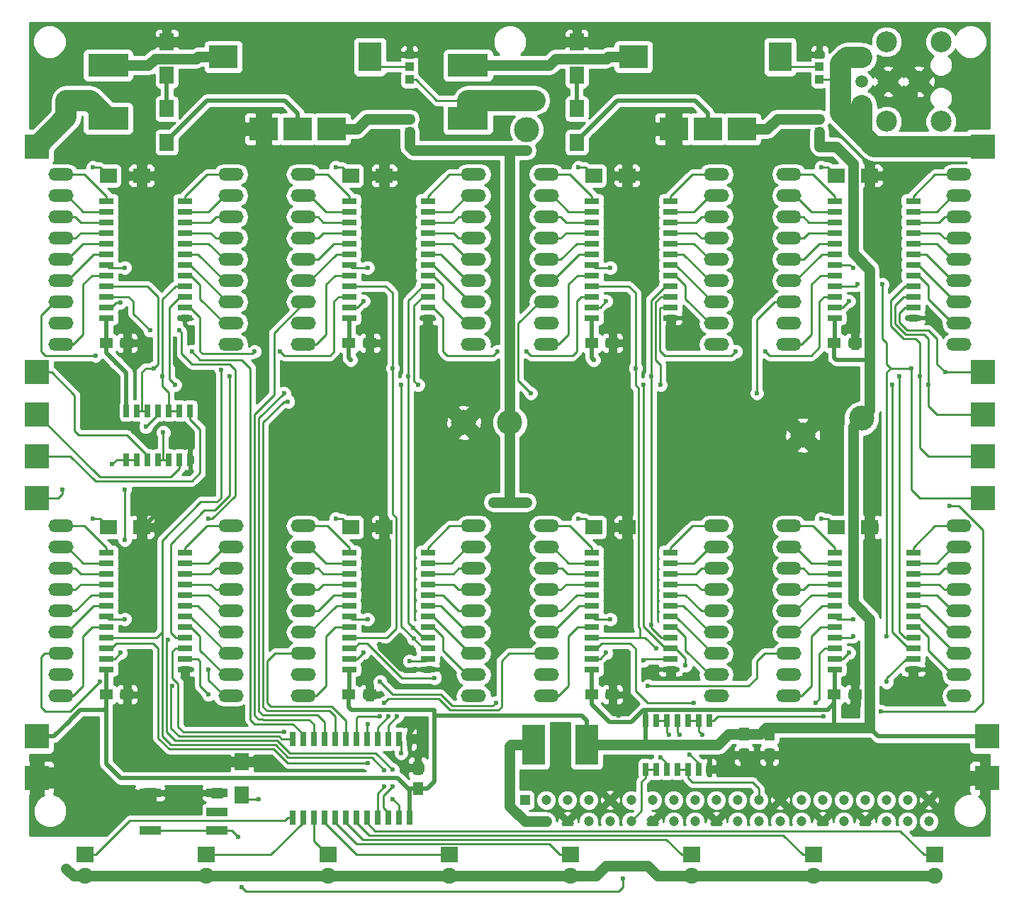
<source format=gtl>
G04 #@! TF.FileFunction,Copper,L1,Top,Signal*
%FSLAX46Y46*%
G04 Gerber Fmt 4.6, Leading zero omitted, Abs format (unit mm)*
G04 Created by KiCad (PCBNEW 4.0.2+dfsg1-stable) date So 19 Mär 2017 16:07:14 CET*
%MOMM*%
G01*
G04 APERTURE LIST*
%ADD10C,0.100000*%
%ADD11R,1.800000X0.635000*%
%ADD12O,3.000000X1.500000*%
%ADD13R,1.500000X1.250000*%
%ADD14R,1.250000X1.500000*%
%ADD15R,2.000000X1.900000*%
%ADD16C,1.900000*%
%ADD17R,1.000000X1.000000*%
%ADD18C,1.200000*%
%ADD19R,1.200000X1.200000*%
%ADD20R,2.000000X1.700000*%
%ADD21R,1.700000X2.000000*%
%ADD22C,2.999740*%
%ADD23R,4.826000X2.794000*%
%ADD24R,2.794000X4.826000*%
%ADD25R,2.999740X2.999740*%
%ADD26R,0.635000X1.524000*%
%ADD27R,3.500000X2.800000*%
%ADD28R,2.800000X3.500000*%
%ADD29R,0.635000X1.800000*%
%ADD30R,2.500000X1.000000*%
%ADD31C,2.500000*%
%ADD32C,1.500000*%
%ADD33C,0.600000*%
%ADD34C,0.254000*%
%ADD35C,1.270000*%
%ADD36C,0.508000*%
%ADD37C,2.540000*%
G04 APERTURE END LIST*
D10*
D11*
X206199000Y-85985000D03*
X206199000Y-84715000D03*
X206199000Y-83445000D03*
X206199000Y-82175000D03*
X206199000Y-80905000D03*
X206199000Y-79635000D03*
X206199000Y-78365000D03*
X206199000Y-77095000D03*
X206199000Y-75825000D03*
X206199000Y-74555000D03*
X206199000Y-73285000D03*
X206199000Y-72015000D03*
X196801000Y-85985000D03*
X196801000Y-84715000D03*
X196801000Y-83445000D03*
X196801000Y-82175000D03*
X196801000Y-80905000D03*
X196801000Y-79635000D03*
X196801000Y-78365000D03*
X196801000Y-77095000D03*
X196801000Y-75825000D03*
X196801000Y-74555000D03*
X196801000Y-73285000D03*
X196801000Y-72015000D03*
D12*
X191340000Y-68840000D03*
X211660000Y-68840000D03*
X191340000Y-71380000D03*
X211660000Y-71380000D03*
X191340000Y-73920000D03*
X211660000Y-73920000D03*
X191340000Y-76460000D03*
X211660000Y-76460000D03*
X191340000Y-79000000D03*
X211660000Y-79000000D03*
X191340000Y-81540000D03*
X211660000Y-81540000D03*
X191340000Y-84080000D03*
X211660000Y-84080000D03*
X191340000Y-86620000D03*
X211660000Y-86620000D03*
X191340000Y-89160000D03*
X211660000Y-89160000D03*
D13*
X196750000Y-89000000D03*
X199250000Y-89000000D03*
X167750000Y-89000000D03*
X170250000Y-89000000D03*
X138750000Y-89000000D03*
X141250000Y-89000000D03*
X109750000Y-89000000D03*
X112250000Y-89000000D03*
X109750000Y-131000000D03*
X112250000Y-131000000D03*
X138750000Y-131000000D03*
X141250000Y-131000000D03*
X167750000Y-131000000D03*
X170250000Y-131000000D03*
X196750000Y-131000000D03*
X199250000Y-131000000D03*
D14*
X147000000Y-142250000D03*
X147000000Y-139750000D03*
D15*
X107250000Y-150149800D03*
D16*
X107250000Y-152689800D03*
D15*
X121749999Y-150149800D03*
D16*
X121749999Y-152689800D03*
D15*
X136249998Y-150149800D03*
D16*
X136249998Y-152689800D03*
D15*
X150749997Y-150149800D03*
D16*
X150749997Y-152689800D03*
D15*
X165249996Y-150149800D03*
D16*
X165249996Y-152689800D03*
D15*
X179749995Y-150149800D03*
D16*
X179749995Y-152689800D03*
D15*
X194249994Y-150149800D03*
D16*
X194249994Y-152689800D03*
D15*
X208749993Y-150149800D03*
D16*
X208749993Y-152689800D03*
D17*
X146000000Y-54500000D03*
X146000000Y-56000000D03*
X146000000Y-57500000D03*
X146000000Y-62250000D03*
X146000000Y-63750000D03*
X195000000Y-54500000D03*
X195000000Y-56000000D03*
X195000000Y-57500000D03*
X195000000Y-62250000D03*
X195000000Y-63750000D03*
D18*
X159802800Y-146149800D03*
D19*
X159802800Y-143609800D03*
D18*
X162342800Y-146149800D03*
X162342800Y-143609800D03*
X164882800Y-146149800D03*
X164882800Y-143609800D03*
X167422800Y-146149800D03*
X167422800Y-143609800D03*
X169962800Y-146149800D03*
X169962800Y-143609800D03*
X172502800Y-146149800D03*
X172502800Y-143609800D03*
X175042800Y-146149800D03*
X175042800Y-143609800D03*
X177582800Y-146149800D03*
X177582800Y-143609800D03*
X180122800Y-146149800D03*
X180122800Y-143609800D03*
X182662800Y-146149800D03*
X182662800Y-143609800D03*
X185202800Y-146149800D03*
X185202800Y-143609800D03*
X187742800Y-146149800D03*
X187742800Y-143609800D03*
X190282800Y-146149800D03*
X190282800Y-143609800D03*
X192822800Y-146149800D03*
X192822800Y-143609800D03*
X195362800Y-146149800D03*
X195362800Y-143609800D03*
X197902800Y-146149800D03*
X197902800Y-143609800D03*
X200442800Y-146149800D03*
X200442800Y-143609800D03*
X202982800Y-146149800D03*
X202982800Y-143609800D03*
X205522800Y-146149800D03*
X205522800Y-143609800D03*
X208062800Y-146149800D03*
X208062800Y-143609800D03*
D20*
X201000000Y-69000000D03*
X197000000Y-69000000D03*
X172000000Y-69000000D03*
X168000000Y-69000000D03*
X143000000Y-69000000D03*
X139000000Y-69000000D03*
X114000000Y-69000000D03*
X110000000Y-69000000D03*
X114000000Y-111000000D03*
X110000000Y-111000000D03*
X143000000Y-111000000D03*
X139000000Y-111000000D03*
X172000000Y-111000000D03*
X168000000Y-111000000D03*
X201000000Y-111000000D03*
X197000000Y-111000000D03*
D21*
X126000000Y-139000000D03*
X126000000Y-143000000D03*
D22*
X158000000Y-98500000D03*
X160000000Y-63500000D03*
X200000000Y-98000000D03*
X152500000Y-98500000D03*
X193000000Y-100000000D03*
D14*
X186000000Y-135750000D03*
X186000000Y-138250000D03*
X189000000Y-135750000D03*
X189000000Y-138250000D03*
D23*
X110000000Y-55825000D03*
X110000000Y-62175000D03*
X153000000Y-55825000D03*
X153000000Y-62175000D03*
D24*
X167175000Y-137000000D03*
X160825000Y-137000000D03*
D25*
X214500000Y-92500000D03*
X214500000Y-97500000D03*
X214500000Y-102500000D03*
X214500000Y-107500000D03*
X215000000Y-136000000D03*
X214500000Y-65500000D03*
X215000000Y-141000000D03*
X101500000Y-136000000D03*
X101500000Y-65500000D03*
X101500000Y-141000000D03*
X101500000Y-92500000D03*
X101500000Y-97500000D03*
X101500000Y-102500000D03*
X101500000Y-107500000D03*
D21*
X117000000Y-61000000D03*
X117000000Y-65000000D03*
X117000000Y-57000000D03*
X117000000Y-53000000D03*
X166000000Y-61000000D03*
X166000000Y-65000000D03*
X166000000Y-57000000D03*
X166000000Y-53000000D03*
D26*
X112190000Y-102921000D03*
X113460000Y-102921000D03*
X114730000Y-102921000D03*
X116000000Y-102921000D03*
X117270000Y-102921000D03*
X118540000Y-102921000D03*
X119810000Y-102921000D03*
X119810000Y-97079000D03*
X118540000Y-97079000D03*
X116000000Y-97079000D03*
X114730000Y-97079000D03*
X113460000Y-97079000D03*
X112190000Y-97079000D03*
X117270000Y-97079000D03*
X174190000Y-139921000D03*
X175460000Y-139921000D03*
X176730000Y-139921000D03*
X178000000Y-139921000D03*
X179270000Y-139921000D03*
X180540000Y-139921000D03*
X181810000Y-139921000D03*
X181810000Y-134079000D03*
X180540000Y-134079000D03*
X178000000Y-134079000D03*
X176730000Y-134079000D03*
X175460000Y-134079000D03*
X174190000Y-134079000D03*
X179270000Y-134079000D03*
D27*
X136710000Y-63430000D03*
X132650000Y-63430000D03*
X128590000Y-63430000D03*
X123760000Y-54800000D03*
D28*
X141280000Y-54800000D03*
D27*
X185710000Y-63430000D03*
X181650000Y-63430000D03*
X177590000Y-63430000D03*
X172760000Y-54800000D03*
D28*
X190280000Y-54800000D03*
D12*
X133340000Y-68840000D03*
X153660000Y-68840000D03*
X133340000Y-71380000D03*
X153660000Y-71380000D03*
X133340000Y-73920000D03*
X153660000Y-73920000D03*
X133340000Y-76460000D03*
X153660000Y-76460000D03*
X133340000Y-79000000D03*
X153660000Y-79000000D03*
X133340000Y-81540000D03*
X153660000Y-81540000D03*
X133340000Y-84080000D03*
X153660000Y-84080000D03*
X133340000Y-86620000D03*
X153660000Y-86620000D03*
X133340000Y-89160000D03*
X153660000Y-89160000D03*
X191340000Y-110840000D03*
X211660000Y-110840000D03*
X191340000Y-113380000D03*
X211660000Y-113380000D03*
X191340000Y-115920000D03*
X211660000Y-115920000D03*
X191340000Y-118460000D03*
X211660000Y-118460000D03*
X191340000Y-121000000D03*
X211660000Y-121000000D03*
X191340000Y-123540000D03*
X211660000Y-123540000D03*
X191340000Y-126080000D03*
X211660000Y-126080000D03*
X191340000Y-128620000D03*
X211660000Y-128620000D03*
X191340000Y-131160000D03*
X211660000Y-131160000D03*
X162340000Y-110840000D03*
X182660000Y-110840000D03*
X162340000Y-113380000D03*
X182660000Y-113380000D03*
X162340000Y-115920000D03*
X182660000Y-115920000D03*
X162340000Y-118460000D03*
X182660000Y-118460000D03*
X162340000Y-121000000D03*
X182660000Y-121000000D03*
X162340000Y-123540000D03*
X182660000Y-123540000D03*
X162340000Y-126080000D03*
X182660000Y-126080000D03*
X162340000Y-128620000D03*
X182660000Y-128620000D03*
X162340000Y-131160000D03*
X182660000Y-131160000D03*
X133340000Y-110840000D03*
X153660000Y-110840000D03*
X133340000Y-113380000D03*
X153660000Y-113380000D03*
X133340000Y-115920000D03*
X153660000Y-115920000D03*
X133340000Y-118460000D03*
X153660000Y-118460000D03*
X133340000Y-121000000D03*
X153660000Y-121000000D03*
X133340000Y-123540000D03*
X153660000Y-123540000D03*
X133340000Y-126080000D03*
X153660000Y-126080000D03*
X133340000Y-128620000D03*
X153660000Y-128620000D03*
X133340000Y-131160000D03*
X153660000Y-131160000D03*
X104340000Y-110840000D03*
X124660000Y-110840000D03*
X104340000Y-113380000D03*
X124660000Y-113380000D03*
X104340000Y-115920000D03*
X124660000Y-115920000D03*
X104340000Y-118460000D03*
X124660000Y-118460000D03*
X104340000Y-121000000D03*
X124660000Y-121000000D03*
X104340000Y-123540000D03*
X124660000Y-123540000D03*
X104340000Y-126080000D03*
X124660000Y-126080000D03*
X104340000Y-128620000D03*
X124660000Y-128620000D03*
X104340000Y-131160000D03*
X124660000Y-131160000D03*
X104340000Y-68840000D03*
X124660000Y-68840000D03*
X104340000Y-71380000D03*
X124660000Y-71380000D03*
X104340000Y-73920000D03*
X124660000Y-73920000D03*
X104340000Y-76460000D03*
X124660000Y-76460000D03*
X104340000Y-79000000D03*
X124660000Y-79000000D03*
X104340000Y-81540000D03*
X124660000Y-81540000D03*
X104340000Y-84080000D03*
X124660000Y-84080000D03*
X104340000Y-86620000D03*
X124660000Y-86620000D03*
X104340000Y-89160000D03*
X124660000Y-89160000D03*
X162340000Y-68840000D03*
X182660000Y-68840000D03*
X162340000Y-71380000D03*
X182660000Y-71380000D03*
X162340000Y-73920000D03*
X182660000Y-73920000D03*
X162340000Y-76460000D03*
X182660000Y-76460000D03*
X162340000Y-79000000D03*
X182660000Y-79000000D03*
X162340000Y-81540000D03*
X182660000Y-81540000D03*
X162340000Y-84080000D03*
X182660000Y-84080000D03*
X162340000Y-86620000D03*
X182660000Y-86620000D03*
X162340000Y-89160000D03*
X182660000Y-89160000D03*
D11*
X148199000Y-127985000D03*
X148199000Y-126715000D03*
X148199000Y-125445000D03*
X148199000Y-124175000D03*
X148199000Y-122905000D03*
X148199000Y-121635000D03*
X148199000Y-120365000D03*
X148199000Y-119095000D03*
X148199000Y-117825000D03*
X148199000Y-116555000D03*
X148199000Y-115285000D03*
X148199000Y-114015000D03*
X138801000Y-127985000D03*
X138801000Y-126715000D03*
X138801000Y-125445000D03*
X138801000Y-124175000D03*
X138801000Y-122905000D03*
X138801000Y-121635000D03*
X138801000Y-120365000D03*
X138801000Y-119095000D03*
X138801000Y-117825000D03*
X138801000Y-116555000D03*
X138801000Y-115285000D03*
X138801000Y-114015000D03*
X177199000Y-85985000D03*
X177199000Y-84715000D03*
X177199000Y-83445000D03*
X177199000Y-82175000D03*
X177199000Y-80905000D03*
X177199000Y-79635000D03*
X177199000Y-78365000D03*
X177199000Y-77095000D03*
X177199000Y-75825000D03*
X177199000Y-74555000D03*
X177199000Y-73285000D03*
X177199000Y-72015000D03*
X167801000Y-85985000D03*
X167801000Y-84715000D03*
X167801000Y-83445000D03*
X167801000Y-82175000D03*
X167801000Y-80905000D03*
X167801000Y-79635000D03*
X167801000Y-78365000D03*
X167801000Y-77095000D03*
X167801000Y-75825000D03*
X167801000Y-74555000D03*
X167801000Y-73285000D03*
X167801000Y-72015000D03*
X148199000Y-85985000D03*
X148199000Y-84715000D03*
X148199000Y-83445000D03*
X148199000Y-82175000D03*
X148199000Y-80905000D03*
X148199000Y-79635000D03*
X148199000Y-78365000D03*
X148199000Y-77095000D03*
X148199000Y-75825000D03*
X148199000Y-74555000D03*
X148199000Y-73285000D03*
X148199000Y-72015000D03*
X138801000Y-85985000D03*
X138801000Y-84715000D03*
X138801000Y-83445000D03*
X138801000Y-82175000D03*
X138801000Y-80905000D03*
X138801000Y-79635000D03*
X138801000Y-78365000D03*
X138801000Y-77095000D03*
X138801000Y-75825000D03*
X138801000Y-74555000D03*
X138801000Y-73285000D03*
X138801000Y-72015000D03*
X119199000Y-85985000D03*
X119199000Y-84715000D03*
X119199000Y-83445000D03*
X119199000Y-82175000D03*
X119199000Y-80905000D03*
X119199000Y-79635000D03*
X119199000Y-78365000D03*
X119199000Y-77095000D03*
X119199000Y-75825000D03*
X119199000Y-74555000D03*
X119199000Y-73285000D03*
X119199000Y-72015000D03*
X109801000Y-85985000D03*
X109801000Y-84715000D03*
X109801000Y-83445000D03*
X109801000Y-82175000D03*
X109801000Y-80905000D03*
X109801000Y-79635000D03*
X109801000Y-78365000D03*
X109801000Y-77095000D03*
X109801000Y-75825000D03*
X109801000Y-74555000D03*
X109801000Y-73285000D03*
X109801000Y-72015000D03*
X119199000Y-127985000D03*
X119199000Y-126715000D03*
X119199000Y-125445000D03*
X119199000Y-124175000D03*
X119199000Y-122905000D03*
X119199000Y-121635000D03*
X119199000Y-120365000D03*
X119199000Y-119095000D03*
X119199000Y-117825000D03*
X119199000Y-116555000D03*
X119199000Y-115285000D03*
X119199000Y-114015000D03*
X109801000Y-127985000D03*
X109801000Y-126715000D03*
X109801000Y-125445000D03*
X109801000Y-124175000D03*
X109801000Y-122905000D03*
X109801000Y-121635000D03*
X109801000Y-120365000D03*
X109801000Y-119095000D03*
X109801000Y-117825000D03*
X109801000Y-116555000D03*
X109801000Y-115285000D03*
X109801000Y-114015000D03*
X177199000Y-127985000D03*
X177199000Y-126715000D03*
X177199000Y-125445000D03*
X177199000Y-124175000D03*
X177199000Y-122905000D03*
X177199000Y-121635000D03*
X177199000Y-120365000D03*
X177199000Y-119095000D03*
X177199000Y-117825000D03*
X177199000Y-116555000D03*
X177199000Y-115285000D03*
X177199000Y-114015000D03*
X167801000Y-127985000D03*
X167801000Y-126715000D03*
X167801000Y-125445000D03*
X167801000Y-124175000D03*
X167801000Y-122905000D03*
X167801000Y-121635000D03*
X167801000Y-120365000D03*
X167801000Y-119095000D03*
X167801000Y-117825000D03*
X167801000Y-116555000D03*
X167801000Y-115285000D03*
X167801000Y-114015000D03*
X206199000Y-127985000D03*
X206199000Y-126715000D03*
X206199000Y-125445000D03*
X206199000Y-124175000D03*
X206199000Y-122905000D03*
X206199000Y-121635000D03*
X206199000Y-120365000D03*
X206199000Y-119095000D03*
X206199000Y-117825000D03*
X206199000Y-116555000D03*
X206199000Y-115285000D03*
X206199000Y-114015000D03*
X196801000Y-127985000D03*
X196801000Y-126715000D03*
X196801000Y-125445000D03*
X196801000Y-124175000D03*
X196801000Y-122905000D03*
X196801000Y-121635000D03*
X196801000Y-120365000D03*
X196801000Y-119095000D03*
X196801000Y-117825000D03*
X196801000Y-116555000D03*
X196801000Y-115285000D03*
X196801000Y-114015000D03*
D29*
X145985000Y-136301000D03*
X144715000Y-136301000D03*
X143445000Y-136301000D03*
X142175000Y-136301000D03*
X140905000Y-136301000D03*
X139635000Y-136301000D03*
X138365000Y-136301000D03*
X137095000Y-136301000D03*
X135825000Y-136301000D03*
X134555000Y-136301000D03*
X133285000Y-136301000D03*
X132015000Y-136301000D03*
X145985000Y-145699000D03*
X144715000Y-145699000D03*
X143445000Y-145699000D03*
X142175000Y-145699000D03*
X140905000Y-145699000D03*
X139635000Y-145699000D03*
X138365000Y-145699000D03*
X137095000Y-145699000D03*
X135825000Y-145699000D03*
X134555000Y-145699000D03*
X133285000Y-145699000D03*
X132015000Y-145699000D03*
D30*
X123000000Y-142750000D03*
X115000000Y-142750000D03*
X115000000Y-147250000D03*
X123000000Y-147250000D03*
X123000000Y-145000000D03*
D31*
X206900000Y-57750000D03*
X203200000Y-57750000D03*
X200050000Y-60650000D03*
X200050000Y-54850000D03*
X209500000Y-62500000D03*
X203000000Y-62500000D03*
X209500000Y-53000000D03*
X203000000Y-53000000D03*
D32*
X200050000Y-57750000D03*
D33*
X131500000Y-96000000D03*
X187500000Y-95000000D03*
X105000000Y-151783302D03*
X160000000Y-66000000D03*
X156000000Y-66000000D03*
X160000000Y-108000000D03*
X158000000Y-108000000D03*
X156000000Y-108000000D03*
X158000000Y-66000000D03*
X198999144Y-80000856D03*
X131000000Y-95000000D03*
X160500000Y-95000000D03*
X170000000Y-80000000D03*
X141000000Y-80000000D03*
X120000000Y-90000000D03*
X108500000Y-90500000D03*
X112000000Y-80000000D03*
X108992990Y-129500000D03*
X117681010Y-130000000D03*
X122000000Y-128000000D03*
X112000000Y-122000000D03*
X141000000Y-122000000D03*
X143000000Y-132000000D03*
X142500000Y-133617009D03*
X170000000Y-122000000D03*
X156318990Y-132000000D03*
X174500000Y-130000000D03*
X141000000Y-134500000D03*
X142500000Y-129500000D03*
X199000000Y-122000000D03*
X168000000Y-91000000D03*
X139000000Y-91000000D03*
X111000000Y-91383000D03*
X201000000Y-91000000D03*
X206500000Y-62500000D03*
X204000000Y-69000000D03*
X197000000Y-104000000D03*
X201000000Y-104000000D03*
X171000000Y-133500000D03*
X172000000Y-131000000D03*
X174000000Y-128500000D03*
X142500000Y-125000000D03*
X146500000Y-128000000D03*
X147500000Y-134000000D03*
X122000000Y-100500000D03*
X118000000Y-88500000D03*
X114500000Y-89000000D03*
X120000000Y-88500000D03*
X119500000Y-100500000D03*
X208000000Y-86000000D03*
X199500000Y-86500000D03*
X148000000Y-87500000D03*
X142000000Y-87000000D03*
X177500000Y-87000000D03*
X171000000Y-87000000D03*
X142500000Y-122500000D03*
X141500000Y-127500000D03*
X113000000Y-136500000D03*
X113000000Y-143500000D03*
X121000000Y-133500000D03*
X121000000Y-139000000D03*
X186500000Y-142500000D03*
X175500000Y-142000000D03*
X171500000Y-142000000D03*
X203500000Y-138000000D03*
X203500000Y-131000000D03*
X203500000Y-131000000D03*
X203500000Y-131000000D03*
X199000000Y-132500000D03*
X201500000Y-65500000D03*
X200500000Y-64500000D03*
X203000000Y-65500000D03*
X159000000Y-60000000D03*
X161000000Y-60000000D03*
X157000000Y-60000000D03*
X105000000Y-60000000D03*
X105000000Y-62000000D03*
X107825000Y-60000000D03*
X116600134Y-99691980D03*
X131000000Y-135500000D03*
X203681010Y-94000000D03*
X118000000Y-94000000D03*
X146500000Y-124328500D03*
X144500000Y-133617009D03*
X176000000Y-94000000D03*
X147000000Y-94000000D03*
X145000000Y-94000000D03*
X174000000Y-94000000D03*
X179500000Y-138189010D03*
X179000000Y-127500000D03*
X208000000Y-94000000D03*
X204500000Y-93000000D03*
X145872990Y-93000000D03*
X174872990Y-93000000D03*
X116500000Y-93000000D03*
X143500000Y-133617009D03*
X124500000Y-93000000D03*
X178318990Y-135810990D03*
X146441500Y-123000000D03*
X207000000Y-93000000D03*
X174872990Y-122681010D03*
X123500000Y-92181020D03*
X143000000Y-140000000D03*
X143000000Y-142000000D03*
X173000000Y-92000000D03*
X203000000Y-124000000D03*
X144000000Y-92000000D03*
X176000000Y-138500000D03*
X199000000Y-124000000D03*
X115500000Y-92000000D03*
X202500000Y-82000000D03*
X199500000Y-82000000D03*
X175500000Y-125500000D03*
X206000000Y-92000000D03*
X177000000Y-135810990D03*
X181000000Y-135810990D03*
X198500000Y-84000000D03*
X195189010Y-68000000D03*
X166189010Y-68000000D03*
X169500000Y-84000000D03*
X140500000Y-84000000D03*
X137189010Y-68000000D03*
X111500000Y-84126020D03*
X108189010Y-68000000D03*
X108189010Y-110000000D03*
X111500000Y-126000000D03*
X137189010Y-110000000D03*
X140500000Y-126000000D03*
X166189010Y-110000000D03*
X169500000Y-126000000D03*
X195189010Y-110000000D03*
X198500000Y-126000000D03*
X128000000Y-143500000D03*
X144000000Y-143500000D03*
X202310980Y-133000000D03*
X210000000Y-92500000D03*
X210500000Y-108500000D03*
X195500000Y-133617009D03*
X188500000Y-90000000D03*
X185000000Y-90000000D03*
X130500000Y-90000000D03*
X127500000Y-90000000D03*
X115000000Y-87500000D03*
X118500000Y-87500000D03*
X122000000Y-110000000D03*
X122000000Y-131000000D03*
X146000000Y-127000000D03*
X141000000Y-139181010D03*
X173968254Y-126936508D03*
X149000000Y-129000000D03*
X180000000Y-132000000D03*
X203000000Y-129500000D03*
X145000000Y-138000000D03*
X194500000Y-132000000D03*
X104500000Y-106500000D03*
X114500000Y-99000000D03*
X160000000Y-90000000D03*
X156500000Y-90000000D03*
X144000000Y-139992118D03*
X117164990Y-124500000D03*
X110500000Y-103500000D03*
X112000000Y-106500000D03*
X112000000Y-112500000D03*
X144000000Y-142000000D03*
X171500000Y-153000000D03*
X126000000Y-154000000D03*
X125500000Y-148000000D03*
D34*
X191340000Y-68840000D02*
X194197500Y-68840000D01*
X194197500Y-68840000D02*
X196801000Y-71443500D01*
X196801000Y-71443500D02*
X196801000Y-72015000D01*
X211660000Y-68840000D02*
X208802500Y-68840000D01*
X208802500Y-68840000D02*
X206199000Y-71443500D01*
X206199000Y-71443500D02*
X206199000Y-72015000D01*
X191340000Y-71380000D02*
X192090000Y-71380000D01*
X192090000Y-71380000D02*
X193995000Y-73285000D01*
X193995000Y-73285000D02*
X196801000Y-73285000D01*
X211660000Y-71380000D02*
X210910000Y-71380000D01*
X210910000Y-71380000D02*
X209005000Y-73285000D01*
X209005000Y-73285000D02*
X206199000Y-73285000D01*
X191340000Y-73920000D02*
X193094000Y-73920000D01*
X193094000Y-73920000D02*
X193729000Y-74555000D01*
X193729000Y-74555000D02*
X196801000Y-74555000D01*
X211660000Y-73920000D02*
X209906000Y-73920000D01*
X209906000Y-73920000D02*
X209271000Y-74555000D01*
X209271000Y-74555000D02*
X206199000Y-74555000D01*
X191340000Y-76460000D02*
X193094000Y-76460000D01*
X193094000Y-76460000D02*
X193729000Y-75825000D01*
X193729000Y-75825000D02*
X196801000Y-75825000D01*
X211660000Y-76460000D02*
X209906000Y-76460000D01*
X209906000Y-76460000D02*
X209271000Y-75825000D01*
X209271000Y-75825000D02*
X206199000Y-75825000D01*
X191340000Y-79000000D02*
X193094000Y-79000000D01*
X193094000Y-79000000D02*
X194999000Y-77095000D01*
X194999000Y-77095000D02*
X196801000Y-77095000D01*
X211660000Y-79000000D02*
X210910000Y-79000000D01*
X210910000Y-79000000D02*
X209005000Y-77095000D01*
X209005000Y-77095000D02*
X206199000Y-77095000D01*
X191340000Y-81540000D02*
X192090000Y-81540000D01*
X192090000Y-81540000D02*
X195265000Y-78365000D01*
X195265000Y-78365000D02*
X196801000Y-78365000D01*
X211660000Y-81540000D02*
X210910000Y-81540000D01*
X210910000Y-81540000D02*
X207735000Y-78365000D01*
X207735000Y-78365000D02*
X206199000Y-78365000D01*
X131500000Y-96000000D02*
X131016020Y-96000000D01*
X131016020Y-96000000D02*
X128516020Y-98500000D01*
X128524029Y-128368727D02*
X128524029Y-132524029D01*
X128524029Y-132524029D02*
X128967962Y-132967962D01*
X128516020Y-98500000D02*
X128516020Y-128360718D01*
X128516020Y-128360718D02*
X128524029Y-128368727D01*
X137095000Y-133595000D02*
X137095000Y-136301000D01*
X128967962Y-132967962D02*
X136467962Y-132967962D01*
X136467962Y-132967962D02*
X137095000Y-133595000D01*
X187500000Y-86166000D02*
X187500000Y-95000000D01*
X191340000Y-84080000D02*
X189586000Y-84080000D01*
X189586000Y-84080000D02*
X187500000Y-86166000D01*
X211660000Y-84080000D02*
X211226500Y-84080000D01*
X211226500Y-84080000D02*
X206781500Y-79635000D01*
X206781500Y-79635000D02*
X206199000Y-79635000D01*
X211660000Y-84080000D02*
X211088500Y-84080000D01*
X206643500Y-79635000D02*
X206199000Y-79635000D01*
D35*
X158000000Y-98500000D02*
X158000000Y-108000000D01*
X158000000Y-96500000D02*
X158000000Y-98500000D01*
X158000000Y-96500000D02*
X158000000Y-66000000D01*
X146480000Y-66000000D02*
X156000000Y-66000000D01*
X146000000Y-63750000D02*
X146000000Y-65520000D01*
X146000000Y-65520000D02*
X146480000Y-66000000D01*
X150749997Y-152689800D02*
X165249996Y-152689800D01*
X174500000Y-151500000D02*
X175689800Y-152689800D01*
X175689800Y-152689800D02*
X179749995Y-152689800D01*
X169500000Y-151500000D02*
X174500000Y-151500000D01*
X168310200Y-152689800D02*
X169500000Y-151500000D01*
X165249996Y-152689800D02*
X168310200Y-152689800D01*
X107250000Y-152689800D02*
X105906498Y-152689800D01*
X105906498Y-152689800D02*
X105000000Y-151783302D01*
X194249994Y-152689800D02*
X208749993Y-152689800D01*
X179749995Y-152689800D02*
X194249994Y-152689800D01*
X136249998Y-152689800D02*
X150749997Y-152689800D01*
X121749999Y-152689800D02*
X136249998Y-152689800D01*
X107250000Y-152689800D02*
X121749999Y-152689800D01*
X158000000Y-66000000D02*
X160000000Y-66000000D01*
X158000000Y-66000000D02*
X156000000Y-66000000D01*
X158000000Y-108000000D02*
X160000000Y-108000000D01*
X156000000Y-108000000D02*
X158000000Y-108000000D01*
D34*
X206199000Y-80905000D02*
X206781500Y-80905000D01*
X206781500Y-80905000D02*
X208000000Y-82123500D01*
X208000000Y-82123500D02*
X208000000Y-83710000D01*
X208000000Y-83710000D02*
X208000000Y-82123500D01*
X211660000Y-86620000D02*
X210910000Y-86620000D01*
X210910000Y-86620000D02*
X208000000Y-83710000D01*
X195095000Y-80905000D02*
X196801000Y-80905000D01*
X191340000Y-89160000D02*
X192840000Y-89160000D01*
X192840000Y-89160000D02*
X194000000Y-88000000D01*
X194000000Y-88000000D02*
X194000000Y-82000000D01*
X194000000Y-82000000D02*
X195095000Y-80905000D01*
X196801000Y-79635000D02*
X198633288Y-79635000D01*
X198633288Y-79635000D02*
X198999144Y-80000856D01*
X162340000Y-68840000D02*
X165197500Y-68840000D01*
X167801000Y-71443500D02*
X167801000Y-72015000D01*
X165197500Y-68840000D02*
X167801000Y-71443500D01*
X182660000Y-68840000D02*
X179802500Y-68840000D01*
X179802500Y-68840000D02*
X177199000Y-71443500D01*
X177199000Y-71443500D02*
X177199000Y-72015000D01*
X162340000Y-71380000D02*
X163090000Y-71380000D01*
X163090000Y-71380000D02*
X164995000Y-73285000D01*
X164995000Y-73285000D02*
X167801000Y-73285000D01*
X182660000Y-71380000D02*
X181910000Y-71380000D01*
X181910000Y-71380000D02*
X180005000Y-73285000D01*
X180005000Y-73285000D02*
X177199000Y-73285000D01*
X162340000Y-73920000D02*
X164094000Y-73920000D01*
X164094000Y-73920000D02*
X164729000Y-74555000D01*
X164729000Y-74555000D02*
X167801000Y-74555000D01*
X182660000Y-73920000D02*
X180906000Y-73920000D01*
X180906000Y-73920000D02*
X180271000Y-74555000D01*
X180271000Y-74555000D02*
X177199000Y-74555000D01*
X162340000Y-76460000D02*
X164094000Y-76460000D01*
X164094000Y-76460000D02*
X164729000Y-75825000D01*
X164729000Y-75825000D02*
X167801000Y-75825000D01*
X182660000Y-76460000D02*
X180906000Y-76460000D01*
X180906000Y-76460000D02*
X180271000Y-75825000D01*
X180271000Y-75825000D02*
X177199000Y-75825000D01*
X162340000Y-79000000D02*
X164094000Y-79000000D01*
X164094000Y-79000000D02*
X165999000Y-77095000D01*
X165999000Y-77095000D02*
X167801000Y-77095000D01*
X182660000Y-79000000D02*
X181910000Y-79000000D01*
X180005000Y-77095000D02*
X177199000Y-77095000D01*
X181910000Y-79000000D02*
X180005000Y-77095000D01*
X162340000Y-81540000D02*
X163090000Y-81540000D01*
X163090000Y-81540000D02*
X166265000Y-78365000D01*
X166265000Y-78365000D02*
X167801000Y-78365000D01*
X182660000Y-81540000D02*
X181910000Y-81540000D01*
X181910000Y-81540000D02*
X178735000Y-78365000D01*
X178735000Y-78365000D02*
X177199000Y-78365000D01*
X128008010Y-97991990D02*
X128008010Y-128571142D01*
X135825000Y-134325000D02*
X135825000Y-136301000D01*
X128008010Y-128571142D02*
X128016019Y-128579151D01*
X128016019Y-128579151D02*
X128016019Y-133016019D01*
X128016019Y-133016019D02*
X128475972Y-133475972D01*
X134975972Y-133475972D02*
X135825000Y-134325000D01*
X128475972Y-133475972D02*
X134975972Y-133475972D01*
X131000000Y-95000000D02*
X128008010Y-97991990D01*
X159016010Y-86653990D02*
X159016010Y-93516010D01*
X159016010Y-93516010D02*
X160500000Y-95000000D01*
X162340000Y-84080000D02*
X161590000Y-84080000D01*
X161590000Y-84080000D02*
X159016010Y-86653990D01*
X182660000Y-84080000D02*
X182226500Y-84080000D01*
X182226500Y-84080000D02*
X177781500Y-79635000D01*
X177781500Y-79635000D02*
X177199000Y-79635000D01*
X179000000Y-83710000D02*
X179000000Y-82123500D01*
X177199000Y-80905000D02*
X177781500Y-80905000D01*
X177781500Y-80905000D02*
X179000000Y-82123500D01*
X182660000Y-86620000D02*
X181910000Y-86620000D01*
X181910000Y-86620000D02*
X179000000Y-83710000D01*
X166095000Y-80905000D02*
X167801000Y-80905000D01*
X162340000Y-89160000D02*
X163840000Y-89160000D01*
X163840000Y-89160000D02*
X165000000Y-88000000D01*
X165000000Y-88000000D02*
X165000000Y-82000000D01*
X165000000Y-82000000D02*
X166095000Y-80905000D01*
X170000000Y-80000000D02*
X168166000Y-80000000D01*
X168166000Y-80000000D02*
X167801000Y-79635000D01*
X133340000Y-68840000D02*
X136197500Y-68840000D01*
X136197500Y-68840000D02*
X138801000Y-71443500D01*
X138801000Y-71443500D02*
X138801000Y-72015000D01*
X153660000Y-68840000D02*
X150802500Y-68840000D01*
X150802500Y-68840000D02*
X148199000Y-71443500D01*
X148199000Y-71443500D02*
X148199000Y-72015000D01*
X133340000Y-71380000D02*
X134090000Y-71380000D01*
X134090000Y-71380000D02*
X135995000Y-73285000D01*
X135995000Y-73285000D02*
X138801000Y-73285000D01*
X153660000Y-71380000D02*
X152910000Y-71380000D01*
X152910000Y-71380000D02*
X151005000Y-73285000D01*
X151005000Y-73285000D02*
X148199000Y-73285000D01*
X133340000Y-73920000D02*
X135094000Y-73920000D01*
X135094000Y-73920000D02*
X135729000Y-74555000D01*
X135729000Y-74555000D02*
X138801000Y-74555000D01*
X153660000Y-73920000D02*
X151906000Y-73920000D01*
X151271000Y-74555000D02*
X148199000Y-74555000D01*
X151906000Y-73920000D02*
X151271000Y-74555000D01*
X133340000Y-76460000D02*
X135094000Y-76460000D01*
X135094000Y-76460000D02*
X135729000Y-75825000D01*
X135729000Y-75825000D02*
X138801000Y-75825000D01*
X153660000Y-76460000D02*
X151906000Y-76460000D01*
X151906000Y-76460000D02*
X151271000Y-75825000D01*
X151271000Y-75825000D02*
X148199000Y-75825000D01*
X133340000Y-79000000D02*
X135094000Y-79000000D01*
X135094000Y-79000000D02*
X136999000Y-77095000D01*
X136999000Y-77095000D02*
X138801000Y-77095000D01*
X153000000Y-79000000D02*
X151095000Y-77095000D01*
X151095000Y-77095000D02*
X148199000Y-77095000D01*
X153660000Y-79000000D02*
X153000000Y-79000000D01*
X133340000Y-81540000D02*
X134090000Y-81540000D01*
X134090000Y-81540000D02*
X137265000Y-78365000D01*
X137265000Y-78365000D02*
X138801000Y-78365000D01*
X153660000Y-81540000D02*
X152910000Y-81540000D01*
X152910000Y-81540000D02*
X149735000Y-78365000D01*
X149735000Y-78365000D02*
X148199000Y-78365000D01*
X133340000Y-84080000D02*
X133340000Y-84270511D01*
X133340000Y-84270511D02*
X129818999Y-87791512D01*
X127500000Y-128781566D02*
X127508009Y-128789575D01*
X129818999Y-87791512D02*
X129818999Y-95181001D01*
X128483982Y-133983982D02*
X128491990Y-133991990D01*
X134555000Y-134555000D02*
X134555000Y-136301000D01*
X129818999Y-95181001D02*
X127500000Y-97500000D01*
X127500000Y-97500000D02*
X127500000Y-128781566D01*
X127508009Y-133491991D02*
X128000000Y-133983982D01*
X127508009Y-128789575D02*
X127508009Y-133491991D01*
X128000000Y-133983982D02*
X128483982Y-133983982D01*
X128491990Y-133991990D02*
X133991990Y-133991990D01*
X133991990Y-133991990D02*
X134555000Y-134555000D01*
X153660000Y-84080000D02*
X153226500Y-84080000D01*
X153226500Y-84080000D02*
X148781500Y-79635000D01*
X148781500Y-79635000D02*
X148199000Y-79635000D01*
X150000000Y-83710000D02*
X150000000Y-82123500D01*
X148199000Y-80905000D02*
X148781500Y-80905000D01*
X148781500Y-80905000D02*
X150000000Y-82123500D01*
X153660000Y-86620000D02*
X152910000Y-86620000D01*
X152910000Y-86620000D02*
X150000000Y-83710000D01*
X133340000Y-89160000D02*
X134840000Y-89160000D01*
X137095000Y-80905000D02*
X138801000Y-80905000D01*
X134840000Y-89160000D02*
X136000000Y-88000000D01*
X136000000Y-88000000D02*
X136000000Y-82000000D01*
X136000000Y-82000000D02*
X137095000Y-80905000D01*
X141000000Y-80000000D02*
X139166000Y-80000000D01*
X139166000Y-80000000D02*
X138801000Y-79635000D01*
X104340000Y-68840000D02*
X107197500Y-68840000D01*
X107197500Y-68840000D02*
X109801000Y-71443500D01*
X109801000Y-71443500D02*
X109801000Y-72015000D01*
X124660000Y-68840000D02*
X121802500Y-68840000D01*
X121802500Y-68840000D02*
X119199000Y-71443500D01*
X119199000Y-71443500D02*
X119199000Y-72015000D01*
X104340000Y-71380000D02*
X105090000Y-71380000D01*
X105090000Y-71380000D02*
X106995000Y-73285000D01*
X106995000Y-73285000D02*
X109801000Y-73285000D01*
X124660000Y-71380000D02*
X123910000Y-71380000D01*
X123910000Y-71380000D02*
X122005000Y-73285000D01*
X122005000Y-73285000D02*
X119199000Y-73285000D01*
X104340000Y-73920000D02*
X106094000Y-73920000D01*
X106094000Y-73920000D02*
X106729000Y-74555000D01*
X106729000Y-74555000D02*
X109801000Y-74555000D01*
X124660000Y-73920000D02*
X122906000Y-73920000D01*
X122906000Y-73920000D02*
X122271000Y-74555000D01*
X122271000Y-74555000D02*
X119199000Y-74555000D01*
X104340000Y-76460000D02*
X106094000Y-76460000D01*
X106094000Y-76460000D02*
X106729000Y-75825000D01*
X106729000Y-75825000D02*
X109801000Y-75825000D01*
X124660000Y-76460000D02*
X122906000Y-76460000D01*
X122906000Y-76460000D02*
X122271000Y-75825000D01*
X122271000Y-75825000D02*
X119199000Y-75825000D01*
X104340000Y-79000000D02*
X105090000Y-79000000D01*
X105090000Y-79000000D02*
X106995000Y-77095000D01*
X106995000Y-77095000D02*
X109801000Y-77095000D01*
X124660000Y-79000000D02*
X123910000Y-79000000D01*
X123910000Y-79000000D02*
X122005000Y-77095000D01*
X122005000Y-77095000D02*
X119199000Y-77095000D01*
X104340000Y-81540000D02*
X105090000Y-81540000D01*
X105090000Y-81540000D02*
X108265000Y-78365000D01*
X108265000Y-78365000D02*
X109801000Y-78365000D01*
X124660000Y-81540000D02*
X123910000Y-81540000D01*
X123910000Y-81540000D02*
X120735000Y-78365000D01*
X120735000Y-78365000D02*
X119199000Y-78365000D01*
X133285000Y-135718500D02*
X133285000Y-136301000D01*
X127500000Y-134500000D02*
X132066500Y-134500000D01*
X127000000Y-92000000D02*
X127000000Y-97281566D01*
X126991990Y-97289576D02*
X126991990Y-133991990D01*
X132066500Y-134500000D02*
X133285000Y-135718500D01*
X125991990Y-90991990D02*
X127000000Y-92000000D01*
X120000000Y-90000000D02*
X120991990Y-90991990D01*
X126991990Y-133991990D02*
X127500000Y-134500000D01*
X120991990Y-90991990D02*
X125991990Y-90991990D01*
X127000000Y-97281566D02*
X126991990Y-97289576D01*
X102500000Y-90500000D02*
X108500000Y-90500000D01*
X102000000Y-90000000D02*
X102500000Y-90500000D01*
X102000000Y-85670000D02*
X102000000Y-90000000D01*
X104340000Y-84080000D02*
X103590000Y-84080000D01*
X103590000Y-84080000D02*
X102000000Y-85670000D01*
X124660000Y-84080000D02*
X124226500Y-84080000D01*
X124226500Y-84080000D02*
X119781500Y-79635000D01*
X119781500Y-79635000D02*
X119199000Y-79635000D01*
X124660000Y-84080000D02*
X124088500Y-84080000D01*
X119643500Y-79635000D02*
X119199000Y-79635000D01*
X119199000Y-80905000D02*
X119832302Y-80905000D01*
X119832302Y-80905000D02*
X121000000Y-82072698D01*
X121000000Y-82072698D02*
X121000000Y-83710000D01*
X119643500Y-80905000D02*
X119199000Y-80905000D01*
X124660000Y-86620000D02*
X123910000Y-86620000D01*
X123910000Y-86620000D02*
X121000000Y-83710000D01*
X107000000Y-82000000D02*
X108095000Y-80905000D01*
X108095000Y-80905000D02*
X109801000Y-80905000D01*
X107000000Y-88000000D02*
X107000000Y-82000000D01*
X105840000Y-89160000D02*
X107000000Y-88000000D01*
X104340000Y-89160000D02*
X105840000Y-89160000D01*
X112000000Y-80000000D02*
X110166000Y-80000000D01*
X110166000Y-80000000D02*
X109801000Y-79635000D01*
X104340000Y-110840000D02*
X107197500Y-110840000D01*
X109801000Y-113443500D02*
X109801000Y-114015000D01*
X107197500Y-110840000D02*
X109801000Y-113443500D01*
X124660000Y-110840000D02*
X121802500Y-110840000D01*
X121802500Y-110840000D02*
X119199000Y-113443500D01*
X119199000Y-113443500D02*
X119199000Y-114015000D01*
X104340000Y-113380000D02*
X105090000Y-113380000D01*
X105090000Y-113380000D02*
X106995000Y-115285000D01*
X106995000Y-115285000D02*
X109801000Y-115285000D01*
X124660000Y-113380000D02*
X123910000Y-113380000D01*
X123910000Y-113380000D02*
X122005000Y-115285000D01*
X122005000Y-115285000D02*
X119199000Y-115285000D01*
X104340000Y-115920000D02*
X106094000Y-115920000D01*
X106094000Y-115920000D02*
X106729000Y-116555000D01*
X106729000Y-116555000D02*
X109801000Y-116555000D01*
X124660000Y-115920000D02*
X122906000Y-115920000D01*
X122906000Y-115920000D02*
X122271000Y-116555000D01*
X122271000Y-116555000D02*
X119199000Y-116555000D01*
X104340000Y-118460000D02*
X106094000Y-118460000D01*
X106094000Y-118460000D02*
X106729000Y-117825000D01*
X106729000Y-117825000D02*
X109801000Y-117825000D01*
X124660000Y-118460000D02*
X122906000Y-118460000D01*
X122906000Y-118460000D02*
X122271000Y-117825000D01*
X122271000Y-117825000D02*
X119199000Y-117825000D01*
X104340000Y-121000000D02*
X106094000Y-121000000D01*
X106094000Y-121000000D02*
X107999000Y-119095000D01*
X107999000Y-119095000D02*
X109801000Y-119095000D01*
X124660000Y-121000000D02*
X123910000Y-121000000D01*
X123910000Y-121000000D02*
X122005000Y-119095000D01*
X122005000Y-119095000D02*
X119199000Y-119095000D01*
X104340000Y-123540000D02*
X105090000Y-123540000D01*
X105090000Y-123540000D02*
X108265000Y-120365000D01*
X108265000Y-120365000D02*
X109801000Y-120365000D01*
X124660000Y-123540000D02*
X123910000Y-123540000D01*
X123910000Y-123540000D02*
X120735000Y-120365000D01*
X120735000Y-120365000D02*
X119199000Y-120365000D01*
X117508010Y-130173000D02*
X117681010Y-130000000D01*
X117508010Y-135008010D02*
X117508010Y-130173000D01*
X118483980Y-135983980D02*
X117508010Y-135008010D01*
X130420848Y-135983980D02*
X118483980Y-135983980D01*
X132015000Y-136301000D02*
X130737868Y-136301000D01*
X130737868Y-136301000D02*
X130420848Y-135983980D01*
X108992990Y-129500000D02*
X105500000Y-132992990D01*
X105500000Y-132992990D02*
X102492990Y-132992990D01*
X102492990Y-132992990D02*
X102000000Y-132500000D01*
X102000000Y-132500000D02*
X102000000Y-126500000D01*
X102000000Y-126500000D02*
X102420000Y-126080000D01*
X102420000Y-126080000D02*
X104340000Y-126080000D01*
X124660000Y-126080000D02*
X124226500Y-126080000D01*
X124226500Y-126080000D02*
X119781500Y-121635000D01*
X119781500Y-121635000D02*
X119199000Y-121635000D01*
X124660000Y-126080000D02*
X124088500Y-126080000D01*
X119643500Y-121635000D02*
X119199000Y-121635000D01*
X121000000Y-125710000D02*
X121000000Y-124072698D01*
X119199000Y-122905000D02*
X119832302Y-122905000D01*
X119832302Y-122905000D02*
X121000000Y-124072698D01*
X119643500Y-122905000D02*
X119199000Y-122905000D01*
X124660000Y-128620000D02*
X123910000Y-128620000D01*
X123910000Y-128620000D02*
X121000000Y-125710000D01*
X108095000Y-122905000D02*
X109801000Y-122905000D01*
X104340000Y-131160000D02*
X105840000Y-131160000D01*
X105840000Y-131160000D02*
X107000000Y-130000000D01*
X107000000Y-130000000D02*
X107000000Y-124000000D01*
X107000000Y-124000000D02*
X108095000Y-122905000D01*
X122000000Y-128000000D02*
X122000000Y-129250000D01*
X122000000Y-129250000D02*
X123910000Y-131160000D01*
X123910000Y-131160000D02*
X124660000Y-131160000D01*
X112000000Y-122000000D02*
X110166000Y-122000000D01*
X110166000Y-122000000D02*
X109801000Y-121635000D01*
X133340000Y-110840000D02*
X136197500Y-110840000D01*
X136197500Y-110840000D02*
X138801000Y-113443500D01*
X138801000Y-113443500D02*
X138801000Y-114015000D01*
X153660000Y-110840000D02*
X150802500Y-110840000D01*
X150802500Y-110840000D02*
X148199000Y-113443500D01*
X148199000Y-113443500D02*
X148199000Y-114015000D01*
X133340000Y-113380000D02*
X134090000Y-113380000D01*
X134090000Y-113380000D02*
X135995000Y-115285000D01*
X135995000Y-115285000D02*
X138801000Y-115285000D01*
X153660000Y-113380000D02*
X152910000Y-113380000D01*
X151005000Y-115285000D02*
X148199000Y-115285000D01*
X152910000Y-113380000D02*
X151005000Y-115285000D01*
X133340000Y-115920000D02*
X135094000Y-115920000D01*
X135094000Y-115920000D02*
X135729000Y-116555000D01*
X135729000Y-116555000D02*
X138801000Y-116555000D01*
X153660000Y-115920000D02*
X151906000Y-115920000D01*
X151271000Y-116555000D02*
X148199000Y-116555000D01*
X151906000Y-115920000D02*
X151271000Y-116555000D01*
X133340000Y-118460000D02*
X135094000Y-118460000D01*
X135094000Y-118460000D02*
X135729000Y-117825000D01*
X135729000Y-117825000D02*
X138801000Y-117825000D01*
X153660000Y-118460000D02*
X151906000Y-118460000D01*
X151906000Y-118460000D02*
X151271000Y-117825000D01*
X151271000Y-117825000D02*
X148199000Y-117825000D01*
X133340000Y-121000000D02*
X135094000Y-121000000D01*
X135094000Y-121000000D02*
X136999000Y-119095000D01*
X136999000Y-119095000D02*
X138801000Y-119095000D01*
X153660000Y-121000000D02*
X151906000Y-121000000D01*
X150001000Y-119095000D02*
X148199000Y-119095000D01*
X151906000Y-121000000D02*
X150001000Y-119095000D01*
X133340000Y-123540000D02*
X134090000Y-123540000D01*
X137265000Y-120365000D02*
X138801000Y-120365000D01*
X134090000Y-123540000D02*
X137265000Y-120365000D01*
X153660000Y-123540000D02*
X152910000Y-123540000D01*
X152910000Y-123540000D02*
X149735000Y-120365000D01*
X149735000Y-120365000D02*
X148199000Y-120365000D01*
X129024030Y-127024030D02*
X129968060Y-126080000D01*
X129968060Y-126080000D02*
X133340000Y-126080000D01*
X129032039Y-132032039D02*
X129032039Y-127032039D01*
X129032039Y-127032039D02*
X129024030Y-127024030D01*
X136678386Y-132459952D02*
X129459952Y-132459952D01*
X129459952Y-132459952D02*
X129032039Y-132032039D01*
X138365000Y-136301000D02*
X138365000Y-134146566D01*
X138365000Y-134146566D02*
X136678386Y-132459952D01*
X153660000Y-126080000D02*
X153226500Y-126080000D01*
X153226500Y-126080000D02*
X148781500Y-121635000D01*
X148781500Y-121635000D02*
X148199000Y-121635000D01*
X153660000Y-126080000D02*
X153088500Y-126080000D01*
X148643500Y-121635000D02*
X148199000Y-121635000D01*
X150000000Y-125710000D02*
X150000000Y-124123500D01*
X148199000Y-122905000D02*
X148781500Y-122905000D01*
X148781500Y-122905000D02*
X150000000Y-124123500D01*
X153660000Y-128620000D02*
X152910000Y-128620000D01*
X152910000Y-128620000D02*
X150000000Y-125710000D01*
X137095000Y-122905000D02*
X138801000Y-122905000D01*
X133340000Y-131160000D02*
X134840000Y-131160000D01*
X134840000Y-131160000D02*
X136000000Y-130000000D01*
X136000000Y-130000000D02*
X136000000Y-124000000D01*
X136000000Y-124000000D02*
X137095000Y-122905000D01*
X141000000Y-122000000D02*
X139166000Y-122000000D01*
X139166000Y-122000000D02*
X138801000Y-121635000D01*
X162340000Y-110840000D02*
X165197500Y-110840000D01*
X165197500Y-110840000D02*
X167801000Y-113443500D01*
X167801000Y-113443500D02*
X167801000Y-114015000D01*
X182660000Y-110840000D02*
X179802500Y-110840000D01*
X179802500Y-110840000D02*
X177199000Y-113443500D01*
X177199000Y-113443500D02*
X177199000Y-114015000D01*
X162340000Y-113380000D02*
X163090000Y-113380000D01*
X163090000Y-113380000D02*
X164995000Y-115285000D01*
X164995000Y-115285000D02*
X167801000Y-115285000D01*
X182660000Y-113380000D02*
X181910000Y-113380000D01*
X180005000Y-115285000D02*
X177199000Y-115285000D01*
X181910000Y-113380000D02*
X180005000Y-115285000D01*
X162340000Y-115920000D02*
X164227898Y-115920000D01*
X164227898Y-115920000D02*
X164862898Y-116555000D01*
X164862898Y-116555000D02*
X167801000Y-116555000D01*
X182660000Y-115920000D02*
X180906000Y-115920000D01*
X180906000Y-115920000D02*
X180271000Y-116555000D01*
X180271000Y-116555000D02*
X177199000Y-116555000D01*
X162340000Y-118460000D02*
X164094000Y-118460000D01*
X164094000Y-118460000D02*
X164729000Y-117825000D01*
X164729000Y-117825000D02*
X167801000Y-117825000D01*
X182660000Y-118460000D02*
X180906000Y-118460000D01*
X180906000Y-118460000D02*
X180271000Y-117825000D01*
X180271000Y-117825000D02*
X177199000Y-117825000D01*
X162340000Y-121000000D02*
X164094000Y-121000000D01*
X164094000Y-121000000D02*
X165999000Y-119095000D01*
X165999000Y-119095000D02*
X167801000Y-119095000D01*
X182660000Y-121000000D02*
X180906000Y-121000000D01*
X180906000Y-121000000D02*
X179001000Y-119095000D01*
X179001000Y-119095000D02*
X177199000Y-119095000D01*
X162340000Y-123540000D02*
X163090000Y-123540000D01*
X163090000Y-123540000D02*
X166265000Y-120365000D01*
X166265000Y-120365000D02*
X167801000Y-120365000D01*
X182660000Y-123540000D02*
X181910000Y-123540000D01*
X181910000Y-123540000D02*
X178735000Y-120365000D01*
X178735000Y-120365000D02*
X177199000Y-120365000D01*
X143000000Y-132000000D02*
X143500000Y-131500000D01*
X143500000Y-131500000D02*
X149500000Y-131500000D01*
X157000000Y-127000000D02*
X157920000Y-126080000D01*
X149500000Y-131500000D02*
X150864990Y-132864990D01*
X150864990Y-132864990D02*
X156635010Y-132864990D01*
X157920000Y-126080000D02*
X162340000Y-126080000D01*
X156635010Y-132864990D02*
X157000000Y-132500000D01*
X157000000Y-132500000D02*
X157000000Y-127000000D01*
X139635000Y-133865000D02*
X139882991Y-133617009D01*
X139882991Y-133617009D02*
X142500000Y-133617009D01*
X139635000Y-136301000D02*
X139635000Y-133865000D01*
X162340000Y-126080000D02*
X161590000Y-126080000D01*
X182660000Y-126080000D02*
X182226500Y-126080000D01*
X182226500Y-126080000D02*
X177781500Y-121635000D01*
X177781500Y-121635000D02*
X177199000Y-121635000D01*
X182660000Y-126080000D02*
X182088500Y-126080000D01*
X177643500Y-121635000D02*
X177199000Y-121635000D01*
X179000000Y-125710000D02*
X179000000Y-124123500D01*
X177199000Y-122905000D02*
X177781500Y-122905000D01*
X177781500Y-122905000D02*
X179000000Y-124123500D01*
X177643500Y-122905000D02*
X177199000Y-122905000D01*
X182660000Y-128620000D02*
X181910000Y-128620000D01*
X181910000Y-128620000D02*
X179000000Y-125710000D01*
X166095000Y-122905000D02*
X167801000Y-122905000D01*
X162340000Y-131160000D02*
X163840000Y-131160000D01*
X163840000Y-131160000D02*
X165000000Y-130000000D01*
X165000000Y-130000000D02*
X165000000Y-124000000D01*
X165000000Y-124000000D02*
X166095000Y-122905000D01*
X170000000Y-122000000D02*
X168166000Y-122000000D01*
X168166000Y-122000000D02*
X167801000Y-121635000D01*
X191340000Y-110840000D02*
X194197500Y-110840000D01*
X194197500Y-110840000D02*
X196801000Y-113443500D01*
X196801000Y-113443500D02*
X196801000Y-114015000D01*
X211660000Y-110840000D02*
X208802500Y-110840000D01*
X208802500Y-110840000D02*
X206199000Y-113443500D01*
X206199000Y-113443500D02*
X206199000Y-114015000D01*
X191340000Y-113380000D02*
X192090000Y-113380000D01*
X192090000Y-113380000D02*
X193995000Y-115285000D01*
X193995000Y-115285000D02*
X196801000Y-115285000D01*
X211660000Y-113380000D02*
X210910000Y-113380000D01*
X210910000Y-113380000D02*
X209005000Y-115285000D01*
X209005000Y-115285000D02*
X206199000Y-115285000D01*
X191340000Y-115920000D02*
X193094000Y-115920000D01*
X193729000Y-116555000D02*
X196801000Y-116555000D01*
X193094000Y-115920000D02*
X193729000Y-116555000D01*
X211660000Y-115920000D02*
X209906000Y-115920000D01*
X209906000Y-115920000D02*
X209271000Y-116555000D01*
X209271000Y-116555000D02*
X206199000Y-116555000D01*
X191340000Y-118460000D02*
X193094000Y-118460000D01*
X193094000Y-118460000D02*
X193729000Y-117825000D01*
X193729000Y-117825000D02*
X196801000Y-117825000D01*
X211660000Y-118460000D02*
X209906000Y-118460000D01*
X209906000Y-118460000D02*
X209271000Y-117825000D01*
X209271000Y-117825000D02*
X206199000Y-117825000D01*
X191340000Y-121000000D02*
X192090000Y-121000000D01*
X192090000Y-121000000D02*
X193995000Y-119095000D01*
X193995000Y-119095000D02*
X196801000Y-119095000D01*
X211660000Y-121000000D02*
X210910000Y-121000000D01*
X209005000Y-119095000D02*
X206199000Y-119095000D01*
X210910000Y-121000000D02*
X209005000Y-119095000D01*
X191340000Y-123540000D02*
X192090000Y-123540000D01*
X192090000Y-123540000D02*
X195265000Y-120365000D01*
X195265000Y-120365000D02*
X196801000Y-120365000D01*
X211660000Y-123540000D02*
X210910000Y-123540000D01*
X210910000Y-123540000D02*
X207735000Y-120365000D01*
X207735000Y-120365000D02*
X206199000Y-120365000D01*
X155962010Y-132356980D02*
X156318990Y-132000000D01*
X151075414Y-132356980D02*
X155962010Y-132356980D01*
X187500000Y-127000000D02*
X188420000Y-126080000D01*
X140905000Y-134595000D02*
X141000000Y-134500000D01*
X140905000Y-136301000D02*
X140905000Y-134595000D01*
X143991990Y-130991990D02*
X149710425Y-130991991D01*
X142500000Y-129500000D02*
X143991990Y-130991990D01*
X149710425Y-130991991D02*
X151075414Y-132356980D01*
X174500000Y-130000000D02*
X186500000Y-130000000D01*
X186500000Y-130000000D02*
X187500000Y-129000000D01*
X187500000Y-129000000D02*
X187500000Y-127000000D01*
X188420000Y-126080000D02*
X191340000Y-126080000D01*
X211660000Y-126080000D02*
X211226500Y-126080000D01*
X211226500Y-126080000D02*
X206781500Y-121635000D01*
X206781500Y-121635000D02*
X206199000Y-121635000D01*
X211660000Y-126080000D02*
X211088500Y-126080000D01*
X206643500Y-121635000D02*
X206199000Y-121635000D01*
X211660000Y-128620000D02*
X210910000Y-128620000D01*
X210910000Y-128620000D02*
X208000000Y-125710000D01*
X208000000Y-125710000D02*
X208000000Y-124123500D01*
X208000000Y-124123500D02*
X206781500Y-122905000D01*
X206781500Y-122905000D02*
X206199000Y-122905000D01*
X206643500Y-122905000D02*
X206199000Y-122905000D01*
X195095000Y-122905000D02*
X196801000Y-122905000D01*
X191340000Y-131160000D02*
X192840000Y-131160000D01*
X192840000Y-131160000D02*
X194000000Y-130000000D01*
X194000000Y-130000000D02*
X194000000Y-124000000D01*
X194000000Y-124000000D02*
X195095000Y-122905000D01*
X199000000Y-122000000D02*
X197166000Y-122000000D01*
X197166000Y-122000000D02*
X196801000Y-121635000D01*
D35*
X195000000Y-65520000D02*
X196970202Y-65520000D01*
X195000000Y-63750000D02*
X195000000Y-65520000D01*
X196970202Y-65520000D02*
X199000000Y-67549798D01*
D36*
X172500997Y-134308002D02*
X174000000Y-132808999D01*
X169925002Y-134308002D02*
X172500997Y-134308002D01*
X167750000Y-132133000D02*
X169925002Y-134308002D01*
X167750000Y-131000000D02*
X167750000Y-132133000D01*
X145867000Y-142250000D02*
X145985000Y-142368000D01*
X145985000Y-142368000D02*
X145985000Y-145699000D01*
X149000000Y-141383000D02*
X149000000Y-133500000D01*
X149000000Y-133500000D02*
X149000000Y-132808999D01*
X166596000Y-133500000D02*
X149000000Y-133500000D01*
X167175000Y-137000000D02*
X167175000Y-134079000D01*
X167175000Y-134079000D02*
X166596000Y-133500000D01*
X106691001Y-132808999D02*
X109500000Y-132808999D01*
X109500000Y-132808999D02*
X109750000Y-132558999D01*
X111500000Y-141000000D02*
X109750000Y-139250000D01*
X109750000Y-139250000D02*
X109750000Y-131000000D01*
X144617000Y-141000000D02*
X111500000Y-141000000D01*
X147000000Y-142250000D02*
X145867000Y-142250000D01*
X145867000Y-142250000D02*
X144617000Y-141000000D01*
X138750000Y-131000000D02*
X138750000Y-132500000D01*
X149000000Y-132808999D02*
X139058999Y-132808999D01*
X139058999Y-132808999D02*
X138750000Y-132500000D01*
D35*
X199000000Y-67549798D02*
X199000000Y-78241990D01*
X199000000Y-78241990D02*
X201000000Y-80241990D01*
X201000000Y-80241990D02*
X201000000Y-91000000D01*
D36*
X109750000Y-131000000D02*
X109750000Y-132558999D01*
X174000000Y-132808999D02*
X195941001Y-132808999D01*
X174190000Y-134079000D02*
X174189999Y-132808999D01*
X174189999Y-132808999D02*
X174000000Y-132808999D01*
X196750000Y-131000000D02*
X196750000Y-132000000D01*
X196750000Y-132000000D02*
X196750000Y-134750000D01*
X195941001Y-132808999D02*
X196750000Y-132000000D01*
X105428870Y-134071130D02*
X106691001Y-132808999D01*
X105428870Y-134079000D02*
X105428870Y-134071130D01*
X147000000Y-142250000D02*
X148133000Y-142250000D01*
X148133000Y-142250000D02*
X149000000Y-141383000D01*
X196750000Y-90750000D02*
X197000000Y-91000000D01*
X197000000Y-91000000D02*
X201000000Y-91000000D01*
X196750000Y-89000000D02*
X196750000Y-90750000D01*
X167750000Y-89000000D02*
X167750000Y-90750000D01*
X167750000Y-90750000D02*
X168000000Y-91000000D01*
X138750000Y-89000000D02*
X138750000Y-90750000D01*
X138750000Y-90750000D02*
X139000000Y-91000000D01*
X109750000Y-90133000D02*
X111000000Y-91383000D01*
X111000000Y-91383000D02*
X112190000Y-92573000D01*
D35*
X201000000Y-91000000D02*
X201000000Y-97000000D01*
D36*
X109801000Y-85985000D02*
X109801000Y-88949000D01*
X109801000Y-88949000D02*
X109750000Y-89000000D01*
X138801000Y-85985000D02*
X138801000Y-88949000D01*
X138801000Y-88949000D02*
X138750000Y-89000000D01*
X167801000Y-85985000D02*
X167801000Y-88949000D01*
X167801000Y-88949000D02*
X167750000Y-89000000D01*
X196801000Y-85985000D02*
X196801000Y-88949000D01*
X196801000Y-88949000D02*
X196750000Y-89000000D01*
X112190000Y-97523500D02*
X112190000Y-97079000D01*
X112190000Y-97079000D02*
X112190000Y-92573000D01*
X109750000Y-89000000D02*
X109750000Y-90133000D01*
X109875000Y-89000000D02*
X109750000Y-89000000D01*
X101500000Y-136000000D02*
X103507870Y-136000000D01*
X103507870Y-136000000D02*
X105428870Y-134079000D01*
X109801000Y-127985000D02*
X109801000Y-130949000D01*
X109801000Y-130949000D02*
X109750000Y-131000000D01*
X196801000Y-127985000D02*
X196801000Y-130949000D01*
X196801000Y-130949000D02*
X196750000Y-131000000D01*
X167801000Y-127985000D02*
X167801000Y-130949000D01*
X167801000Y-130949000D02*
X167750000Y-131000000D01*
X138801000Y-127985000D02*
X138801000Y-130949000D01*
X138801000Y-130949000D02*
X138750000Y-131000000D01*
X167175000Y-135333000D02*
X167175000Y-137000000D01*
D35*
X182855000Y-137000000D02*
X174000000Y-137000000D01*
X174000000Y-137000000D02*
X167175000Y-137000000D01*
D36*
X174190000Y-134079000D02*
X174190000Y-136810000D01*
X174190000Y-136810000D02*
X174000000Y-137000000D01*
D35*
X188645000Y-135000000D02*
X197000000Y-135000000D01*
X197000000Y-135000000D02*
X201000000Y-135000000D01*
D36*
X196750000Y-134750000D02*
X197000000Y-135000000D01*
X215000000Y-136000000D02*
X202000000Y-136000000D01*
X202000000Y-136000000D02*
X201000000Y-135000000D01*
D35*
X186000000Y-135750000D02*
X184105000Y-135750000D01*
X184105000Y-135750000D02*
X182855000Y-137000000D01*
X201000000Y-122000000D02*
X201000000Y-135000000D01*
X186000000Y-135750000D02*
X187895000Y-135750000D01*
X187895000Y-135750000D02*
X188645000Y-135000000D01*
X201000000Y-97000000D02*
X199000000Y-99000000D01*
X199000000Y-99000000D02*
X199000000Y-120000000D01*
X199000000Y-120000000D02*
X201000000Y-122000000D01*
D36*
X206500000Y-62500000D02*
X206500000Y-58150000D01*
X206500000Y-58150000D02*
X206900000Y-57750000D01*
X201000000Y-69000000D02*
X204000000Y-69000000D01*
X197000000Y-104000000D02*
X193000000Y-100000000D01*
X201000000Y-111000000D02*
X201000000Y-104000000D01*
X170250000Y-131000000D02*
X170250000Y-132750000D01*
X170250000Y-132750000D02*
X171000000Y-133500000D01*
X170250000Y-131000000D02*
X172000000Y-131000000D01*
X177199000Y-127985000D02*
X174515000Y-127985000D01*
X174515000Y-127985000D02*
X174000000Y-128500000D01*
X145000000Y-128000000D02*
X142500000Y-125500000D01*
X142500000Y-125500000D02*
X142500000Y-125000000D01*
X146500000Y-128000000D02*
X145000000Y-128000000D01*
X146500000Y-128000000D02*
X148184000Y-128000000D01*
X148184000Y-128000000D02*
X148199000Y-127985000D01*
X145985000Y-136301000D02*
X145985000Y-135515000D01*
X145985000Y-135515000D02*
X147500000Y-134000000D01*
X119000000Y-92500000D02*
X118000000Y-91500000D01*
X118000000Y-91500000D02*
X118000000Y-88500000D01*
X122000000Y-92500000D02*
X119000000Y-92500000D01*
X122000000Y-106500000D02*
X122000000Y-92500000D01*
X118650000Y-106500000D02*
X122000000Y-106500000D01*
X114000000Y-111000000D02*
X114150000Y-111000000D01*
X114150000Y-111000000D02*
X118650000Y-106500000D01*
X114500000Y-89000000D02*
X112250000Y-89000000D01*
X120000000Y-87611500D02*
X120000000Y-88500000D01*
X119199000Y-85985000D02*
X119199000Y-86810500D01*
X119199000Y-86810500D02*
X120000000Y-87611500D01*
X119810000Y-102921000D02*
X119810000Y-100810000D01*
X119810000Y-100810000D02*
X119500000Y-100500000D01*
X199250000Y-89000000D02*
X199250000Y-86750000D01*
X199250000Y-86750000D02*
X199500000Y-86500000D01*
X148000000Y-87500000D02*
X148000000Y-86184000D01*
X148000000Y-86184000D02*
X148199000Y-85985000D01*
X141250000Y-89000000D02*
X141250000Y-87750000D01*
X141250000Y-87750000D02*
X142000000Y-87000000D01*
X177500000Y-87000000D02*
X177500000Y-86286000D01*
X177500000Y-86286000D02*
X177199000Y-85985000D01*
X170250000Y-89000000D02*
X170250000Y-87750000D01*
X170250000Y-87750000D02*
X171000000Y-87000000D01*
X141250000Y-131000000D02*
X141250000Y-127750000D01*
X141250000Y-127750000D02*
X141500000Y-127500000D01*
D37*
X108039870Y-143500000D02*
X113000000Y-143500000D01*
X101500000Y-141000000D02*
X105539870Y-141000000D01*
X105539870Y-141000000D02*
X108039870Y-143500000D01*
D35*
X126000000Y-139000000D02*
X121000000Y-139000000D01*
X186000000Y-138250000D02*
X190282800Y-142532800D01*
X190282800Y-142532800D02*
X190282800Y-143609800D01*
D36*
X169962800Y-143609800D02*
X169962800Y-143537200D01*
X169962800Y-143537200D02*
X171500000Y-142000000D01*
D35*
X199250000Y-131000000D02*
X199250000Y-132250000D01*
X199250000Y-132250000D02*
X199000000Y-132500000D01*
D34*
X112603800Y-146050000D02*
X131092500Y-146050000D01*
X131092500Y-146050000D02*
X131443500Y-145699000D01*
X131443500Y-145699000D02*
X132015000Y-145699000D01*
X108504000Y-150149800D02*
X112603800Y-146050000D01*
X107250000Y-150149800D02*
X108504000Y-150149800D01*
X121749999Y-150149800D02*
X129416700Y-150149800D01*
X129416700Y-150149800D02*
X133285000Y-146281500D01*
X133285000Y-146281500D02*
X133285000Y-145699000D01*
X133285000Y-145699000D02*
X133285000Y-146143500D01*
X134555000Y-145699000D02*
X134555000Y-148504802D01*
X134555000Y-148504802D02*
X136199998Y-150149800D01*
X136199998Y-150149800D02*
X136249998Y-150149800D01*
X136249998Y-150149800D02*
X135989800Y-150149800D01*
X150749997Y-150149800D02*
X139693300Y-150149800D01*
X139693300Y-150149800D02*
X135825000Y-146281500D01*
X135825000Y-146281500D02*
X135825000Y-145699000D01*
X135825000Y-145699000D02*
X135825000Y-146143500D01*
X137095000Y-145699000D02*
X137095000Y-146281500D01*
X137095000Y-146281500D02*
X139632299Y-148818799D01*
X139632299Y-148818799D02*
X162664995Y-148818799D01*
X162664995Y-148818799D02*
X163995996Y-150149800D01*
X163995996Y-150149800D02*
X165249996Y-150149800D01*
X137095000Y-145699000D02*
X137095000Y-146143500D01*
X138365000Y-145699000D02*
X138365000Y-146281500D01*
X178495995Y-150149800D02*
X179749995Y-150149800D01*
X138365000Y-146281500D02*
X140394289Y-148310789D01*
X140394289Y-148310789D02*
X176656984Y-148310789D01*
X176656984Y-148310789D02*
X178495995Y-150149800D01*
X138365000Y-145699000D02*
X138365000Y-146143500D01*
X139635000Y-145699000D02*
X139635000Y-146281500D01*
X139635000Y-146281500D02*
X141156279Y-147802779D01*
X141156279Y-147802779D02*
X190648973Y-147802779D01*
X190648973Y-147802779D02*
X192995994Y-150149800D01*
X192995994Y-150149800D02*
X194249994Y-150149800D01*
X139635000Y-145699000D02*
X139635000Y-146143500D01*
X141867467Y-147294769D02*
X204640962Y-147294769D01*
X204640962Y-147294769D02*
X207495993Y-150149800D01*
X207495993Y-150149800D02*
X208749993Y-150149800D01*
X140905000Y-145699000D02*
X140905000Y-146332302D01*
X140905000Y-146332302D02*
X141867467Y-147294769D01*
X140905000Y-145699000D02*
X140905000Y-146143500D01*
D37*
X197500000Y-55632234D02*
X197500000Y-57500000D01*
X197500000Y-57500000D02*
X197500000Y-61500000D01*
D34*
X195754000Y-57500000D02*
X197500000Y-57500000D01*
D37*
X200050000Y-54850000D02*
X198282234Y-54850000D01*
X198282234Y-54850000D02*
X197500000Y-55632234D01*
X197500000Y-61500000D02*
X200200001Y-64200001D01*
X200200001Y-64200001D02*
X200500000Y-64500000D01*
D34*
X195000000Y-57500000D02*
X195754000Y-57500000D01*
D37*
X200050000Y-60650000D02*
X200050000Y-64050000D01*
X200050000Y-64050000D02*
X200500000Y-64500000D01*
D34*
X199000000Y-60746000D02*
X199000000Y-63000000D01*
D37*
X201500000Y-65500000D02*
X199000000Y-63000000D01*
X203000000Y-65500000D02*
X201500000Y-65500000D01*
X214500000Y-65500000D02*
X203000000Y-65500000D01*
X153000000Y-60000000D02*
X157000000Y-60000000D01*
X159000000Y-60000000D02*
X161000000Y-60000000D01*
X157000000Y-60000000D02*
X159000000Y-60000000D01*
X105000000Y-60000000D02*
X107825000Y-60000000D01*
X105000000Y-62000000D02*
X101500000Y-65500000D01*
X105000000Y-60000000D02*
X105000000Y-62000000D01*
X107825000Y-60000000D02*
X110000000Y-62175000D01*
D34*
X146754000Y-57500000D02*
X149254000Y-60000000D01*
X149254000Y-60000000D02*
X153000000Y-60000000D01*
D37*
X153000000Y-62175000D02*
X153000000Y-60000000D01*
D34*
X146000000Y-57500000D02*
X146754000Y-57500000D01*
D35*
X160825000Y-137000000D02*
X158158000Y-137000000D01*
X158158000Y-137000000D02*
X158000000Y-137158000D01*
X158000000Y-137158000D02*
X158000000Y-144347000D01*
X158000000Y-144347000D02*
X159802800Y-146149800D01*
X159802800Y-146149800D02*
X162342800Y-146149800D01*
D34*
X146000000Y-56000000D02*
X142480000Y-56000000D01*
X142480000Y-56000000D02*
X141280000Y-54800000D01*
D35*
X136710000Y-63430000D02*
X139730000Y-63430000D01*
X139730000Y-63430000D02*
X140934010Y-62225990D01*
X140934010Y-62225990D02*
X146000000Y-62225990D01*
D34*
X195000000Y-56000000D02*
X191480000Y-56000000D01*
X191480000Y-56000000D02*
X190280000Y-54800000D01*
D35*
X189934010Y-62225990D02*
X195000000Y-62225990D01*
X188730000Y-63430000D02*
X189934010Y-62225990D01*
X185710000Y-63430000D02*
X188730000Y-63430000D01*
D34*
X117318998Y-93318998D02*
X118000000Y-94000000D01*
X117318998Y-84742502D02*
X117318998Y-93318998D01*
X119199000Y-83445000D02*
X118616500Y-83445000D01*
X118616500Y-83445000D02*
X117318998Y-84742502D01*
X116600134Y-102820866D02*
X116600134Y-99691980D01*
X116500000Y-102921000D02*
X116600134Y-102820866D01*
X208000000Y-88500000D02*
X208000000Y-94000000D01*
X205281565Y-87999999D02*
X207500000Y-88000000D01*
X207500000Y-88000000D02*
X208000000Y-88500000D01*
X203991990Y-86710424D02*
X205281565Y-87999999D01*
X203991990Y-84508010D02*
X203991990Y-86710424D01*
X205000000Y-83500000D02*
X203991990Y-84508010D01*
X205699500Y-83500000D02*
X205000000Y-83500000D01*
X205754500Y-83445000D02*
X205699500Y-83500000D01*
X206199000Y-83445000D02*
X205754500Y-83445000D01*
X119199000Y-125445000D02*
X118616500Y-125445000D01*
X118975970Y-135475970D02*
X130975970Y-135475970D01*
X130975970Y-135475970D02*
X131000000Y-135500000D01*
X118362011Y-134862011D02*
X118975970Y-135475970D01*
X118362011Y-129673119D02*
X118362011Y-134862011D01*
X117688892Y-129000000D02*
X117688892Y-125801108D01*
X118045000Y-125445000D02*
X117688892Y-125801108D01*
X119199000Y-125445000D02*
X118045000Y-125445000D01*
X117688892Y-129000000D02*
X118362011Y-129673119D01*
X206199000Y-125445000D02*
X205616500Y-125445000D01*
X205616500Y-125445000D02*
X203681010Y-123509510D01*
X203681010Y-123509510D02*
X203681010Y-94000000D01*
X147616500Y-125445000D02*
X146500000Y-124328500D01*
X146500000Y-124328500D02*
X145000000Y-122828500D01*
X143445000Y-136301000D02*
X143445000Y-134672009D01*
X143445000Y-134672009D02*
X144500000Y-133617009D01*
X177199000Y-83445000D02*
X176045000Y-83445000D01*
X176045000Y-83445000D02*
X175409989Y-84080011D01*
X175409989Y-84080011D02*
X175409989Y-91011989D01*
X175409989Y-91011989D02*
X176000000Y-91602000D01*
X176000000Y-91602000D02*
X176000000Y-94000000D01*
X146561500Y-84500000D02*
X146561500Y-93561500D01*
X146561500Y-93561500D02*
X147000000Y-94000000D01*
X148199000Y-83445000D02*
X147616500Y-83445000D01*
X147616500Y-83445000D02*
X146561500Y-84500000D01*
X148199000Y-125445000D02*
X147616500Y-125445000D01*
X145000000Y-122828500D02*
X145000000Y-94000000D01*
X174000000Y-122848434D02*
X174000000Y-94000000D01*
X176596566Y-125445000D02*
X174000000Y-122848434D01*
X177199000Y-125445000D02*
X176596566Y-125445000D01*
X180540000Y-139921000D02*
X180540000Y-139229010D01*
X180540000Y-139229010D02*
X179500000Y-138189010D01*
X177199000Y-125445000D02*
X176616500Y-125445000D01*
X179000000Y-127500000D02*
X179000000Y-126663500D01*
X179000000Y-126663500D02*
X177781500Y-125445000D01*
X177781500Y-125445000D02*
X177199000Y-125445000D01*
X180540000Y-139921000D02*
X180540000Y-139175010D01*
X119199000Y-125445000D02*
X118754500Y-125445000D01*
X206199000Y-125445000D02*
X205754500Y-125445000D01*
X148199000Y-125445000D02*
X147754500Y-125445000D01*
X177199000Y-125445000D02*
X176754500Y-125445000D01*
X148199000Y-83445000D02*
X147754500Y-83445000D01*
X116000000Y-102921000D02*
X116500000Y-102921000D01*
X116500000Y-102921000D02*
X117270000Y-102921000D01*
X208000000Y-94000000D02*
X208000000Y-96500000D01*
X209000000Y-97500000D02*
X214500000Y-97500000D01*
X208000000Y-96500000D02*
X209000000Y-97500000D01*
X207000000Y-89000000D02*
X207000000Y-93000000D01*
X205183000Y-82175000D02*
X203483980Y-83874020D01*
X205183000Y-82175000D02*
X206199000Y-82175000D01*
X205071142Y-88508008D02*
X206508008Y-88508008D01*
X203483981Y-86920849D02*
X205071142Y-88508008D01*
X206508008Y-88508008D02*
X207000000Y-89000000D01*
X203483980Y-83874020D02*
X203483981Y-86920849D01*
X116500000Y-83720000D02*
X116500000Y-93000000D01*
X118045000Y-82175000D02*
X116500000Y-83720000D01*
X119199000Y-82175000D02*
X118045000Y-82175000D01*
X206199000Y-124175000D02*
X205175000Y-124175000D01*
X205175000Y-124175000D02*
X204500000Y-123500000D01*
X204500000Y-123500000D02*
X204500000Y-93000000D01*
X205616500Y-124175000D02*
X206199000Y-124175000D01*
X207000000Y-93000000D02*
X207000000Y-101500000D01*
X208000000Y-102500000D02*
X214500000Y-102500000D01*
X118540000Y-97079000D02*
X117270000Y-97079000D01*
X177199000Y-124175000D02*
X176754500Y-124175000D01*
X116500000Y-93000000D02*
X116500000Y-94134892D01*
X124500000Y-107218434D02*
X124500000Y-93000000D01*
X122718434Y-109000000D02*
X124500000Y-107218434D01*
X121500000Y-109000000D02*
X122718434Y-109000000D01*
X116500000Y-94134892D02*
X117270000Y-94904892D01*
X145872990Y-122431490D02*
X145872990Y-93000000D01*
X177199000Y-124175000D02*
X176616500Y-124175000D01*
X177199000Y-124175000D02*
X176045000Y-124175000D01*
X148199000Y-124175000D02*
X147754500Y-124175000D01*
X207000000Y-101500000D02*
X208000000Y-102500000D01*
X176045000Y-124175000D02*
X174872990Y-123002990D01*
X145872990Y-83918510D02*
X145872990Y-93000000D01*
X148199000Y-124175000D02*
X147616500Y-124175000D01*
X117500000Y-123630000D02*
X118045000Y-124175000D01*
X117270000Y-94904892D02*
X117270000Y-97079000D01*
X176565698Y-82175000D02*
X174872990Y-83867708D01*
X142175000Y-136301000D02*
X142175000Y-134942009D01*
X142175000Y-134942009D02*
X143500000Y-133617009D01*
X146441500Y-123000000D02*
X145872990Y-122431490D01*
X118045000Y-124175000D02*
X119199000Y-124175000D01*
X177199000Y-82175000D02*
X176565698Y-82175000D01*
X147616500Y-124175000D02*
X146441500Y-123000000D01*
X174872990Y-83867708D02*
X174872990Y-93000000D01*
X178000000Y-134079000D02*
X178000000Y-135492000D01*
X117500000Y-123630000D02*
X117500000Y-113000000D01*
X148199000Y-82175000D02*
X147616500Y-82175000D01*
X174872990Y-122681010D02*
X174872990Y-93000000D01*
X147616500Y-82175000D02*
X145872990Y-83918510D01*
X178000000Y-135492000D02*
X178318990Y-135810990D01*
X206199000Y-124175000D02*
X205754500Y-124175000D01*
X174872990Y-123002990D02*
X174872990Y-122681010D01*
X117500000Y-113000000D02*
X121500000Y-109000000D01*
X117500000Y-137000000D02*
X130000000Y-137000000D01*
X130000000Y-137000000D02*
X131500000Y-138500000D01*
X131500000Y-138500000D02*
X141500000Y-138500000D01*
X116483980Y-123500000D02*
X116483980Y-135983980D01*
X116483980Y-135983980D02*
X117500000Y-137000000D01*
X143000000Y-140000000D02*
X141500000Y-138500000D01*
X115991990Y-83491990D02*
X114675000Y-82175000D01*
X115500000Y-92000000D02*
X115991990Y-91508010D01*
X115991990Y-91508010D02*
X115991990Y-83491990D01*
X114675000Y-82175000D02*
X109801000Y-82175000D01*
X123500000Y-107500000D02*
X123500000Y-92181020D01*
X123014020Y-107985980D02*
X123500000Y-107500000D01*
X116483980Y-123500000D02*
X116483981Y-112581979D01*
X116483981Y-112581979D02*
X121079980Y-107985980D01*
X121079980Y-107985980D02*
X123014020Y-107985980D01*
X109801000Y-124175000D02*
X115808980Y-124175000D01*
X173500000Y-124175000D02*
X167801000Y-124175000D01*
X174175000Y-124175000D02*
X173500000Y-124175000D01*
X173500000Y-124175000D02*
X173500000Y-123066868D01*
X173000000Y-94007882D02*
X173000000Y-92000000D01*
X173500000Y-123066868D02*
X173381001Y-122947869D01*
X173381001Y-122947869D02*
X173381001Y-94388883D01*
X173381001Y-94388883D02*
X173000000Y-94007882D01*
X142175000Y-145699000D02*
X142175000Y-142825000D01*
X142175000Y-142825000D02*
X143000000Y-142000000D01*
X173000000Y-83000000D02*
X173000000Y-92000000D01*
X172175000Y-82175000D02*
X173000000Y-83000000D01*
X203000000Y-124000000D02*
X203000000Y-92500000D01*
X144000000Y-83000000D02*
X143175000Y-82175000D01*
X143175000Y-82175000D02*
X138801000Y-82175000D01*
X144000000Y-92000000D02*
X144000000Y-83000000D01*
X143325000Y-124175000D02*
X144381001Y-123118999D01*
X144381001Y-123118999D02*
X144381001Y-109845199D01*
X144000000Y-109464198D02*
X144000000Y-92000000D01*
X144381001Y-109845199D02*
X144000000Y-109464198D01*
X138801000Y-124175000D02*
X143325000Y-124175000D01*
X176730000Y-139921000D02*
X176730000Y-139230000D01*
X176730000Y-139230000D02*
X176000000Y-138500000D01*
X196801000Y-124175000D02*
X198825000Y-124175000D01*
X198825000Y-124175000D02*
X199000000Y-124000000D01*
X115808980Y-124175000D02*
X116483980Y-123500000D01*
X114500000Y-92000000D02*
X115500000Y-92000000D01*
X202500000Y-82000000D02*
X202500000Y-88500000D01*
X202500000Y-88500000D02*
X203000000Y-89000000D01*
X203000000Y-89000000D02*
X203000000Y-91500000D01*
X203000000Y-91500000D02*
X203500000Y-92000000D01*
X196801000Y-82175000D02*
X199325000Y-82175000D01*
X199325000Y-82175000D02*
X199500000Y-82000000D01*
X203500000Y-92000000D02*
X206000000Y-92000000D01*
X203000000Y-92500000D02*
X203500000Y-92000000D01*
X175500000Y-125500000D02*
X174175000Y-124175000D01*
X114500000Y-92000000D02*
X114000000Y-92500000D01*
X114000000Y-92500000D02*
X114000000Y-97079000D01*
X167801000Y-82175000D02*
X172175000Y-82175000D01*
X113460000Y-97079000D02*
X114000000Y-97079000D01*
X114000000Y-97079000D02*
X114730000Y-97079000D01*
X207000000Y-107500000D02*
X214500000Y-107500000D01*
X206000000Y-106500000D02*
X207000000Y-107500000D01*
X206000000Y-92000000D02*
X206000000Y-106500000D01*
X174190000Y-139921000D02*
X174190000Y-140937000D01*
X174190000Y-140937000D02*
X173750000Y-141377000D01*
X173750000Y-141377000D02*
X173750000Y-144902600D01*
X173750000Y-144902600D02*
X172502800Y-146149800D01*
X174190000Y-139921000D02*
X175460000Y-139921000D01*
X176730000Y-135594990D02*
X176784000Y-135594990D01*
X176784000Y-135594990D02*
X177000000Y-135810990D01*
X176730000Y-134079000D02*
X176730000Y-135594990D01*
X175460000Y-134079000D02*
X176730000Y-134079000D01*
X180540000Y-134079000D02*
X180540000Y-135350990D01*
X180540000Y-135350990D02*
X181000000Y-135810990D01*
X179270000Y-134079000D02*
X180540000Y-134079000D01*
X187000000Y-141500000D02*
X187742800Y-142242800D01*
X187742800Y-142242800D02*
X187742800Y-143609800D01*
X179833000Y-141500000D02*
X187000000Y-141500000D01*
X179270000Y-139921000D02*
X179270000Y-140937000D01*
X179270000Y-140937000D02*
X179833000Y-141500000D01*
X178000000Y-139921000D02*
X179270000Y-139921000D01*
X197785000Y-84715000D02*
X198500000Y-84000000D01*
X196801000Y-84715000D02*
X197785000Y-84715000D01*
X196000000Y-68000000D02*
X197000000Y-69000000D01*
X195189010Y-68000000D02*
X196000000Y-68000000D01*
X166189010Y-68000000D02*
X167000000Y-68000000D01*
X167000000Y-68000000D02*
X168000000Y-69000000D01*
X167801000Y-84715000D02*
X168785000Y-84715000D01*
X168785000Y-84715000D02*
X169500000Y-84000000D01*
X139785000Y-84715000D02*
X140500000Y-84000000D01*
X138801000Y-84715000D02*
X139785000Y-84715000D01*
X138000000Y-68000000D02*
X139000000Y-69000000D01*
X137189010Y-68000000D02*
X138000000Y-68000000D01*
X110972480Y-84126020D02*
X111500000Y-84126020D01*
X110383500Y-84715000D02*
X110972480Y-84126020D01*
X109801000Y-84715000D02*
X110383500Y-84715000D01*
X109000000Y-68000000D02*
X110000000Y-69000000D01*
X108189010Y-68000000D02*
X109000000Y-68000000D01*
X109000000Y-110000000D02*
X110000000Y-111000000D01*
X108189010Y-110000000D02*
X109000000Y-110000000D01*
X110785000Y-126715000D02*
X111500000Y-126000000D01*
X109801000Y-126715000D02*
X110785000Y-126715000D01*
X138000000Y-110000000D02*
X139000000Y-111000000D01*
X137189010Y-110000000D02*
X138000000Y-110000000D01*
X139785000Y-126715000D02*
X140500000Y-126000000D01*
X138801000Y-126715000D02*
X139785000Y-126715000D01*
X167000000Y-110000000D02*
X168000000Y-111000000D01*
X166189010Y-110000000D02*
X167000000Y-110000000D01*
X168785000Y-126715000D02*
X169500000Y-126000000D01*
X167801000Y-126715000D02*
X168785000Y-126715000D01*
X196000000Y-110000000D02*
X197000000Y-111000000D01*
X195189010Y-110000000D02*
X196000000Y-110000000D01*
X197785000Y-126715000D02*
X198500000Y-126000000D01*
X196801000Y-126715000D02*
X197785000Y-126715000D01*
X128000000Y-143500000D02*
X126500000Y-143500000D01*
X126500000Y-143500000D02*
X126000000Y-143000000D01*
X144715000Y-145699000D02*
X144715000Y-144215000D01*
X144715000Y-144215000D02*
X144000000Y-143500000D01*
D35*
X115646998Y-55000000D02*
X120540000Y-55000000D01*
X120540000Y-55000000D02*
X120740000Y-54800000D01*
X120740000Y-54800000D02*
X123760000Y-54800000D01*
X110000000Y-55825000D02*
X114821998Y-55825000D01*
X114821998Y-55825000D02*
X115646998Y-55000000D01*
X162683000Y-55825000D02*
X153000000Y-55825000D01*
X163508000Y-55000000D02*
X169540000Y-55000000D01*
X169540000Y-55000000D02*
X169740000Y-54800000D01*
X169740000Y-54800000D02*
X172760000Y-54800000D01*
X162683000Y-55825000D02*
X163508000Y-55000000D01*
D36*
X117000000Y-61000000D02*
X117000000Y-57000000D01*
X117000000Y-65000000D02*
X117000000Y-64850000D01*
X117000000Y-64850000D02*
X121850000Y-60000000D01*
X121850000Y-60000000D02*
X131128000Y-60000000D01*
X131128000Y-60000000D02*
X132650000Y-61522000D01*
X132650000Y-61522000D02*
X132650000Y-63430000D01*
X166000000Y-61000000D02*
X166000000Y-57000000D01*
X166000000Y-64850000D02*
X170850000Y-60000000D01*
X166000000Y-65000000D02*
X166000000Y-64850000D01*
X180128000Y-60000000D02*
X181650000Y-61522000D01*
X170850000Y-60000000D02*
X180128000Y-60000000D01*
X181650000Y-61522000D02*
X181650000Y-63430000D01*
D34*
X206199000Y-84715000D02*
X205183000Y-84715000D01*
X205183000Y-84715000D02*
X204500000Y-85398000D01*
X204500000Y-85398000D02*
X204500000Y-86500000D01*
X207710424Y-87491990D02*
X205491990Y-87491990D01*
X208000000Y-87500000D02*
X209000000Y-88500000D01*
X209000000Y-88500000D02*
X209000000Y-91500000D01*
X205491990Y-87491990D02*
X204500000Y-86500000D01*
X207718434Y-87500000D02*
X207710424Y-87491990D01*
X208000000Y-87500000D02*
X207718434Y-87500000D01*
X209000000Y-91500000D02*
X210000000Y-92500000D01*
X213500000Y-133000000D02*
X202310980Y-133000000D01*
X214500000Y-132000000D02*
X213500000Y-133000000D01*
X214500000Y-111330511D02*
X214500000Y-132000000D01*
X211669489Y-108500000D02*
X214500000Y-111330511D01*
X210500000Y-108500000D02*
X211669489Y-108500000D01*
X181810000Y-134079000D02*
X182381500Y-134079000D01*
X182381500Y-134079000D02*
X182843491Y-133617009D01*
X182843491Y-133617009D02*
X195500000Y-133617009D01*
X210000000Y-92500000D02*
X214500000Y-92500000D01*
X188500000Y-90000000D02*
X189000000Y-90500000D01*
X189000000Y-90500000D02*
X194000000Y-90500000D01*
X176500000Y-90500000D02*
X184500000Y-90500000D01*
X184500000Y-90500000D02*
X185000000Y-90000000D01*
X177199000Y-84715000D02*
X176045000Y-84715000D01*
X176045000Y-84715000D02*
X175917999Y-84842001D01*
X194000000Y-90500000D02*
X195000000Y-89500000D01*
X175917999Y-84842001D02*
X175917999Y-89917999D01*
X175917999Y-89917999D02*
X176500000Y-90500000D01*
X195555000Y-83445000D02*
X196801000Y-83445000D01*
X195000000Y-89500000D02*
X195000000Y-84000000D01*
X195000000Y-84000000D02*
X195555000Y-83445000D01*
X177199000Y-84715000D02*
X176616500Y-84715000D01*
X177199000Y-84715000D02*
X176754500Y-84715000D01*
X121000000Y-90000000D02*
X121299999Y-90299999D01*
X121000000Y-85933500D02*
X121000000Y-90000000D01*
X119781500Y-84715000D02*
X121000000Y-85933500D01*
X119199000Y-84715000D02*
X119781500Y-84715000D01*
X121299999Y-90299999D02*
X127200001Y-90299999D01*
X127200001Y-90299999D02*
X127500000Y-90000000D01*
X131000000Y-90500000D02*
X136500000Y-90500000D01*
X130500000Y-90000000D02*
X131000000Y-90500000D01*
X136500000Y-90500000D02*
X137000000Y-90000000D01*
X137555000Y-83445000D02*
X138801000Y-83445000D01*
X137000000Y-90000000D02*
X137000000Y-84000000D01*
X137000000Y-84000000D02*
X137555000Y-83445000D01*
X119199000Y-84715000D02*
X118616500Y-84715000D01*
X119199000Y-84715000D02*
X118754500Y-84715000D01*
X118799999Y-90299999D02*
X118799999Y-87799999D01*
X118799999Y-87799999D02*
X118500000Y-87500000D01*
X125181001Y-107255867D02*
X125181001Y-92181001D01*
X122000000Y-110000000D02*
X122436868Y-110000000D01*
X122436868Y-110000000D02*
X125181001Y-107255867D01*
X125181001Y-92181001D02*
X124500000Y-91500000D01*
X124500000Y-91500000D02*
X120000000Y-91500000D01*
X120000000Y-91500000D02*
X118799999Y-90299999D01*
X113000000Y-84000000D02*
X112445000Y-83445000D01*
X112445000Y-83445000D02*
X109801000Y-83445000D01*
X113000000Y-85500000D02*
X113000000Y-84000000D01*
X115000000Y-87500000D02*
X113000000Y-85500000D01*
X121000000Y-127000000D02*
X121000000Y-130000000D01*
X121000000Y-130000000D02*
X122000000Y-131000000D01*
X119199000Y-126715000D02*
X120715000Y-126715000D01*
X120715000Y-126715000D02*
X121000000Y-127000000D01*
X119199000Y-126715000D02*
X118754500Y-126715000D01*
X129789576Y-137508010D02*
X131462576Y-139181010D01*
X115404470Y-124873500D02*
X115975970Y-125445000D01*
X115975970Y-125445000D02*
X115975971Y-136194405D01*
X117289576Y-137508010D02*
X129789576Y-137508010D01*
X131462576Y-139181010D02*
X141000000Y-139181010D01*
X110383500Y-125445000D02*
X110955000Y-124873500D01*
X109801000Y-125445000D02*
X110383500Y-125445000D01*
X110955000Y-124873500D02*
X115404470Y-124873500D01*
X115975971Y-136194405D02*
X117289576Y-137508010D01*
X146000000Y-127000000D02*
X147914000Y-127000000D01*
X147914000Y-127000000D02*
X148199000Y-126715000D01*
X148199000Y-126715000D02*
X147754500Y-126715000D01*
X139383500Y-125445000D02*
X138801000Y-125445000D01*
X139955000Y-124873500D02*
X139383500Y-125445000D01*
X145101960Y-129000000D02*
X140975460Y-124873500D01*
X149000000Y-129000000D02*
X145101960Y-129000000D01*
X140975460Y-124873500D02*
X139955000Y-124873500D01*
X177199000Y-126715000D02*
X174189762Y-126715000D01*
X174189762Y-126715000D02*
X173968254Y-126936508D01*
X177199000Y-126715000D02*
X176754500Y-126715000D01*
X168383500Y-125445000D02*
X167801000Y-125445000D01*
X168955000Y-124873500D02*
X168383500Y-125445000D01*
X173000000Y-125500000D02*
X172373500Y-124873500D01*
X173000000Y-130563144D02*
X173000000Y-125500000D01*
X174436856Y-132000000D02*
X173000000Y-130563144D01*
X180000000Y-132000000D02*
X174436856Y-132000000D01*
X172373500Y-124873500D02*
X168955000Y-124873500D01*
X203000000Y-129500000D02*
X203000000Y-129075736D01*
X203000000Y-129075736D02*
X205360736Y-126715000D01*
X205360736Y-126715000D02*
X206199000Y-126715000D01*
X145000000Y-138000000D02*
X145000000Y-136586000D01*
X145000000Y-136586000D02*
X144715000Y-136301000D01*
X195000000Y-126092000D02*
X195000000Y-131500000D01*
X195000000Y-131500000D02*
X194500000Y-132000000D01*
X196801000Y-125445000D02*
X195647000Y-125445000D01*
X195647000Y-125445000D02*
X195000000Y-126092000D01*
X106000000Y-99500000D02*
X106000000Y-95246130D01*
X106000000Y-95246130D02*
X103253870Y-92500000D01*
X103253870Y-92500000D02*
X101500000Y-92500000D01*
X106500000Y-100000000D02*
X106000000Y-99500000D01*
X112253500Y-100000000D02*
X106500000Y-100000000D01*
X114730000Y-102921000D02*
X114730000Y-102476500D01*
X114730000Y-102476500D02*
X112253500Y-100000000D01*
X101500000Y-97500000D02*
X109000000Y-105000000D01*
X118540000Y-103960000D02*
X118540000Y-102921000D01*
X109000000Y-105000000D02*
X117500000Y-105000000D01*
X117500000Y-105000000D02*
X118540000Y-103960000D01*
X105500000Y-102500000D02*
X101500000Y-102500000D01*
X121000000Y-104500000D02*
X119991990Y-105508010D01*
X119810000Y-98095000D02*
X121000000Y-99285000D01*
X121000000Y-99285000D02*
X121000000Y-104500000D01*
X119991990Y-105508010D02*
X108508010Y-105508010D01*
X108508010Y-105508010D02*
X105500000Y-102500000D01*
X119810000Y-97079000D02*
X119810000Y-98095000D01*
X104500000Y-107000000D02*
X104000000Y-107500000D01*
X104000000Y-107500000D02*
X101500000Y-107500000D01*
X104500000Y-106500000D02*
X104500000Y-107000000D01*
X116000000Y-97079000D02*
X116000000Y-97523500D01*
X116000000Y-97523500D02*
X114523500Y-99000000D01*
X114523500Y-99000000D02*
X114500000Y-99000000D01*
X160500000Y-90500000D02*
X165500000Y-90500000D01*
X150500000Y-90500000D02*
X156000000Y-90500000D01*
X150000000Y-90000000D02*
X150500000Y-90500000D01*
X150000000Y-85933500D02*
X150000000Y-90000000D01*
X160000000Y-90000000D02*
X160500000Y-90500000D01*
X165500000Y-90500000D02*
X166000000Y-90000000D01*
X166000000Y-90000000D02*
X166000000Y-84000000D01*
X166555000Y-83445000D02*
X167801000Y-83445000D01*
X166000000Y-84000000D02*
X166555000Y-83445000D01*
X156000000Y-90500000D02*
X156500000Y-90000000D01*
X148199000Y-84715000D02*
X148781500Y-84715000D01*
X148781500Y-84715000D02*
X150000000Y-85933500D01*
X148199000Y-84715000D02*
X147616500Y-84715000D01*
X148199000Y-84715000D02*
X147754500Y-84715000D01*
X117000000Y-124664990D02*
X117164990Y-124500000D01*
X117000000Y-135500000D02*
X117000000Y-124664990D01*
X117991990Y-136491990D02*
X117000000Y-135500000D01*
X131710424Y-137991990D02*
X130210424Y-136491990D01*
X141500000Y-137991990D02*
X131710424Y-137991990D01*
X130210424Y-136491990D02*
X117991990Y-136491990D01*
X141500001Y-137991991D02*
X141500000Y-137991990D01*
X141999873Y-137991991D02*
X141500001Y-137991991D01*
X144000000Y-139992118D02*
X141999873Y-137991991D01*
X112190000Y-102921000D02*
X113460000Y-102921000D01*
X110500000Y-103500000D02*
X111079000Y-102921000D01*
X111079000Y-102921000D02*
X112190000Y-102921000D01*
X112000000Y-112500000D02*
X112000000Y-106500000D01*
X143445000Y-145699000D02*
X143445000Y-145116500D01*
X143445000Y-145116500D02*
X142873500Y-144545000D01*
X142873500Y-144545000D02*
X142873500Y-143126500D01*
X142873500Y-143126500D02*
X144000000Y-142000000D01*
X171000000Y-154500000D02*
X171500000Y-154000000D01*
X171500000Y-154000000D02*
X171500000Y-153000000D01*
X165409678Y-154500000D02*
X171000000Y-154500000D01*
X126500000Y-154500000D02*
X165409678Y-154500000D01*
X126000000Y-154000000D02*
X126500000Y-154500000D01*
X123000000Y-147250000D02*
X124750000Y-147250000D01*
X124750000Y-147250000D02*
X125500000Y-148000000D01*
X115000000Y-147250000D02*
X123000000Y-147250000D01*
G36*
X201371382Y-136628618D02*
X201659795Y-136821330D01*
X202000000Y-136889000D01*
X212852690Y-136889000D01*
X212852690Y-137499870D01*
X212896968Y-137735187D01*
X213036040Y-137951311D01*
X213248240Y-138096301D01*
X213500130Y-138147310D01*
X215315000Y-138147310D01*
X215315000Y-147828000D01*
X206251824Y-147828000D01*
X205796716Y-147372892D01*
X206221457Y-147197392D01*
X206569171Y-146850285D01*
X206757585Y-146396534D01*
X206757586Y-146394379D01*
X206827586Y-146394379D01*
X207015208Y-146848457D01*
X207362315Y-147196171D01*
X207816066Y-147384585D01*
X208307379Y-147385014D01*
X208761457Y-147197392D01*
X209109171Y-146850285D01*
X209297585Y-146396534D01*
X209298014Y-145905221D01*
X209110392Y-145451143D01*
X208937412Y-145277860D01*
X210922452Y-145277860D01*
X211227812Y-146016886D01*
X211792740Y-146582801D01*
X212531232Y-146889450D01*
X213330860Y-146890148D01*
X214069886Y-146584788D01*
X214635801Y-146019860D01*
X214942450Y-145281368D01*
X214943148Y-144481740D01*
X214637788Y-143742714D01*
X214072860Y-143176799D01*
X213971884Y-143134870D01*
X214091315Y-143134870D01*
X214250065Y-142976120D01*
X214250065Y-141749935D01*
X213023880Y-141749935D01*
X212865130Y-141908685D01*
X212865130Y-142626180D01*
X212961803Y-142859569D01*
X212972068Y-142869834D01*
X212534740Y-142869452D01*
X211795714Y-143174812D01*
X211229799Y-143739740D01*
X210923150Y-144478232D01*
X210922452Y-145277860D01*
X208937412Y-145277860D01*
X208763285Y-145103429D01*
X208309534Y-144915015D01*
X207818221Y-144914586D01*
X207364143Y-145102208D01*
X207016429Y-145449315D01*
X206828015Y-145903066D01*
X206827586Y-146394379D01*
X206757586Y-146394379D01*
X206758014Y-145905221D01*
X206570392Y-145451143D01*
X206223285Y-145103429D01*
X205769534Y-144915015D01*
X205278221Y-144914586D01*
X204824143Y-145102208D01*
X204476429Y-145449315D01*
X204288015Y-145903066D01*
X204287586Y-146394379D01*
X204344768Y-146532769D01*
X204161015Y-146532769D01*
X204217585Y-146396534D01*
X204218014Y-145905221D01*
X204030392Y-145451143D01*
X203683285Y-145103429D01*
X203229534Y-144915015D01*
X202738221Y-144914586D01*
X202284143Y-145102208D01*
X201936429Y-145449315D01*
X201748015Y-145903066D01*
X201747758Y-146197520D01*
X201700654Y-146150416D01*
X201701979Y-146143577D01*
X201608511Y-145673682D01*
X201403591Y-145613274D01*
X200867064Y-146149800D01*
X201079196Y-146361932D01*
X200908359Y-146532769D01*
X199977241Y-146532769D01*
X199806404Y-146361932D01*
X200018536Y-146149800D01*
X199482009Y-145613274D01*
X199277089Y-145673682D01*
X199184650Y-146150712D01*
X199137759Y-146197603D01*
X199138014Y-145905221D01*
X198950392Y-145451143D01*
X198688716Y-145189009D01*
X199906274Y-145189009D01*
X200442800Y-145725536D01*
X200979326Y-145189009D01*
X200918918Y-144984089D01*
X200436577Y-144890621D01*
X199966682Y-144984089D01*
X199906274Y-145189009D01*
X198688716Y-145189009D01*
X198603285Y-145103429D01*
X198149534Y-144915015D01*
X197658221Y-144914586D01*
X197204143Y-145102208D01*
X196856429Y-145449315D01*
X196668015Y-145903066D01*
X196667758Y-146197520D01*
X196620654Y-146150416D01*
X196621979Y-146143577D01*
X196528511Y-145673682D01*
X196323591Y-145613274D01*
X195787064Y-146149800D01*
X195999196Y-146361932D01*
X195828359Y-146532769D01*
X194897241Y-146532769D01*
X194726404Y-146361932D01*
X194938536Y-146149800D01*
X194402009Y-145613274D01*
X194197089Y-145673682D01*
X194104650Y-146150712D01*
X194057759Y-146197603D01*
X194058014Y-145905221D01*
X193870392Y-145451143D01*
X193608716Y-145189009D01*
X194826274Y-145189009D01*
X195362800Y-145725536D01*
X195899326Y-145189009D01*
X195838918Y-144984089D01*
X195356577Y-144890621D01*
X194886682Y-144984089D01*
X194826274Y-145189009D01*
X193608716Y-145189009D01*
X193523285Y-145103429D01*
X193069534Y-144915015D01*
X192578221Y-144914586D01*
X192124143Y-145102208D01*
X191776429Y-145449315D01*
X191588015Y-145903066D01*
X191587586Y-146394379D01*
X191644768Y-146532769D01*
X191461015Y-146532769D01*
X191517585Y-146396534D01*
X191518014Y-145905221D01*
X191330392Y-145451143D01*
X190983285Y-145103429D01*
X190529534Y-144915015D01*
X190038221Y-144914586D01*
X189584143Y-145102208D01*
X189236429Y-145449315D01*
X189048015Y-145903066D01*
X189047586Y-146394379D01*
X189104768Y-146532769D01*
X188921015Y-146532769D01*
X188977585Y-146396534D01*
X188978014Y-145905221D01*
X188790392Y-145451143D01*
X188443285Y-145103429D01*
X187989534Y-144915015D01*
X187498221Y-144914586D01*
X187044143Y-145102208D01*
X186696429Y-145449315D01*
X186508015Y-145903066D01*
X186507586Y-146394379D01*
X186564768Y-146532769D01*
X186381015Y-146532769D01*
X186437585Y-146396534D01*
X186438014Y-145905221D01*
X186250392Y-145451143D01*
X185903285Y-145103429D01*
X185449534Y-144915015D01*
X184958221Y-144914586D01*
X184504143Y-145102208D01*
X184156429Y-145449315D01*
X183968015Y-145903066D01*
X183967758Y-146197520D01*
X183920654Y-146150416D01*
X183921979Y-146143577D01*
X183828511Y-145673682D01*
X183623591Y-145613274D01*
X183087064Y-146149800D01*
X183299196Y-146361932D01*
X183128359Y-146532769D01*
X182197241Y-146532769D01*
X182026404Y-146361932D01*
X182238536Y-146149800D01*
X181702009Y-145613274D01*
X181497089Y-145673682D01*
X181404650Y-146150712D01*
X181357759Y-146197603D01*
X181358014Y-145905221D01*
X181170392Y-145451143D01*
X180908716Y-145189009D01*
X182126274Y-145189009D01*
X182662800Y-145725536D01*
X183199326Y-145189009D01*
X183138918Y-144984089D01*
X182656577Y-144890621D01*
X182186682Y-144984089D01*
X182126274Y-145189009D01*
X180908716Y-145189009D01*
X180823285Y-145103429D01*
X180369534Y-144915015D01*
X179878221Y-144914586D01*
X179424143Y-145102208D01*
X179076429Y-145449315D01*
X178888015Y-145903066D01*
X178887586Y-146394379D01*
X178944768Y-146532769D01*
X178761015Y-146532769D01*
X178817585Y-146396534D01*
X178818014Y-145905221D01*
X178630392Y-145451143D01*
X178283285Y-145103429D01*
X177829534Y-144915015D01*
X177338221Y-144914586D01*
X176884143Y-145102208D01*
X176536429Y-145449315D01*
X176348015Y-145903066D01*
X176347758Y-146197520D01*
X176300654Y-146150416D01*
X176301979Y-146143577D01*
X176208511Y-145673682D01*
X176003591Y-145613274D01*
X175467064Y-146149800D01*
X175679196Y-146361932D01*
X175508359Y-146532769D01*
X174577241Y-146532769D01*
X174406404Y-146361932D01*
X174618536Y-146149800D01*
X174406404Y-145937668D01*
X174830668Y-145513404D01*
X175042800Y-145725536D01*
X175579326Y-145189009D01*
X175518918Y-144984089D01*
X175041888Y-144891650D01*
X174994997Y-144844759D01*
X175287379Y-144845014D01*
X175741457Y-144657392D01*
X176089171Y-144310285D01*
X176277585Y-143856534D01*
X176277586Y-143854379D01*
X176347586Y-143854379D01*
X176535208Y-144308457D01*
X176882315Y-144656171D01*
X177336066Y-144844585D01*
X177827379Y-144845014D01*
X178281457Y-144657392D01*
X178629171Y-144310285D01*
X178817585Y-143856534D01*
X178817586Y-143854379D01*
X178887586Y-143854379D01*
X179075208Y-144308457D01*
X179422315Y-144656171D01*
X179876066Y-144844585D01*
X180367379Y-144845014D01*
X180821457Y-144657392D01*
X181169171Y-144310285D01*
X181357585Y-143856534D01*
X181357586Y-143854379D01*
X181427586Y-143854379D01*
X181615208Y-144308457D01*
X181962315Y-144656171D01*
X182416066Y-144844585D01*
X182907379Y-144845014D01*
X183361457Y-144657392D01*
X183709171Y-144310285D01*
X183897585Y-143856534D01*
X183897586Y-143854379D01*
X183967586Y-143854379D01*
X184155208Y-144308457D01*
X184502315Y-144656171D01*
X184956066Y-144844585D01*
X185447379Y-144845014D01*
X185901457Y-144657392D01*
X186249171Y-144310285D01*
X186437585Y-143856534D01*
X186438014Y-143365221D01*
X186250392Y-142911143D01*
X185903285Y-142563429D01*
X185449534Y-142375015D01*
X184958221Y-142374586D01*
X184504143Y-142562208D01*
X184156429Y-142909315D01*
X183968015Y-143363066D01*
X183967586Y-143854379D01*
X183897586Y-143854379D01*
X183898014Y-143365221D01*
X183710392Y-142911143D01*
X183363285Y-142563429D01*
X182909534Y-142375015D01*
X182418221Y-142374586D01*
X181964143Y-142562208D01*
X181616429Y-142909315D01*
X181428015Y-143363066D01*
X181427586Y-143854379D01*
X181357586Y-143854379D01*
X181358014Y-143365221D01*
X181170392Y-142911143D01*
X180823285Y-142563429D01*
X180369534Y-142375015D01*
X179878221Y-142374586D01*
X179424143Y-142562208D01*
X179076429Y-142909315D01*
X178888015Y-143363066D01*
X178887586Y-143854379D01*
X178817586Y-143854379D01*
X178818014Y-143365221D01*
X178630392Y-142911143D01*
X178283285Y-142563429D01*
X177829534Y-142375015D01*
X177338221Y-142374586D01*
X176884143Y-142562208D01*
X176536429Y-142909315D01*
X176348015Y-143363066D01*
X176347586Y-143854379D01*
X176277586Y-143854379D01*
X176278014Y-143365221D01*
X176090392Y-142911143D01*
X175743285Y-142563429D01*
X175289534Y-142375015D01*
X174798221Y-142374586D01*
X174512000Y-142492851D01*
X174512000Y-141692630D01*
X174728815Y-141475815D01*
X174805532Y-141361000D01*
X174869619Y-141265088D01*
X174890610Y-141279431D01*
X175142500Y-141330440D01*
X175777500Y-141330440D01*
X176012817Y-141286162D01*
X176094003Y-141233920D01*
X176160610Y-141279431D01*
X176412500Y-141330440D01*
X177047500Y-141330440D01*
X177282817Y-141286162D01*
X177364003Y-141233920D01*
X177430610Y-141279431D01*
X177682500Y-141330440D01*
X178317500Y-141330440D01*
X178552817Y-141286162D01*
X178588934Y-141262922D01*
X178654468Y-141361000D01*
X178731185Y-141475815D01*
X179294184Y-142038815D01*
X179515658Y-142186799D01*
X179541395Y-142203996D01*
X179833000Y-142262000D01*
X186684370Y-142262000D01*
X186980800Y-142558430D01*
X186980800Y-142625440D01*
X186696429Y-142909315D01*
X186508015Y-143363066D01*
X186507586Y-143854379D01*
X186695208Y-144308457D01*
X187042315Y-144656171D01*
X187496066Y-144844585D01*
X187987379Y-144845014D01*
X188441457Y-144657392D01*
X188528409Y-144570591D01*
X189746274Y-144570591D01*
X189806682Y-144775511D01*
X190289023Y-144868979D01*
X190758918Y-144775511D01*
X190819326Y-144570591D01*
X190282800Y-144034064D01*
X189746274Y-144570591D01*
X188528409Y-144570591D01*
X188789171Y-144310285D01*
X188977585Y-143856534D01*
X188977795Y-143616023D01*
X189023621Y-143616023D01*
X189117089Y-144085918D01*
X189322009Y-144146326D01*
X189858536Y-143609800D01*
X190707064Y-143609800D01*
X191243591Y-144146326D01*
X191448511Y-144085918D01*
X191493378Y-143854379D01*
X191587586Y-143854379D01*
X191775208Y-144308457D01*
X192122315Y-144656171D01*
X192576066Y-144844585D01*
X193067379Y-144845014D01*
X193521457Y-144657392D01*
X193869171Y-144310285D01*
X194057585Y-143856534D01*
X194057586Y-143854379D01*
X194127586Y-143854379D01*
X194315208Y-144308457D01*
X194662315Y-144656171D01*
X195116066Y-144844585D01*
X195607379Y-144845014D01*
X196061457Y-144657392D01*
X196409171Y-144310285D01*
X196597585Y-143856534D01*
X196597586Y-143854379D01*
X196667586Y-143854379D01*
X196855208Y-144308457D01*
X197202315Y-144656171D01*
X197656066Y-144844585D01*
X198147379Y-144845014D01*
X198601457Y-144657392D01*
X198949171Y-144310285D01*
X199137585Y-143856534D01*
X199137586Y-143854379D01*
X199207586Y-143854379D01*
X199395208Y-144308457D01*
X199742315Y-144656171D01*
X200196066Y-144844585D01*
X200687379Y-144845014D01*
X201141457Y-144657392D01*
X201489171Y-144310285D01*
X201677585Y-143856534D01*
X201677586Y-143854379D01*
X201747586Y-143854379D01*
X201935208Y-144308457D01*
X202282315Y-144656171D01*
X202736066Y-144844585D01*
X203227379Y-144845014D01*
X203681457Y-144657392D01*
X204029171Y-144310285D01*
X204217585Y-143856534D01*
X204217586Y-143854379D01*
X204287586Y-143854379D01*
X204475208Y-144308457D01*
X204822315Y-144656171D01*
X205276066Y-144844585D01*
X205767379Y-144845014D01*
X206221457Y-144657392D01*
X206308409Y-144570591D01*
X207526274Y-144570591D01*
X207586682Y-144775511D01*
X208069023Y-144868979D01*
X208538918Y-144775511D01*
X208599326Y-144570591D01*
X208062800Y-144034064D01*
X207526274Y-144570591D01*
X206308409Y-144570591D01*
X206569171Y-144310285D01*
X206757585Y-143856534D01*
X206757795Y-143616023D01*
X206803621Y-143616023D01*
X206897089Y-144085918D01*
X207102009Y-144146326D01*
X207638536Y-143609800D01*
X208487064Y-143609800D01*
X209023591Y-144146326D01*
X209228511Y-144085918D01*
X209321979Y-143603577D01*
X209228511Y-143133682D01*
X209023591Y-143073274D01*
X208487064Y-143609800D01*
X207638536Y-143609800D01*
X207102009Y-143073274D01*
X206897089Y-143133682D01*
X206803621Y-143616023D01*
X206757795Y-143616023D01*
X206758014Y-143365221D01*
X206570392Y-142911143D01*
X206308716Y-142649009D01*
X207526274Y-142649009D01*
X208062800Y-143185536D01*
X208599326Y-142649009D01*
X208538918Y-142444089D01*
X208056577Y-142350621D01*
X207586682Y-142444089D01*
X207526274Y-142649009D01*
X206308716Y-142649009D01*
X206223285Y-142563429D01*
X205769534Y-142375015D01*
X205278221Y-142374586D01*
X204824143Y-142562208D01*
X204476429Y-142909315D01*
X204288015Y-143363066D01*
X204287586Y-143854379D01*
X204217586Y-143854379D01*
X204218014Y-143365221D01*
X204030392Y-142911143D01*
X203683285Y-142563429D01*
X203229534Y-142375015D01*
X202738221Y-142374586D01*
X202284143Y-142562208D01*
X201936429Y-142909315D01*
X201748015Y-143363066D01*
X201747586Y-143854379D01*
X201677586Y-143854379D01*
X201678014Y-143365221D01*
X201490392Y-142911143D01*
X201143285Y-142563429D01*
X200689534Y-142375015D01*
X200198221Y-142374586D01*
X199744143Y-142562208D01*
X199396429Y-142909315D01*
X199208015Y-143363066D01*
X199207586Y-143854379D01*
X199137586Y-143854379D01*
X199138014Y-143365221D01*
X198950392Y-142911143D01*
X198603285Y-142563429D01*
X198149534Y-142375015D01*
X197658221Y-142374586D01*
X197204143Y-142562208D01*
X196856429Y-142909315D01*
X196668015Y-143363066D01*
X196667586Y-143854379D01*
X196597586Y-143854379D01*
X196598014Y-143365221D01*
X196410392Y-142911143D01*
X196063285Y-142563429D01*
X195609534Y-142375015D01*
X195118221Y-142374586D01*
X194664143Y-142562208D01*
X194316429Y-142909315D01*
X194128015Y-143363066D01*
X194127586Y-143854379D01*
X194057586Y-143854379D01*
X194058014Y-143365221D01*
X193870392Y-142911143D01*
X193523285Y-142563429D01*
X193069534Y-142375015D01*
X192578221Y-142374586D01*
X192124143Y-142562208D01*
X191776429Y-142909315D01*
X191588015Y-143363066D01*
X191587586Y-143854379D01*
X191493378Y-143854379D01*
X191541979Y-143603577D01*
X191448511Y-143133682D01*
X191243591Y-143073274D01*
X190707064Y-143609800D01*
X189858536Y-143609800D01*
X189322009Y-143073274D01*
X189117089Y-143133682D01*
X189023621Y-143616023D01*
X188977795Y-143616023D01*
X188978014Y-143365221D01*
X188790392Y-142911143D01*
X188528716Y-142649009D01*
X189746274Y-142649009D01*
X190282800Y-143185536D01*
X190819326Y-142649009D01*
X190758918Y-142444089D01*
X190276577Y-142350621D01*
X189806682Y-142444089D01*
X189746274Y-142649009D01*
X188528716Y-142649009D01*
X188504800Y-142625052D01*
X188504800Y-142242800D01*
X188446796Y-141951195D01*
X188281615Y-141703985D01*
X187538815Y-140961185D01*
X187487588Y-140926956D01*
X187291605Y-140796004D01*
X187000000Y-140738000D01*
X182762500Y-140738000D01*
X182762500Y-140460750D01*
X182603750Y-140302000D01*
X181968750Y-140302000D01*
X181968750Y-140683000D01*
X181651250Y-140683000D01*
X181651250Y-140302000D01*
X181504940Y-140302000D01*
X181504940Y-139540000D01*
X181651250Y-139540000D01*
X181651250Y-138682750D01*
X181968750Y-138682750D01*
X181968750Y-139540000D01*
X182603750Y-139540000D01*
X182762500Y-139381250D01*
X182762500Y-139032690D01*
X182665827Y-138799301D01*
X182650276Y-138783750D01*
X184740000Y-138783750D01*
X184740000Y-139126309D01*
X184836673Y-139359698D01*
X185015301Y-139538327D01*
X185248690Y-139635000D01*
X185528750Y-139635000D01*
X185687500Y-139476250D01*
X185687500Y-138625000D01*
X186312500Y-138625000D01*
X186312500Y-139476250D01*
X186471250Y-139635000D01*
X186751310Y-139635000D01*
X186984699Y-139538327D01*
X187163327Y-139359698D01*
X187260000Y-139126309D01*
X187260000Y-138783750D01*
X187740000Y-138783750D01*
X187740000Y-139126309D01*
X187836673Y-139359698D01*
X188015301Y-139538327D01*
X188248690Y-139635000D01*
X188528750Y-139635000D01*
X188687500Y-139476250D01*
X188687500Y-138625000D01*
X189312500Y-138625000D01*
X189312500Y-139476250D01*
X189471250Y-139635000D01*
X189751310Y-139635000D01*
X189984699Y-139538327D01*
X190149205Y-139373820D01*
X212865130Y-139373820D01*
X212865130Y-140091315D01*
X213023880Y-140250065D01*
X214250065Y-140250065D01*
X214250065Y-139023880D01*
X214091315Y-138865130D01*
X213373821Y-138865130D01*
X213140432Y-138961803D01*
X212961803Y-139140431D01*
X212865130Y-139373820D01*
X190149205Y-139373820D01*
X190163327Y-139359698D01*
X190260000Y-139126309D01*
X190260000Y-138783750D01*
X190101250Y-138625000D01*
X189312500Y-138625000D01*
X188687500Y-138625000D01*
X187898750Y-138625000D01*
X187740000Y-138783750D01*
X187260000Y-138783750D01*
X187101250Y-138625000D01*
X186312500Y-138625000D01*
X185687500Y-138625000D01*
X184898750Y-138625000D01*
X184740000Y-138783750D01*
X182650276Y-138783750D01*
X182487198Y-138620673D01*
X182253809Y-138524000D01*
X182127500Y-138524000D01*
X181968750Y-138682750D01*
X181651250Y-138682750D01*
X181492500Y-138524000D01*
X181366191Y-138524000D01*
X181171169Y-138604781D01*
X181109390Y-138562569D01*
X180911018Y-138522398D01*
X180658620Y-138270000D01*
X182854995Y-138270000D01*
X182855000Y-138270001D01*
X183341008Y-138173327D01*
X183753026Y-137898026D01*
X184631052Y-137020000D01*
X184956974Y-137020000D01*
X184836673Y-137140302D01*
X184740000Y-137373691D01*
X184740000Y-137716250D01*
X184898750Y-137875000D01*
X185687500Y-137875000D01*
X185687500Y-137500000D01*
X186312500Y-137500000D01*
X186312500Y-137875000D01*
X187101250Y-137875000D01*
X187260000Y-137716250D01*
X187260000Y-137373691D01*
X187163327Y-137140302D01*
X187043026Y-137020000D01*
X187894995Y-137020000D01*
X187895000Y-137020001D01*
X187972362Y-137004613D01*
X187836673Y-137140302D01*
X187740000Y-137373691D01*
X187740000Y-137716250D01*
X187898750Y-137875000D01*
X188687500Y-137875000D01*
X188687500Y-137500000D01*
X189312500Y-137500000D01*
X189312500Y-137875000D01*
X190101250Y-137875000D01*
X190260000Y-137716250D01*
X190260000Y-137373691D01*
X190163327Y-137140302D01*
X190022090Y-136999064D01*
X190076441Y-136964090D01*
X190221431Y-136751890D01*
X190272440Y-136500000D01*
X190272440Y-136270000D01*
X201000000Y-136270000D01*
X201010646Y-136267882D01*
X201371382Y-136628618D01*
X201371382Y-136628618D01*
G37*
X201371382Y-136628618D02*
X201659795Y-136821330D01*
X202000000Y-136889000D01*
X212852690Y-136889000D01*
X212852690Y-137499870D01*
X212896968Y-137735187D01*
X213036040Y-137951311D01*
X213248240Y-138096301D01*
X213500130Y-138147310D01*
X215315000Y-138147310D01*
X215315000Y-147828000D01*
X206251824Y-147828000D01*
X205796716Y-147372892D01*
X206221457Y-147197392D01*
X206569171Y-146850285D01*
X206757585Y-146396534D01*
X206757586Y-146394379D01*
X206827586Y-146394379D01*
X207015208Y-146848457D01*
X207362315Y-147196171D01*
X207816066Y-147384585D01*
X208307379Y-147385014D01*
X208761457Y-147197392D01*
X209109171Y-146850285D01*
X209297585Y-146396534D01*
X209298014Y-145905221D01*
X209110392Y-145451143D01*
X208937412Y-145277860D01*
X210922452Y-145277860D01*
X211227812Y-146016886D01*
X211792740Y-146582801D01*
X212531232Y-146889450D01*
X213330860Y-146890148D01*
X214069886Y-146584788D01*
X214635801Y-146019860D01*
X214942450Y-145281368D01*
X214943148Y-144481740D01*
X214637788Y-143742714D01*
X214072860Y-143176799D01*
X213971884Y-143134870D01*
X214091315Y-143134870D01*
X214250065Y-142976120D01*
X214250065Y-141749935D01*
X213023880Y-141749935D01*
X212865130Y-141908685D01*
X212865130Y-142626180D01*
X212961803Y-142859569D01*
X212972068Y-142869834D01*
X212534740Y-142869452D01*
X211795714Y-143174812D01*
X211229799Y-143739740D01*
X210923150Y-144478232D01*
X210922452Y-145277860D01*
X208937412Y-145277860D01*
X208763285Y-145103429D01*
X208309534Y-144915015D01*
X207818221Y-144914586D01*
X207364143Y-145102208D01*
X207016429Y-145449315D01*
X206828015Y-145903066D01*
X206827586Y-146394379D01*
X206757586Y-146394379D01*
X206758014Y-145905221D01*
X206570392Y-145451143D01*
X206223285Y-145103429D01*
X205769534Y-144915015D01*
X205278221Y-144914586D01*
X204824143Y-145102208D01*
X204476429Y-145449315D01*
X204288015Y-145903066D01*
X204287586Y-146394379D01*
X204344768Y-146532769D01*
X204161015Y-146532769D01*
X204217585Y-146396534D01*
X204218014Y-145905221D01*
X204030392Y-145451143D01*
X203683285Y-145103429D01*
X203229534Y-144915015D01*
X202738221Y-144914586D01*
X202284143Y-145102208D01*
X201936429Y-145449315D01*
X201748015Y-145903066D01*
X201747758Y-146197520D01*
X201700654Y-146150416D01*
X201701979Y-146143577D01*
X201608511Y-145673682D01*
X201403591Y-145613274D01*
X200867064Y-146149800D01*
X201079196Y-146361932D01*
X200908359Y-146532769D01*
X199977241Y-146532769D01*
X199806404Y-146361932D01*
X200018536Y-146149800D01*
X199482009Y-145613274D01*
X199277089Y-145673682D01*
X199184650Y-146150712D01*
X199137759Y-146197603D01*
X199138014Y-145905221D01*
X198950392Y-145451143D01*
X198688716Y-145189009D01*
X199906274Y-145189009D01*
X200442800Y-145725536D01*
X200979326Y-145189009D01*
X200918918Y-144984089D01*
X200436577Y-144890621D01*
X199966682Y-144984089D01*
X199906274Y-145189009D01*
X198688716Y-145189009D01*
X198603285Y-145103429D01*
X198149534Y-144915015D01*
X197658221Y-144914586D01*
X197204143Y-145102208D01*
X196856429Y-145449315D01*
X196668015Y-145903066D01*
X196667758Y-146197520D01*
X196620654Y-146150416D01*
X196621979Y-146143577D01*
X196528511Y-145673682D01*
X196323591Y-145613274D01*
X195787064Y-146149800D01*
X195999196Y-146361932D01*
X195828359Y-146532769D01*
X194897241Y-146532769D01*
X194726404Y-146361932D01*
X194938536Y-146149800D01*
X194402009Y-145613274D01*
X194197089Y-145673682D01*
X194104650Y-146150712D01*
X194057759Y-146197603D01*
X194058014Y-145905221D01*
X193870392Y-145451143D01*
X193608716Y-145189009D01*
X194826274Y-145189009D01*
X195362800Y-145725536D01*
X195899326Y-145189009D01*
X195838918Y-144984089D01*
X195356577Y-144890621D01*
X194886682Y-144984089D01*
X194826274Y-145189009D01*
X193608716Y-145189009D01*
X193523285Y-145103429D01*
X193069534Y-144915015D01*
X192578221Y-144914586D01*
X192124143Y-145102208D01*
X191776429Y-145449315D01*
X191588015Y-145903066D01*
X191587586Y-146394379D01*
X191644768Y-146532769D01*
X191461015Y-146532769D01*
X191517585Y-146396534D01*
X191518014Y-145905221D01*
X191330392Y-145451143D01*
X190983285Y-145103429D01*
X190529534Y-144915015D01*
X190038221Y-144914586D01*
X189584143Y-145102208D01*
X189236429Y-145449315D01*
X189048015Y-145903066D01*
X189047586Y-146394379D01*
X189104768Y-146532769D01*
X188921015Y-146532769D01*
X188977585Y-146396534D01*
X188978014Y-145905221D01*
X188790392Y-145451143D01*
X188443285Y-145103429D01*
X187989534Y-144915015D01*
X187498221Y-144914586D01*
X187044143Y-145102208D01*
X186696429Y-145449315D01*
X186508015Y-145903066D01*
X186507586Y-146394379D01*
X186564768Y-146532769D01*
X186381015Y-146532769D01*
X186437585Y-146396534D01*
X186438014Y-145905221D01*
X186250392Y-145451143D01*
X185903285Y-145103429D01*
X185449534Y-144915015D01*
X184958221Y-144914586D01*
X184504143Y-145102208D01*
X184156429Y-145449315D01*
X183968015Y-145903066D01*
X183967758Y-146197520D01*
X183920654Y-146150416D01*
X183921979Y-146143577D01*
X183828511Y-145673682D01*
X183623591Y-145613274D01*
X183087064Y-146149800D01*
X183299196Y-146361932D01*
X183128359Y-146532769D01*
X182197241Y-146532769D01*
X182026404Y-146361932D01*
X182238536Y-146149800D01*
X181702009Y-145613274D01*
X181497089Y-145673682D01*
X181404650Y-146150712D01*
X181357759Y-146197603D01*
X181358014Y-145905221D01*
X181170392Y-145451143D01*
X180908716Y-145189009D01*
X182126274Y-145189009D01*
X182662800Y-145725536D01*
X183199326Y-145189009D01*
X183138918Y-144984089D01*
X182656577Y-144890621D01*
X182186682Y-144984089D01*
X182126274Y-145189009D01*
X180908716Y-145189009D01*
X180823285Y-145103429D01*
X180369534Y-144915015D01*
X179878221Y-144914586D01*
X179424143Y-145102208D01*
X179076429Y-145449315D01*
X178888015Y-145903066D01*
X178887586Y-146394379D01*
X178944768Y-146532769D01*
X178761015Y-146532769D01*
X178817585Y-146396534D01*
X178818014Y-145905221D01*
X178630392Y-145451143D01*
X178283285Y-145103429D01*
X177829534Y-144915015D01*
X177338221Y-144914586D01*
X176884143Y-145102208D01*
X176536429Y-145449315D01*
X176348015Y-145903066D01*
X176347758Y-146197520D01*
X176300654Y-146150416D01*
X176301979Y-146143577D01*
X176208511Y-145673682D01*
X176003591Y-145613274D01*
X175467064Y-146149800D01*
X175679196Y-146361932D01*
X175508359Y-146532769D01*
X174577241Y-146532769D01*
X174406404Y-146361932D01*
X174618536Y-146149800D01*
X174406404Y-145937668D01*
X174830668Y-145513404D01*
X175042800Y-145725536D01*
X175579326Y-145189009D01*
X175518918Y-144984089D01*
X175041888Y-144891650D01*
X174994997Y-144844759D01*
X175287379Y-144845014D01*
X175741457Y-144657392D01*
X176089171Y-144310285D01*
X176277585Y-143856534D01*
X176277586Y-143854379D01*
X176347586Y-143854379D01*
X176535208Y-144308457D01*
X176882315Y-144656171D01*
X177336066Y-144844585D01*
X177827379Y-144845014D01*
X178281457Y-144657392D01*
X178629171Y-144310285D01*
X178817585Y-143856534D01*
X178817586Y-143854379D01*
X178887586Y-143854379D01*
X179075208Y-144308457D01*
X179422315Y-144656171D01*
X179876066Y-144844585D01*
X180367379Y-144845014D01*
X180821457Y-144657392D01*
X181169171Y-144310285D01*
X181357585Y-143856534D01*
X181357586Y-143854379D01*
X181427586Y-143854379D01*
X181615208Y-144308457D01*
X181962315Y-144656171D01*
X182416066Y-144844585D01*
X182907379Y-144845014D01*
X183361457Y-144657392D01*
X183709171Y-144310285D01*
X183897585Y-143856534D01*
X183897586Y-143854379D01*
X183967586Y-143854379D01*
X184155208Y-144308457D01*
X184502315Y-144656171D01*
X184956066Y-144844585D01*
X185447379Y-144845014D01*
X185901457Y-144657392D01*
X186249171Y-144310285D01*
X186437585Y-143856534D01*
X186438014Y-143365221D01*
X186250392Y-142911143D01*
X185903285Y-142563429D01*
X185449534Y-142375015D01*
X184958221Y-142374586D01*
X184504143Y-142562208D01*
X184156429Y-142909315D01*
X183968015Y-143363066D01*
X183967586Y-143854379D01*
X183897586Y-143854379D01*
X183898014Y-143365221D01*
X183710392Y-142911143D01*
X183363285Y-142563429D01*
X182909534Y-142375015D01*
X182418221Y-142374586D01*
X181964143Y-142562208D01*
X181616429Y-142909315D01*
X181428015Y-143363066D01*
X181427586Y-143854379D01*
X181357586Y-143854379D01*
X181358014Y-143365221D01*
X181170392Y-142911143D01*
X180823285Y-142563429D01*
X180369534Y-142375015D01*
X179878221Y-142374586D01*
X179424143Y-142562208D01*
X179076429Y-142909315D01*
X178888015Y-143363066D01*
X178887586Y-143854379D01*
X178817586Y-143854379D01*
X178818014Y-143365221D01*
X178630392Y-142911143D01*
X178283285Y-142563429D01*
X177829534Y-142375015D01*
X177338221Y-142374586D01*
X176884143Y-142562208D01*
X176536429Y-142909315D01*
X176348015Y-143363066D01*
X176347586Y-143854379D01*
X176277586Y-143854379D01*
X176278014Y-143365221D01*
X176090392Y-142911143D01*
X175743285Y-142563429D01*
X175289534Y-142375015D01*
X174798221Y-142374586D01*
X174512000Y-142492851D01*
X174512000Y-141692630D01*
X174728815Y-141475815D01*
X174805532Y-141361000D01*
X174869619Y-141265088D01*
X174890610Y-141279431D01*
X175142500Y-141330440D01*
X175777500Y-141330440D01*
X176012817Y-141286162D01*
X176094003Y-141233920D01*
X176160610Y-141279431D01*
X176412500Y-141330440D01*
X177047500Y-141330440D01*
X177282817Y-141286162D01*
X177364003Y-141233920D01*
X177430610Y-141279431D01*
X177682500Y-141330440D01*
X178317500Y-141330440D01*
X178552817Y-141286162D01*
X178588934Y-141262922D01*
X178654468Y-141361000D01*
X178731185Y-141475815D01*
X179294184Y-142038815D01*
X179515658Y-142186799D01*
X179541395Y-142203996D01*
X179833000Y-142262000D01*
X186684370Y-142262000D01*
X186980800Y-142558430D01*
X186980800Y-142625440D01*
X186696429Y-142909315D01*
X186508015Y-143363066D01*
X186507586Y-143854379D01*
X186695208Y-144308457D01*
X187042315Y-144656171D01*
X187496066Y-144844585D01*
X187987379Y-144845014D01*
X188441457Y-144657392D01*
X188528409Y-144570591D01*
X189746274Y-144570591D01*
X189806682Y-144775511D01*
X190289023Y-144868979D01*
X190758918Y-144775511D01*
X190819326Y-144570591D01*
X190282800Y-144034064D01*
X189746274Y-144570591D01*
X188528409Y-144570591D01*
X188789171Y-144310285D01*
X188977585Y-143856534D01*
X188977795Y-143616023D01*
X189023621Y-143616023D01*
X189117089Y-144085918D01*
X189322009Y-144146326D01*
X189858536Y-143609800D01*
X190707064Y-143609800D01*
X191243591Y-144146326D01*
X191448511Y-144085918D01*
X191493378Y-143854379D01*
X191587586Y-143854379D01*
X191775208Y-144308457D01*
X192122315Y-144656171D01*
X192576066Y-144844585D01*
X193067379Y-144845014D01*
X193521457Y-144657392D01*
X193869171Y-144310285D01*
X194057585Y-143856534D01*
X194057586Y-143854379D01*
X194127586Y-143854379D01*
X194315208Y-144308457D01*
X194662315Y-144656171D01*
X195116066Y-144844585D01*
X195607379Y-144845014D01*
X196061457Y-144657392D01*
X196409171Y-144310285D01*
X196597585Y-143856534D01*
X196597586Y-143854379D01*
X196667586Y-143854379D01*
X196855208Y-144308457D01*
X197202315Y-144656171D01*
X197656066Y-144844585D01*
X198147379Y-144845014D01*
X198601457Y-144657392D01*
X198949171Y-144310285D01*
X199137585Y-143856534D01*
X199137586Y-143854379D01*
X199207586Y-143854379D01*
X199395208Y-144308457D01*
X199742315Y-144656171D01*
X200196066Y-144844585D01*
X200687379Y-144845014D01*
X201141457Y-144657392D01*
X201489171Y-144310285D01*
X201677585Y-143856534D01*
X201677586Y-143854379D01*
X201747586Y-143854379D01*
X201935208Y-144308457D01*
X202282315Y-144656171D01*
X202736066Y-144844585D01*
X203227379Y-144845014D01*
X203681457Y-144657392D01*
X204029171Y-144310285D01*
X204217585Y-143856534D01*
X204217586Y-143854379D01*
X204287586Y-143854379D01*
X204475208Y-144308457D01*
X204822315Y-144656171D01*
X205276066Y-144844585D01*
X205767379Y-144845014D01*
X206221457Y-144657392D01*
X206308409Y-144570591D01*
X207526274Y-144570591D01*
X207586682Y-144775511D01*
X208069023Y-144868979D01*
X208538918Y-144775511D01*
X208599326Y-144570591D01*
X208062800Y-144034064D01*
X207526274Y-144570591D01*
X206308409Y-144570591D01*
X206569171Y-144310285D01*
X206757585Y-143856534D01*
X206757795Y-143616023D01*
X206803621Y-143616023D01*
X206897089Y-144085918D01*
X207102009Y-144146326D01*
X207638536Y-143609800D01*
X208487064Y-143609800D01*
X209023591Y-144146326D01*
X209228511Y-144085918D01*
X209321979Y-143603577D01*
X209228511Y-143133682D01*
X209023591Y-143073274D01*
X208487064Y-143609800D01*
X207638536Y-143609800D01*
X207102009Y-143073274D01*
X206897089Y-143133682D01*
X206803621Y-143616023D01*
X206757795Y-143616023D01*
X206758014Y-143365221D01*
X206570392Y-142911143D01*
X206308716Y-142649009D01*
X207526274Y-142649009D01*
X208062800Y-143185536D01*
X208599326Y-142649009D01*
X208538918Y-142444089D01*
X208056577Y-142350621D01*
X207586682Y-142444089D01*
X207526274Y-142649009D01*
X206308716Y-142649009D01*
X206223285Y-142563429D01*
X205769534Y-142375015D01*
X205278221Y-142374586D01*
X204824143Y-142562208D01*
X204476429Y-142909315D01*
X204288015Y-143363066D01*
X204287586Y-143854379D01*
X204217586Y-143854379D01*
X204218014Y-143365221D01*
X204030392Y-142911143D01*
X203683285Y-142563429D01*
X203229534Y-142375015D01*
X202738221Y-142374586D01*
X202284143Y-142562208D01*
X201936429Y-142909315D01*
X201748015Y-143363066D01*
X201747586Y-143854379D01*
X201677586Y-143854379D01*
X201678014Y-143365221D01*
X201490392Y-142911143D01*
X201143285Y-142563429D01*
X200689534Y-142375015D01*
X200198221Y-142374586D01*
X199744143Y-142562208D01*
X199396429Y-142909315D01*
X199208015Y-143363066D01*
X199207586Y-143854379D01*
X199137586Y-143854379D01*
X199138014Y-143365221D01*
X198950392Y-142911143D01*
X198603285Y-142563429D01*
X198149534Y-142375015D01*
X197658221Y-142374586D01*
X197204143Y-142562208D01*
X196856429Y-142909315D01*
X196668015Y-143363066D01*
X196667586Y-143854379D01*
X196597586Y-143854379D01*
X196598014Y-143365221D01*
X196410392Y-142911143D01*
X196063285Y-142563429D01*
X195609534Y-142375015D01*
X195118221Y-142374586D01*
X194664143Y-142562208D01*
X194316429Y-142909315D01*
X194128015Y-143363066D01*
X194127586Y-143854379D01*
X194057586Y-143854379D01*
X194058014Y-143365221D01*
X193870392Y-142911143D01*
X193523285Y-142563429D01*
X193069534Y-142375015D01*
X192578221Y-142374586D01*
X192124143Y-142562208D01*
X191776429Y-142909315D01*
X191588015Y-143363066D01*
X191587586Y-143854379D01*
X191493378Y-143854379D01*
X191541979Y-143603577D01*
X191448511Y-143133682D01*
X191243591Y-143073274D01*
X190707064Y-143609800D01*
X189858536Y-143609800D01*
X189322009Y-143073274D01*
X189117089Y-143133682D01*
X189023621Y-143616023D01*
X188977795Y-143616023D01*
X188978014Y-143365221D01*
X188790392Y-142911143D01*
X188528716Y-142649009D01*
X189746274Y-142649009D01*
X190282800Y-143185536D01*
X190819326Y-142649009D01*
X190758918Y-142444089D01*
X190276577Y-142350621D01*
X189806682Y-142444089D01*
X189746274Y-142649009D01*
X188528716Y-142649009D01*
X188504800Y-142625052D01*
X188504800Y-142242800D01*
X188446796Y-141951195D01*
X188281615Y-141703985D01*
X187538815Y-140961185D01*
X187487588Y-140926956D01*
X187291605Y-140796004D01*
X187000000Y-140738000D01*
X182762500Y-140738000D01*
X182762500Y-140460750D01*
X182603750Y-140302000D01*
X181968750Y-140302000D01*
X181968750Y-140683000D01*
X181651250Y-140683000D01*
X181651250Y-140302000D01*
X181504940Y-140302000D01*
X181504940Y-139540000D01*
X181651250Y-139540000D01*
X181651250Y-138682750D01*
X181968750Y-138682750D01*
X181968750Y-139540000D01*
X182603750Y-139540000D01*
X182762500Y-139381250D01*
X182762500Y-139032690D01*
X182665827Y-138799301D01*
X182650276Y-138783750D01*
X184740000Y-138783750D01*
X184740000Y-139126309D01*
X184836673Y-139359698D01*
X185015301Y-139538327D01*
X185248690Y-139635000D01*
X185528750Y-139635000D01*
X185687500Y-139476250D01*
X185687500Y-138625000D01*
X186312500Y-138625000D01*
X186312500Y-139476250D01*
X186471250Y-139635000D01*
X186751310Y-139635000D01*
X186984699Y-139538327D01*
X187163327Y-139359698D01*
X187260000Y-139126309D01*
X187260000Y-138783750D01*
X187740000Y-138783750D01*
X187740000Y-139126309D01*
X187836673Y-139359698D01*
X188015301Y-139538327D01*
X188248690Y-139635000D01*
X188528750Y-139635000D01*
X188687500Y-139476250D01*
X188687500Y-138625000D01*
X189312500Y-138625000D01*
X189312500Y-139476250D01*
X189471250Y-139635000D01*
X189751310Y-139635000D01*
X189984699Y-139538327D01*
X190149205Y-139373820D01*
X212865130Y-139373820D01*
X212865130Y-140091315D01*
X213023880Y-140250065D01*
X214250065Y-140250065D01*
X214250065Y-139023880D01*
X214091315Y-138865130D01*
X213373821Y-138865130D01*
X213140432Y-138961803D01*
X212961803Y-139140431D01*
X212865130Y-139373820D01*
X190149205Y-139373820D01*
X190163327Y-139359698D01*
X190260000Y-139126309D01*
X190260000Y-138783750D01*
X190101250Y-138625000D01*
X189312500Y-138625000D01*
X188687500Y-138625000D01*
X187898750Y-138625000D01*
X187740000Y-138783750D01*
X187260000Y-138783750D01*
X187101250Y-138625000D01*
X186312500Y-138625000D01*
X185687500Y-138625000D01*
X184898750Y-138625000D01*
X184740000Y-138783750D01*
X182650276Y-138783750D01*
X182487198Y-138620673D01*
X182253809Y-138524000D01*
X182127500Y-138524000D01*
X181968750Y-138682750D01*
X181651250Y-138682750D01*
X181492500Y-138524000D01*
X181366191Y-138524000D01*
X181171169Y-138604781D01*
X181109390Y-138562569D01*
X180911018Y-138522398D01*
X180658620Y-138270000D01*
X182854995Y-138270000D01*
X182855000Y-138270001D01*
X183341008Y-138173327D01*
X183753026Y-137898026D01*
X184631052Y-137020000D01*
X184956974Y-137020000D01*
X184836673Y-137140302D01*
X184740000Y-137373691D01*
X184740000Y-137716250D01*
X184898750Y-137875000D01*
X185687500Y-137875000D01*
X185687500Y-137500000D01*
X186312500Y-137500000D01*
X186312500Y-137875000D01*
X187101250Y-137875000D01*
X187260000Y-137716250D01*
X187260000Y-137373691D01*
X187163327Y-137140302D01*
X187043026Y-137020000D01*
X187894995Y-137020000D01*
X187895000Y-137020001D01*
X187972362Y-137004613D01*
X187836673Y-137140302D01*
X187740000Y-137373691D01*
X187740000Y-137716250D01*
X187898750Y-137875000D01*
X188687500Y-137875000D01*
X188687500Y-137500000D01*
X189312500Y-137500000D01*
X189312500Y-137875000D01*
X190101250Y-137875000D01*
X190260000Y-137716250D01*
X190260000Y-137373691D01*
X190163327Y-137140302D01*
X190022090Y-136999064D01*
X190076441Y-136964090D01*
X190221431Y-136751890D01*
X190272440Y-136500000D01*
X190272440Y-136270000D01*
X201000000Y-136270000D01*
X201010646Y-136267882D01*
X201371382Y-136628618D01*
G36*
X108861000Y-139250000D02*
X108928671Y-139590206D01*
X109048014Y-139768815D01*
X109121382Y-139878618D01*
X110871382Y-141628618D01*
X111159794Y-141821329D01*
X111500000Y-141889000D01*
X113212974Y-141889000D01*
X113211673Y-141890301D01*
X113115000Y-142123690D01*
X113115000Y-142341250D01*
X113273750Y-142500000D01*
X114375000Y-142500000D01*
X114375000Y-142250000D01*
X115625000Y-142250000D01*
X115625000Y-142500000D01*
X116726250Y-142500000D01*
X116885000Y-142341250D01*
X116885000Y-142123690D01*
X116788327Y-141890301D01*
X116787026Y-141889000D01*
X121212974Y-141889000D01*
X121211673Y-141890301D01*
X121115000Y-142123690D01*
X121115000Y-142341250D01*
X121273750Y-142500000D01*
X122375000Y-142500000D01*
X122375000Y-142250000D01*
X123625000Y-142250000D01*
X123625000Y-142500000D01*
X123909000Y-142500000D01*
X123909000Y-143000000D01*
X123625000Y-143000000D01*
X123625000Y-143250000D01*
X122375000Y-143250000D01*
X122375000Y-143000000D01*
X121273750Y-143000000D01*
X121115000Y-143158750D01*
X121115000Y-143376310D01*
X121211673Y-143609699D01*
X121390302Y-143788327D01*
X121609293Y-143879036D01*
X121514683Y-143896838D01*
X121298559Y-144035910D01*
X121153569Y-144248110D01*
X121102560Y-144500000D01*
X121102560Y-145288000D01*
X112603800Y-145288000D01*
X112312195Y-145346004D01*
X112220317Y-145407395D01*
X112064985Y-145511184D01*
X109748170Y-147828000D01*
X100685000Y-147828000D01*
X100685000Y-145277860D01*
X101056852Y-145277860D01*
X101362212Y-146016886D01*
X101927140Y-146582801D01*
X102665632Y-146889450D01*
X103465260Y-146890148D01*
X104204286Y-146584788D01*
X104770201Y-146019860D01*
X105076850Y-145281368D01*
X105077548Y-144481740D01*
X104772188Y-143742714D01*
X104207260Y-143176799D01*
X104163794Y-143158750D01*
X113115000Y-143158750D01*
X113115000Y-143376310D01*
X113211673Y-143609699D01*
X113390302Y-143788327D01*
X113623691Y-143885000D01*
X114216250Y-143885000D01*
X114375000Y-143726250D01*
X114375000Y-143000000D01*
X115625000Y-143000000D01*
X115625000Y-143726250D01*
X115783750Y-143885000D01*
X116376309Y-143885000D01*
X116609698Y-143788327D01*
X116788327Y-143609699D01*
X116885000Y-143376310D01*
X116885000Y-143158750D01*
X116726250Y-143000000D01*
X115625000Y-143000000D01*
X114375000Y-143000000D01*
X113273750Y-143000000D01*
X113115000Y-143158750D01*
X104163794Y-143158750D01*
X103510350Y-142887416D01*
X103538197Y-142859569D01*
X103634870Y-142626180D01*
X103634870Y-141908685D01*
X103476120Y-141749935D01*
X102249935Y-141749935D01*
X102249935Y-142976120D01*
X102297023Y-143023208D01*
X101930114Y-143174812D01*
X101364199Y-143739740D01*
X101057550Y-144478232D01*
X101056852Y-145277860D01*
X100685000Y-145277860D01*
X100685000Y-143041185D01*
X100750065Y-142976120D01*
X100750065Y-141749935D01*
X100685000Y-141749935D01*
X100685000Y-140250065D01*
X100750065Y-140250065D01*
X100750065Y-139023880D01*
X102249935Y-139023880D01*
X102249935Y-140250065D01*
X103476120Y-140250065D01*
X103634870Y-140091315D01*
X103634870Y-139373820D01*
X103538197Y-139140431D01*
X103359568Y-138961803D01*
X103126179Y-138865130D01*
X102408685Y-138865130D01*
X102249935Y-139023880D01*
X100750065Y-139023880D01*
X100685000Y-138958815D01*
X100685000Y-138147310D01*
X102999870Y-138147310D01*
X103235187Y-138103032D01*
X103451311Y-137963960D01*
X103596301Y-137751760D01*
X103647310Y-137499870D01*
X103647310Y-136861264D01*
X103848076Y-136821329D01*
X104136488Y-136628618D01*
X106057488Y-134707618D01*
X106073336Y-134683900D01*
X107059237Y-133697999D01*
X108861000Y-133697999D01*
X108861000Y-139250000D01*
X108861000Y-139250000D01*
G37*
X108861000Y-139250000D02*
X108928671Y-139590206D01*
X109048014Y-139768815D01*
X109121382Y-139878618D01*
X110871382Y-141628618D01*
X111159794Y-141821329D01*
X111500000Y-141889000D01*
X113212974Y-141889000D01*
X113211673Y-141890301D01*
X113115000Y-142123690D01*
X113115000Y-142341250D01*
X113273750Y-142500000D01*
X114375000Y-142500000D01*
X114375000Y-142250000D01*
X115625000Y-142250000D01*
X115625000Y-142500000D01*
X116726250Y-142500000D01*
X116885000Y-142341250D01*
X116885000Y-142123690D01*
X116788327Y-141890301D01*
X116787026Y-141889000D01*
X121212974Y-141889000D01*
X121211673Y-141890301D01*
X121115000Y-142123690D01*
X121115000Y-142341250D01*
X121273750Y-142500000D01*
X122375000Y-142500000D01*
X122375000Y-142250000D01*
X123625000Y-142250000D01*
X123625000Y-142500000D01*
X123909000Y-142500000D01*
X123909000Y-143000000D01*
X123625000Y-143000000D01*
X123625000Y-143250000D01*
X122375000Y-143250000D01*
X122375000Y-143000000D01*
X121273750Y-143000000D01*
X121115000Y-143158750D01*
X121115000Y-143376310D01*
X121211673Y-143609699D01*
X121390302Y-143788327D01*
X121609293Y-143879036D01*
X121514683Y-143896838D01*
X121298559Y-144035910D01*
X121153569Y-144248110D01*
X121102560Y-144500000D01*
X121102560Y-145288000D01*
X112603800Y-145288000D01*
X112312195Y-145346004D01*
X112220317Y-145407395D01*
X112064985Y-145511184D01*
X109748170Y-147828000D01*
X100685000Y-147828000D01*
X100685000Y-145277860D01*
X101056852Y-145277860D01*
X101362212Y-146016886D01*
X101927140Y-146582801D01*
X102665632Y-146889450D01*
X103465260Y-146890148D01*
X104204286Y-146584788D01*
X104770201Y-146019860D01*
X105076850Y-145281368D01*
X105077548Y-144481740D01*
X104772188Y-143742714D01*
X104207260Y-143176799D01*
X104163794Y-143158750D01*
X113115000Y-143158750D01*
X113115000Y-143376310D01*
X113211673Y-143609699D01*
X113390302Y-143788327D01*
X113623691Y-143885000D01*
X114216250Y-143885000D01*
X114375000Y-143726250D01*
X114375000Y-143000000D01*
X115625000Y-143000000D01*
X115625000Y-143726250D01*
X115783750Y-143885000D01*
X116376309Y-143885000D01*
X116609698Y-143788327D01*
X116788327Y-143609699D01*
X116885000Y-143376310D01*
X116885000Y-143158750D01*
X116726250Y-143000000D01*
X115625000Y-143000000D01*
X114375000Y-143000000D01*
X113273750Y-143000000D01*
X113115000Y-143158750D01*
X104163794Y-143158750D01*
X103510350Y-142887416D01*
X103538197Y-142859569D01*
X103634870Y-142626180D01*
X103634870Y-141908685D01*
X103476120Y-141749935D01*
X102249935Y-141749935D01*
X102249935Y-142976120D01*
X102297023Y-143023208D01*
X101930114Y-143174812D01*
X101364199Y-143739740D01*
X101057550Y-144478232D01*
X101056852Y-145277860D01*
X100685000Y-145277860D01*
X100685000Y-143041185D01*
X100750065Y-142976120D01*
X100750065Y-141749935D01*
X100685000Y-141749935D01*
X100685000Y-140250065D01*
X100750065Y-140250065D01*
X100750065Y-139023880D01*
X102249935Y-139023880D01*
X102249935Y-140250065D01*
X103476120Y-140250065D01*
X103634870Y-140091315D01*
X103634870Y-139373820D01*
X103538197Y-139140431D01*
X103359568Y-138961803D01*
X103126179Y-138865130D01*
X102408685Y-138865130D01*
X102249935Y-139023880D01*
X100750065Y-139023880D01*
X100685000Y-138958815D01*
X100685000Y-138147310D01*
X102999870Y-138147310D01*
X103235187Y-138103032D01*
X103451311Y-137963960D01*
X103596301Y-137751760D01*
X103647310Y-137499870D01*
X103647310Y-136861264D01*
X103848076Y-136821329D01*
X104136488Y-136628618D01*
X106057488Y-134707618D01*
X106073336Y-134683900D01*
X107059237Y-133697999D01*
X108861000Y-133697999D01*
X108861000Y-139250000D01*
G36*
X165130560Y-134587000D02*
X165130560Y-139413000D01*
X165174838Y-139648317D01*
X165313910Y-139864441D01*
X165526110Y-140009431D01*
X165778000Y-140060440D01*
X168572000Y-140060440D01*
X168807317Y-140016162D01*
X169023441Y-139877090D01*
X169168431Y-139664890D01*
X169219440Y-139413000D01*
X169219440Y-138270000D01*
X175083101Y-138270000D01*
X175065162Y-138313201D01*
X175064977Y-138526147D01*
X174907183Y-138555838D01*
X174825997Y-138608080D01*
X174759390Y-138562569D01*
X174507500Y-138511560D01*
X173872500Y-138511560D01*
X173637183Y-138555838D01*
X173421059Y-138694910D01*
X173276069Y-138907110D01*
X173225060Y-139159000D01*
X173225060Y-140683000D01*
X173247439Y-140801931D01*
X173211185Y-140838185D01*
X173046004Y-141085395D01*
X172988000Y-141377000D01*
X172988000Y-142474035D01*
X172749534Y-142375015D01*
X172258221Y-142374586D01*
X171804143Y-142562208D01*
X171456429Y-142909315D01*
X171268015Y-143363066D01*
X171267586Y-143854379D01*
X171455208Y-144308457D01*
X171802315Y-144656171D01*
X172256066Y-144844585D01*
X172729971Y-144844999D01*
X172660033Y-144914937D01*
X172258221Y-144914586D01*
X171804143Y-145102208D01*
X171456429Y-145449315D01*
X171268015Y-145903066D01*
X171267586Y-146394379D01*
X171324768Y-146532769D01*
X171141015Y-146532769D01*
X171197585Y-146396534D01*
X171198014Y-145905221D01*
X171010392Y-145451143D01*
X170663285Y-145103429D01*
X170209534Y-144915015D01*
X169718221Y-144914586D01*
X169264143Y-145102208D01*
X168916429Y-145449315D01*
X168728015Y-145903066D01*
X168727586Y-146394379D01*
X168784768Y-146532769D01*
X168601015Y-146532769D01*
X168657585Y-146396534D01*
X168658014Y-145905221D01*
X168470392Y-145451143D01*
X168123285Y-145103429D01*
X167669534Y-144915015D01*
X167178221Y-144914586D01*
X166724143Y-145102208D01*
X166376429Y-145449315D01*
X166188015Y-145903066D01*
X166187758Y-146197520D01*
X166140654Y-146150416D01*
X166141979Y-146143577D01*
X166048511Y-145673682D01*
X165843591Y-145613274D01*
X165307064Y-146149800D01*
X165519196Y-146361932D01*
X165348359Y-146532769D01*
X164417241Y-146532769D01*
X164246404Y-146361932D01*
X164458536Y-146149800D01*
X163922009Y-145613274D01*
X163717089Y-145673682D01*
X163624650Y-146150712D01*
X163609631Y-146165731D01*
X163612800Y-146149800D01*
X163577953Y-145974614D01*
X163578014Y-145905221D01*
X163551281Y-145840522D01*
X163516127Y-145663792D01*
X163416890Y-145515273D01*
X163390392Y-145451143D01*
X163340938Y-145401602D01*
X163240826Y-145251774D01*
X163146892Y-145189009D01*
X164346274Y-145189009D01*
X164882800Y-145725536D01*
X165419326Y-145189009D01*
X165358918Y-144984089D01*
X164876577Y-144890621D01*
X164406682Y-144984089D01*
X164346274Y-145189009D01*
X163146892Y-145189009D01*
X163092308Y-145152538D01*
X163043285Y-145103429D01*
X162978635Y-145076584D01*
X162828808Y-144976473D01*
X162653620Y-144941626D01*
X162589534Y-144915015D01*
X162519530Y-144914954D01*
X162342800Y-144879800D01*
X160328851Y-144879800D01*
X160306291Y-144857240D01*
X160402800Y-144857240D01*
X160638117Y-144812962D01*
X160854241Y-144673890D01*
X160999231Y-144461690D01*
X161050240Y-144209800D01*
X161050240Y-143854379D01*
X161107586Y-143854379D01*
X161295208Y-144308457D01*
X161642315Y-144656171D01*
X162096066Y-144844585D01*
X162587379Y-144845014D01*
X163041457Y-144657392D01*
X163389171Y-144310285D01*
X163577585Y-143856534D01*
X163577586Y-143854379D01*
X163647586Y-143854379D01*
X163835208Y-144308457D01*
X164182315Y-144656171D01*
X164636066Y-144844585D01*
X165127379Y-144845014D01*
X165581457Y-144657392D01*
X165929171Y-144310285D01*
X166117585Y-143856534D01*
X166117586Y-143854379D01*
X166187586Y-143854379D01*
X166375208Y-144308457D01*
X166722315Y-144656171D01*
X167176066Y-144844585D01*
X167667379Y-144845014D01*
X168121457Y-144657392D01*
X168208409Y-144570591D01*
X169426274Y-144570591D01*
X169486682Y-144775511D01*
X169969023Y-144868979D01*
X170438918Y-144775511D01*
X170499326Y-144570591D01*
X169962800Y-144034064D01*
X169426274Y-144570591D01*
X168208409Y-144570591D01*
X168469171Y-144310285D01*
X168657585Y-143856534D01*
X168657795Y-143616023D01*
X168703621Y-143616023D01*
X168797089Y-144085918D01*
X169002009Y-144146326D01*
X169538536Y-143609800D01*
X170387064Y-143609800D01*
X170923591Y-144146326D01*
X171128511Y-144085918D01*
X171221979Y-143603577D01*
X171128511Y-143133682D01*
X170923591Y-143073274D01*
X170387064Y-143609800D01*
X169538536Y-143609800D01*
X169002009Y-143073274D01*
X168797089Y-143133682D01*
X168703621Y-143616023D01*
X168657795Y-143616023D01*
X168658014Y-143365221D01*
X168470392Y-142911143D01*
X168208716Y-142649009D01*
X169426274Y-142649009D01*
X169962800Y-143185536D01*
X170499326Y-142649009D01*
X170438918Y-142444089D01*
X169956577Y-142350621D01*
X169486682Y-142444089D01*
X169426274Y-142649009D01*
X168208716Y-142649009D01*
X168123285Y-142563429D01*
X167669534Y-142375015D01*
X167178221Y-142374586D01*
X166724143Y-142562208D01*
X166376429Y-142909315D01*
X166188015Y-143363066D01*
X166187586Y-143854379D01*
X166117586Y-143854379D01*
X166118014Y-143365221D01*
X165930392Y-142911143D01*
X165583285Y-142563429D01*
X165129534Y-142375015D01*
X164638221Y-142374586D01*
X164184143Y-142562208D01*
X163836429Y-142909315D01*
X163648015Y-143363066D01*
X163647586Y-143854379D01*
X163577586Y-143854379D01*
X163578014Y-143365221D01*
X163390392Y-142911143D01*
X163043285Y-142563429D01*
X162589534Y-142375015D01*
X162098221Y-142374586D01*
X161644143Y-142562208D01*
X161296429Y-142909315D01*
X161108015Y-143363066D01*
X161107586Y-143854379D01*
X161050240Y-143854379D01*
X161050240Y-143009800D01*
X161005962Y-142774483D01*
X160866890Y-142558359D01*
X160654690Y-142413369D01*
X160402800Y-142362360D01*
X159270000Y-142362360D01*
X159270000Y-140028444D01*
X159428000Y-140060440D01*
X162222000Y-140060440D01*
X162457317Y-140016162D01*
X162673441Y-139877090D01*
X162818431Y-139664890D01*
X162869440Y-139413000D01*
X162869440Y-134587000D01*
X162832184Y-134389000D01*
X165170656Y-134389000D01*
X165130560Y-134587000D01*
X165130560Y-134587000D01*
G37*
X165130560Y-134587000D02*
X165130560Y-139413000D01*
X165174838Y-139648317D01*
X165313910Y-139864441D01*
X165526110Y-140009431D01*
X165778000Y-140060440D01*
X168572000Y-140060440D01*
X168807317Y-140016162D01*
X169023441Y-139877090D01*
X169168431Y-139664890D01*
X169219440Y-139413000D01*
X169219440Y-138270000D01*
X175083101Y-138270000D01*
X175065162Y-138313201D01*
X175064977Y-138526147D01*
X174907183Y-138555838D01*
X174825997Y-138608080D01*
X174759390Y-138562569D01*
X174507500Y-138511560D01*
X173872500Y-138511560D01*
X173637183Y-138555838D01*
X173421059Y-138694910D01*
X173276069Y-138907110D01*
X173225060Y-139159000D01*
X173225060Y-140683000D01*
X173247439Y-140801931D01*
X173211185Y-140838185D01*
X173046004Y-141085395D01*
X172988000Y-141377000D01*
X172988000Y-142474035D01*
X172749534Y-142375015D01*
X172258221Y-142374586D01*
X171804143Y-142562208D01*
X171456429Y-142909315D01*
X171268015Y-143363066D01*
X171267586Y-143854379D01*
X171455208Y-144308457D01*
X171802315Y-144656171D01*
X172256066Y-144844585D01*
X172729971Y-144844999D01*
X172660033Y-144914937D01*
X172258221Y-144914586D01*
X171804143Y-145102208D01*
X171456429Y-145449315D01*
X171268015Y-145903066D01*
X171267586Y-146394379D01*
X171324768Y-146532769D01*
X171141015Y-146532769D01*
X171197585Y-146396534D01*
X171198014Y-145905221D01*
X171010392Y-145451143D01*
X170663285Y-145103429D01*
X170209534Y-144915015D01*
X169718221Y-144914586D01*
X169264143Y-145102208D01*
X168916429Y-145449315D01*
X168728015Y-145903066D01*
X168727586Y-146394379D01*
X168784768Y-146532769D01*
X168601015Y-146532769D01*
X168657585Y-146396534D01*
X168658014Y-145905221D01*
X168470392Y-145451143D01*
X168123285Y-145103429D01*
X167669534Y-144915015D01*
X167178221Y-144914586D01*
X166724143Y-145102208D01*
X166376429Y-145449315D01*
X166188015Y-145903066D01*
X166187758Y-146197520D01*
X166140654Y-146150416D01*
X166141979Y-146143577D01*
X166048511Y-145673682D01*
X165843591Y-145613274D01*
X165307064Y-146149800D01*
X165519196Y-146361932D01*
X165348359Y-146532769D01*
X164417241Y-146532769D01*
X164246404Y-146361932D01*
X164458536Y-146149800D01*
X163922009Y-145613274D01*
X163717089Y-145673682D01*
X163624650Y-146150712D01*
X163609631Y-146165731D01*
X163612800Y-146149800D01*
X163577953Y-145974614D01*
X163578014Y-145905221D01*
X163551281Y-145840522D01*
X163516127Y-145663792D01*
X163416890Y-145515273D01*
X163390392Y-145451143D01*
X163340938Y-145401602D01*
X163240826Y-145251774D01*
X163146892Y-145189009D01*
X164346274Y-145189009D01*
X164882800Y-145725536D01*
X165419326Y-145189009D01*
X165358918Y-144984089D01*
X164876577Y-144890621D01*
X164406682Y-144984089D01*
X164346274Y-145189009D01*
X163146892Y-145189009D01*
X163092308Y-145152538D01*
X163043285Y-145103429D01*
X162978635Y-145076584D01*
X162828808Y-144976473D01*
X162653620Y-144941626D01*
X162589534Y-144915015D01*
X162519530Y-144914954D01*
X162342800Y-144879800D01*
X160328851Y-144879800D01*
X160306291Y-144857240D01*
X160402800Y-144857240D01*
X160638117Y-144812962D01*
X160854241Y-144673890D01*
X160999231Y-144461690D01*
X161050240Y-144209800D01*
X161050240Y-143854379D01*
X161107586Y-143854379D01*
X161295208Y-144308457D01*
X161642315Y-144656171D01*
X162096066Y-144844585D01*
X162587379Y-144845014D01*
X163041457Y-144657392D01*
X163389171Y-144310285D01*
X163577585Y-143856534D01*
X163577586Y-143854379D01*
X163647586Y-143854379D01*
X163835208Y-144308457D01*
X164182315Y-144656171D01*
X164636066Y-144844585D01*
X165127379Y-144845014D01*
X165581457Y-144657392D01*
X165929171Y-144310285D01*
X166117585Y-143856534D01*
X166117586Y-143854379D01*
X166187586Y-143854379D01*
X166375208Y-144308457D01*
X166722315Y-144656171D01*
X167176066Y-144844585D01*
X167667379Y-144845014D01*
X168121457Y-144657392D01*
X168208409Y-144570591D01*
X169426274Y-144570591D01*
X169486682Y-144775511D01*
X169969023Y-144868979D01*
X170438918Y-144775511D01*
X170499326Y-144570591D01*
X169962800Y-144034064D01*
X169426274Y-144570591D01*
X168208409Y-144570591D01*
X168469171Y-144310285D01*
X168657585Y-143856534D01*
X168657795Y-143616023D01*
X168703621Y-143616023D01*
X168797089Y-144085918D01*
X169002009Y-144146326D01*
X169538536Y-143609800D01*
X170387064Y-143609800D01*
X170923591Y-144146326D01*
X171128511Y-144085918D01*
X171221979Y-143603577D01*
X171128511Y-143133682D01*
X170923591Y-143073274D01*
X170387064Y-143609800D01*
X169538536Y-143609800D01*
X169002009Y-143073274D01*
X168797089Y-143133682D01*
X168703621Y-143616023D01*
X168657795Y-143616023D01*
X168658014Y-143365221D01*
X168470392Y-142911143D01*
X168208716Y-142649009D01*
X169426274Y-142649009D01*
X169962800Y-143185536D01*
X170499326Y-142649009D01*
X170438918Y-142444089D01*
X169956577Y-142350621D01*
X169486682Y-142444089D01*
X169426274Y-142649009D01*
X168208716Y-142649009D01*
X168123285Y-142563429D01*
X167669534Y-142375015D01*
X167178221Y-142374586D01*
X166724143Y-142562208D01*
X166376429Y-142909315D01*
X166188015Y-143363066D01*
X166187586Y-143854379D01*
X166117586Y-143854379D01*
X166118014Y-143365221D01*
X165930392Y-142911143D01*
X165583285Y-142563429D01*
X165129534Y-142375015D01*
X164638221Y-142374586D01*
X164184143Y-142562208D01*
X163836429Y-142909315D01*
X163648015Y-143363066D01*
X163647586Y-143854379D01*
X163577586Y-143854379D01*
X163578014Y-143365221D01*
X163390392Y-142911143D01*
X163043285Y-142563429D01*
X162589534Y-142375015D01*
X162098221Y-142374586D01*
X161644143Y-142562208D01*
X161296429Y-142909315D01*
X161108015Y-143363066D01*
X161107586Y-143854379D01*
X161050240Y-143854379D01*
X161050240Y-143009800D01*
X161005962Y-142774483D01*
X160866890Y-142558359D01*
X160654690Y-142413369D01*
X160402800Y-142362360D01*
X159270000Y-142362360D01*
X159270000Y-140028444D01*
X159428000Y-140060440D01*
X162222000Y-140060440D01*
X162457317Y-140016162D01*
X162673441Y-139877090D01*
X162818431Y-139664890D01*
X162869440Y-139413000D01*
X162869440Y-134587000D01*
X162832184Y-134389000D01*
X165170656Y-134389000D01*
X165130560Y-134587000D01*
G36*
X148111000Y-138587975D02*
X147984699Y-138461673D01*
X147751310Y-138365000D01*
X147471250Y-138365000D01*
X147312500Y-138523750D01*
X147312500Y-139375000D01*
X147625000Y-139375000D01*
X147625000Y-140125000D01*
X147312500Y-140125000D01*
X147312500Y-140500000D01*
X146687500Y-140500000D01*
X146687500Y-140125000D01*
X145898750Y-140125000D01*
X145740000Y-140283750D01*
X145740000Y-140626309D01*
X145836673Y-140859698D01*
X145977910Y-141000936D01*
X145923559Y-141035910D01*
X145918114Y-141043878D01*
X145245618Y-140371382D01*
X145228132Y-140359698D01*
X144957206Y-140178671D01*
X144934842Y-140174223D01*
X144935162Y-139806951D01*
X144793117Y-139463175D01*
X144530327Y-139199926D01*
X144186799Y-139057280D01*
X144142754Y-139057242D01*
X142884805Y-137799293D01*
X143127500Y-137848440D01*
X143762500Y-137848440D01*
X143997817Y-137804162D01*
X144079003Y-137751920D01*
X144088043Y-137758097D01*
X144065162Y-137813201D01*
X144064838Y-138185167D01*
X144206883Y-138528943D01*
X144469673Y-138792192D01*
X144813201Y-138934838D01*
X145185167Y-138935162D01*
X145333938Y-138873691D01*
X145740000Y-138873691D01*
X145740000Y-139216250D01*
X145898750Y-139375000D01*
X146687500Y-139375000D01*
X146687500Y-138523750D01*
X146528750Y-138365000D01*
X146248690Y-138365000D01*
X146015301Y-138461673D01*
X145836673Y-138640302D01*
X145740000Y-138873691D01*
X145333938Y-138873691D01*
X145528943Y-138793117D01*
X145792192Y-138530327D01*
X145934838Y-138186799D01*
X145935162Y-137814833D01*
X145826250Y-137551245D01*
X145826250Y-136751000D01*
X146143750Y-136751000D01*
X146143750Y-137677250D01*
X146302500Y-137836000D01*
X146428809Y-137836000D01*
X146662198Y-137739327D01*
X146840827Y-137560699D01*
X146937500Y-137327310D01*
X146937500Y-136909750D01*
X146778750Y-136751000D01*
X146143750Y-136751000D01*
X145826250Y-136751000D01*
X145762000Y-136751000D01*
X145762000Y-136586000D01*
X145703996Y-136294395D01*
X145679940Y-136258393D01*
X145679940Y-135851000D01*
X145826250Y-135851000D01*
X145826250Y-134924750D01*
X146143750Y-134924750D01*
X146143750Y-135851000D01*
X146778750Y-135851000D01*
X146937500Y-135692250D01*
X146937500Y-135274690D01*
X146840827Y-135041301D01*
X146662198Y-134862673D01*
X146428809Y-134766000D01*
X146302500Y-134766000D01*
X146143750Y-134924750D01*
X145826250Y-134924750D01*
X145667500Y-134766000D01*
X145541191Y-134766000D01*
X145346169Y-134846781D01*
X145284390Y-134804569D01*
X145032500Y-134753560D01*
X144441079Y-134753560D01*
X144642506Y-134552134D01*
X144685167Y-134552171D01*
X145028943Y-134410126D01*
X145292192Y-134147336D01*
X145434838Y-133803808D01*
X145434930Y-133697999D01*
X148111000Y-133697999D01*
X148111000Y-138587975D01*
X148111000Y-138587975D01*
G37*
X148111000Y-138587975D02*
X147984699Y-138461673D01*
X147751310Y-138365000D01*
X147471250Y-138365000D01*
X147312500Y-138523750D01*
X147312500Y-139375000D01*
X147625000Y-139375000D01*
X147625000Y-140125000D01*
X147312500Y-140125000D01*
X147312500Y-140500000D01*
X146687500Y-140500000D01*
X146687500Y-140125000D01*
X145898750Y-140125000D01*
X145740000Y-140283750D01*
X145740000Y-140626309D01*
X145836673Y-140859698D01*
X145977910Y-141000936D01*
X145923559Y-141035910D01*
X145918114Y-141043878D01*
X145245618Y-140371382D01*
X145228132Y-140359698D01*
X144957206Y-140178671D01*
X144934842Y-140174223D01*
X144935162Y-139806951D01*
X144793117Y-139463175D01*
X144530327Y-139199926D01*
X144186799Y-139057280D01*
X144142754Y-139057242D01*
X142884805Y-137799293D01*
X143127500Y-137848440D01*
X143762500Y-137848440D01*
X143997817Y-137804162D01*
X144079003Y-137751920D01*
X144088043Y-137758097D01*
X144065162Y-137813201D01*
X144064838Y-138185167D01*
X144206883Y-138528943D01*
X144469673Y-138792192D01*
X144813201Y-138934838D01*
X145185167Y-138935162D01*
X145333938Y-138873691D01*
X145740000Y-138873691D01*
X145740000Y-139216250D01*
X145898750Y-139375000D01*
X146687500Y-139375000D01*
X146687500Y-138523750D01*
X146528750Y-138365000D01*
X146248690Y-138365000D01*
X146015301Y-138461673D01*
X145836673Y-138640302D01*
X145740000Y-138873691D01*
X145333938Y-138873691D01*
X145528943Y-138793117D01*
X145792192Y-138530327D01*
X145934838Y-138186799D01*
X145935162Y-137814833D01*
X145826250Y-137551245D01*
X145826250Y-136751000D01*
X146143750Y-136751000D01*
X146143750Y-137677250D01*
X146302500Y-137836000D01*
X146428809Y-137836000D01*
X146662198Y-137739327D01*
X146840827Y-137560699D01*
X146937500Y-137327310D01*
X146937500Y-136909750D01*
X146778750Y-136751000D01*
X146143750Y-136751000D01*
X145826250Y-136751000D01*
X145762000Y-136751000D01*
X145762000Y-136586000D01*
X145703996Y-136294395D01*
X145679940Y-136258393D01*
X145679940Y-135851000D01*
X145826250Y-135851000D01*
X145826250Y-134924750D01*
X146143750Y-134924750D01*
X146143750Y-135851000D01*
X146778750Y-135851000D01*
X146937500Y-135692250D01*
X146937500Y-135274690D01*
X146840827Y-135041301D01*
X146662198Y-134862673D01*
X146428809Y-134766000D01*
X146302500Y-134766000D01*
X146143750Y-134924750D01*
X145826250Y-134924750D01*
X145667500Y-134766000D01*
X145541191Y-134766000D01*
X145346169Y-134846781D01*
X145284390Y-134804569D01*
X145032500Y-134753560D01*
X144441079Y-134753560D01*
X144642506Y-134552134D01*
X144685167Y-134552171D01*
X145028943Y-134410126D01*
X145292192Y-134147336D01*
X145434838Y-133803808D01*
X145434930Y-133697999D01*
X148111000Y-133697999D01*
X148111000Y-138587975D01*
G36*
X115213970Y-125760630D02*
X115213971Y-136194405D01*
X115271975Y-136486010D01*
X115367263Y-136628618D01*
X115437156Y-136733220D01*
X116750761Y-138046825D01*
X116997971Y-138212006D01*
X117289576Y-138270010D01*
X124515000Y-138270010D01*
X124515000Y-138341250D01*
X124673750Y-138500000D01*
X125575000Y-138500000D01*
X125575000Y-138270010D01*
X126425000Y-138270010D01*
X126425000Y-138500000D01*
X127326250Y-138500000D01*
X127485000Y-138341250D01*
X127485000Y-138270010D01*
X129473946Y-138270010D01*
X130923760Y-139719825D01*
X131065950Y-139814833D01*
X131170971Y-139885006D01*
X131462576Y-139943010D01*
X140439534Y-139943010D01*
X140469673Y-139973202D01*
X140801526Y-140111000D01*
X127485000Y-140111000D01*
X127485000Y-139658750D01*
X127326250Y-139500000D01*
X126425000Y-139500000D01*
X126425000Y-139909000D01*
X125575000Y-139909000D01*
X125575000Y-139500000D01*
X124673750Y-139500000D01*
X124515000Y-139658750D01*
X124515000Y-140111000D01*
X111868236Y-140111000D01*
X110639000Y-138881764D01*
X110639000Y-132246285D01*
X110735317Y-132228162D01*
X110951441Y-132089090D01*
X110997969Y-132020994D01*
X111140302Y-132163327D01*
X111373691Y-132260000D01*
X111716250Y-132260000D01*
X111875000Y-132101250D01*
X111875000Y-131312500D01*
X112625000Y-131312500D01*
X112625000Y-132101250D01*
X112783750Y-132260000D01*
X113126309Y-132260000D01*
X113359698Y-132163327D01*
X113538327Y-131984699D01*
X113635000Y-131751310D01*
X113635000Y-131471250D01*
X113476250Y-131312500D01*
X112625000Y-131312500D01*
X111875000Y-131312500D01*
X111500000Y-131312500D01*
X111500000Y-130687500D01*
X111875000Y-130687500D01*
X111875000Y-129898750D01*
X112625000Y-129898750D01*
X112625000Y-130687500D01*
X113476250Y-130687500D01*
X113635000Y-130528750D01*
X113635000Y-130248690D01*
X113538327Y-130015301D01*
X113359698Y-129836673D01*
X113126309Y-129740000D01*
X112783750Y-129740000D01*
X112625000Y-129898750D01*
X111875000Y-129898750D01*
X111716250Y-129740000D01*
X111373691Y-129740000D01*
X111140302Y-129836673D01*
X110999064Y-129977910D01*
X110964090Y-129923559D01*
X110751890Y-129778569D01*
X110690000Y-129766036D01*
X110690000Y-128949940D01*
X110701000Y-128949940D01*
X110936317Y-128905662D01*
X111152441Y-128766590D01*
X111297431Y-128554390D01*
X111348440Y-128302500D01*
X111348440Y-127667500D01*
X111304162Y-127432183D01*
X111251920Y-127350997D01*
X111297431Y-127284390D01*
X111300463Y-127269418D01*
X111323815Y-127253815D01*
X111642506Y-126935125D01*
X111685167Y-126935162D01*
X112028943Y-126793117D01*
X112292192Y-126530327D01*
X112434838Y-126186799D01*
X112435162Y-125814833D01*
X112361063Y-125635500D01*
X115088840Y-125635500D01*
X115213970Y-125760630D01*
X115213970Y-125760630D01*
G37*
X115213970Y-125760630D02*
X115213971Y-136194405D01*
X115271975Y-136486010D01*
X115367263Y-136628618D01*
X115437156Y-136733220D01*
X116750761Y-138046825D01*
X116997971Y-138212006D01*
X117289576Y-138270010D01*
X124515000Y-138270010D01*
X124515000Y-138341250D01*
X124673750Y-138500000D01*
X125575000Y-138500000D01*
X125575000Y-138270010D01*
X126425000Y-138270010D01*
X126425000Y-138500000D01*
X127326250Y-138500000D01*
X127485000Y-138341250D01*
X127485000Y-138270010D01*
X129473946Y-138270010D01*
X130923760Y-139719825D01*
X131065950Y-139814833D01*
X131170971Y-139885006D01*
X131462576Y-139943010D01*
X140439534Y-139943010D01*
X140469673Y-139973202D01*
X140801526Y-140111000D01*
X127485000Y-140111000D01*
X127485000Y-139658750D01*
X127326250Y-139500000D01*
X126425000Y-139500000D01*
X126425000Y-139909000D01*
X125575000Y-139909000D01*
X125575000Y-139500000D01*
X124673750Y-139500000D01*
X124515000Y-139658750D01*
X124515000Y-140111000D01*
X111868236Y-140111000D01*
X110639000Y-138881764D01*
X110639000Y-132246285D01*
X110735317Y-132228162D01*
X110951441Y-132089090D01*
X110997969Y-132020994D01*
X111140302Y-132163327D01*
X111373691Y-132260000D01*
X111716250Y-132260000D01*
X111875000Y-132101250D01*
X111875000Y-131312500D01*
X112625000Y-131312500D01*
X112625000Y-132101250D01*
X112783750Y-132260000D01*
X113126309Y-132260000D01*
X113359698Y-132163327D01*
X113538327Y-131984699D01*
X113635000Y-131751310D01*
X113635000Y-131471250D01*
X113476250Y-131312500D01*
X112625000Y-131312500D01*
X111875000Y-131312500D01*
X111500000Y-131312500D01*
X111500000Y-130687500D01*
X111875000Y-130687500D01*
X111875000Y-129898750D01*
X112625000Y-129898750D01*
X112625000Y-130687500D01*
X113476250Y-130687500D01*
X113635000Y-130528750D01*
X113635000Y-130248690D01*
X113538327Y-130015301D01*
X113359698Y-129836673D01*
X113126309Y-129740000D01*
X112783750Y-129740000D01*
X112625000Y-129898750D01*
X111875000Y-129898750D01*
X111716250Y-129740000D01*
X111373691Y-129740000D01*
X111140302Y-129836673D01*
X110999064Y-129977910D01*
X110964090Y-129923559D01*
X110751890Y-129778569D01*
X110690000Y-129766036D01*
X110690000Y-128949940D01*
X110701000Y-128949940D01*
X110936317Y-128905662D01*
X111152441Y-128766590D01*
X111297431Y-128554390D01*
X111348440Y-128302500D01*
X111348440Y-127667500D01*
X111304162Y-127432183D01*
X111251920Y-127350997D01*
X111297431Y-127284390D01*
X111300463Y-127269418D01*
X111323815Y-127253815D01*
X111642506Y-126935125D01*
X111685167Y-126935162D01*
X112028943Y-126793117D01*
X112292192Y-126530327D01*
X112434838Y-126186799D01*
X112435162Y-125814833D01*
X112361063Y-125635500D01*
X115088840Y-125635500D01*
X115213970Y-125760630D01*
G36*
X119649000Y-127826250D02*
X120099000Y-127826250D01*
X120099000Y-128143750D01*
X119649000Y-128143750D01*
X119649000Y-128778750D01*
X119807750Y-128937500D01*
X120225310Y-128937500D01*
X120238000Y-128932244D01*
X120238000Y-130000000D01*
X120296004Y-130291605D01*
X120461185Y-130538815D01*
X121064875Y-131142506D01*
X121064838Y-131185167D01*
X121206883Y-131528943D01*
X121469673Y-131792192D01*
X121813201Y-131934838D01*
X122185167Y-131935162D01*
X122528943Y-131793117D01*
X122606055Y-131716140D01*
X122888830Y-132139343D01*
X123338156Y-132439573D01*
X123868173Y-132545000D01*
X125451827Y-132545000D01*
X125981844Y-132439573D01*
X126229990Y-132273767D01*
X126229990Y-133991990D01*
X126287994Y-134283595D01*
X126419228Y-134480000D01*
X126453175Y-134530805D01*
X126636340Y-134713970D01*
X119291600Y-134713970D01*
X119124011Y-134546381D01*
X119124011Y-129673119D01*
X119066007Y-129381514D01*
X118900826Y-129134304D01*
X118647136Y-128880614D01*
X118749000Y-128778750D01*
X118749000Y-128143750D01*
X118450892Y-128143750D01*
X118450892Y-127826250D01*
X118749000Y-127826250D01*
X118749000Y-127679940D01*
X119649000Y-127679940D01*
X119649000Y-127826250D01*
X119649000Y-127826250D01*
G37*
X119649000Y-127826250D02*
X120099000Y-127826250D01*
X120099000Y-128143750D01*
X119649000Y-128143750D01*
X119649000Y-128778750D01*
X119807750Y-128937500D01*
X120225310Y-128937500D01*
X120238000Y-128932244D01*
X120238000Y-130000000D01*
X120296004Y-130291605D01*
X120461185Y-130538815D01*
X121064875Y-131142506D01*
X121064838Y-131185167D01*
X121206883Y-131528943D01*
X121469673Y-131792192D01*
X121813201Y-131934838D01*
X122185167Y-131935162D01*
X122528943Y-131793117D01*
X122606055Y-131716140D01*
X122888830Y-132139343D01*
X123338156Y-132439573D01*
X123868173Y-132545000D01*
X125451827Y-132545000D01*
X125981844Y-132439573D01*
X126229990Y-132273767D01*
X126229990Y-133991990D01*
X126287994Y-134283595D01*
X126419228Y-134480000D01*
X126453175Y-134530805D01*
X126636340Y-134713970D01*
X119291600Y-134713970D01*
X119124011Y-134546381D01*
X119124011Y-129673119D01*
X119066007Y-129381514D01*
X118900826Y-129134304D01*
X118647136Y-128880614D01*
X118749000Y-128778750D01*
X118749000Y-128143750D01*
X118450892Y-128143750D01*
X118450892Y-127826250D01*
X118749000Y-127826250D01*
X118749000Y-127679940D01*
X119649000Y-127679940D01*
X119649000Y-127826250D01*
G36*
X199730000Y-129793750D02*
X199625000Y-129898750D01*
X199625000Y-130687500D01*
X199730000Y-130687500D01*
X199730000Y-131312500D01*
X199625000Y-131312500D01*
X199625000Y-132101250D01*
X199730000Y-132206250D01*
X199730000Y-133730000D01*
X197639000Y-133730000D01*
X197639000Y-132246285D01*
X197735317Y-132228162D01*
X197951441Y-132089090D01*
X197997969Y-132020994D01*
X198140302Y-132163327D01*
X198373691Y-132260000D01*
X198716250Y-132260000D01*
X198875000Y-132101250D01*
X198875000Y-131312500D01*
X198500000Y-131312500D01*
X198500000Y-130687500D01*
X198875000Y-130687500D01*
X198875000Y-129898750D01*
X198716250Y-129740000D01*
X198373691Y-129740000D01*
X198140302Y-129836673D01*
X197999064Y-129977910D01*
X197964090Y-129923559D01*
X197751890Y-129778569D01*
X197690000Y-129766036D01*
X197690000Y-128949940D01*
X197701000Y-128949940D01*
X197936317Y-128905662D01*
X198152441Y-128766590D01*
X198297431Y-128554390D01*
X198348440Y-128302500D01*
X198348440Y-127667500D01*
X198304162Y-127432183D01*
X198251920Y-127350997D01*
X198297431Y-127284390D01*
X198300463Y-127269418D01*
X198323815Y-127253815D01*
X198642506Y-126935125D01*
X198685167Y-126935162D01*
X199028943Y-126793117D01*
X199292192Y-126530327D01*
X199434838Y-126186799D01*
X199435162Y-125814833D01*
X199293117Y-125471057D01*
X199030327Y-125207808D01*
X198686799Y-125065162D01*
X198336653Y-125064857D01*
X198312595Y-124937000D01*
X198825000Y-124937000D01*
X198835770Y-124934858D01*
X199185167Y-124935162D01*
X199528943Y-124793117D01*
X199730000Y-124592411D01*
X199730000Y-129793750D01*
X199730000Y-129793750D01*
G37*
X199730000Y-129793750D02*
X199625000Y-129898750D01*
X199625000Y-130687500D01*
X199730000Y-130687500D01*
X199730000Y-131312500D01*
X199625000Y-131312500D01*
X199625000Y-132101250D01*
X199730000Y-132206250D01*
X199730000Y-133730000D01*
X197639000Y-133730000D01*
X197639000Y-132246285D01*
X197735317Y-132228162D01*
X197951441Y-132089090D01*
X197997969Y-132020994D01*
X198140302Y-132163327D01*
X198373691Y-132260000D01*
X198716250Y-132260000D01*
X198875000Y-132101250D01*
X198875000Y-131312500D01*
X198500000Y-131312500D01*
X198500000Y-130687500D01*
X198875000Y-130687500D01*
X198875000Y-129898750D01*
X198716250Y-129740000D01*
X198373691Y-129740000D01*
X198140302Y-129836673D01*
X197999064Y-129977910D01*
X197964090Y-129923559D01*
X197751890Y-129778569D01*
X197690000Y-129766036D01*
X197690000Y-128949940D01*
X197701000Y-128949940D01*
X197936317Y-128905662D01*
X198152441Y-128766590D01*
X198297431Y-128554390D01*
X198348440Y-128302500D01*
X198348440Y-127667500D01*
X198304162Y-127432183D01*
X198251920Y-127350997D01*
X198297431Y-127284390D01*
X198300463Y-127269418D01*
X198323815Y-127253815D01*
X198642506Y-126935125D01*
X198685167Y-126935162D01*
X199028943Y-126793117D01*
X199292192Y-126530327D01*
X199434838Y-126186799D01*
X199435162Y-125814833D01*
X199293117Y-125471057D01*
X199030327Y-125207808D01*
X198686799Y-125065162D01*
X198336653Y-125064857D01*
X198312595Y-124937000D01*
X198825000Y-124937000D01*
X198835770Y-124934858D01*
X199185167Y-124935162D01*
X199528943Y-124793117D01*
X199730000Y-124592411D01*
X199730000Y-129793750D01*
G36*
X172238000Y-125815631D02*
X172238000Y-130563144D01*
X172296004Y-130854749D01*
X172436598Y-131065162D01*
X172461185Y-131101959D01*
X173472225Y-132113000D01*
X173371382Y-132180381D01*
X172132761Y-133419002D01*
X170293238Y-133419002D01*
X168956265Y-132082029D01*
X168997969Y-132020994D01*
X169140302Y-132163327D01*
X169373691Y-132260000D01*
X169716250Y-132260000D01*
X169875000Y-132101250D01*
X169875000Y-131312500D01*
X170625000Y-131312500D01*
X170625000Y-132101250D01*
X170783750Y-132260000D01*
X171126309Y-132260000D01*
X171359698Y-132163327D01*
X171538327Y-131984699D01*
X171635000Y-131751310D01*
X171635000Y-131471250D01*
X171476250Y-131312500D01*
X170625000Y-131312500D01*
X169875000Y-131312500D01*
X169500000Y-131312500D01*
X169500000Y-130687500D01*
X169875000Y-130687500D01*
X169875000Y-129898750D01*
X170625000Y-129898750D01*
X170625000Y-130687500D01*
X171476250Y-130687500D01*
X171635000Y-130528750D01*
X171635000Y-130248690D01*
X171538327Y-130015301D01*
X171359698Y-129836673D01*
X171126309Y-129740000D01*
X170783750Y-129740000D01*
X170625000Y-129898750D01*
X169875000Y-129898750D01*
X169716250Y-129740000D01*
X169373691Y-129740000D01*
X169140302Y-129836673D01*
X168999064Y-129977910D01*
X168964090Y-129923559D01*
X168751890Y-129778569D01*
X168690000Y-129766036D01*
X168690000Y-128949940D01*
X168701000Y-128949940D01*
X168936317Y-128905662D01*
X169152441Y-128766590D01*
X169297431Y-128554390D01*
X169348440Y-128302500D01*
X169348440Y-127667500D01*
X169304162Y-127432183D01*
X169251920Y-127350997D01*
X169297431Y-127284390D01*
X169300463Y-127269418D01*
X169323815Y-127253815D01*
X169642506Y-126935125D01*
X169685167Y-126935162D01*
X170028943Y-126793117D01*
X170292192Y-126530327D01*
X170434838Y-126186799D01*
X170435162Y-125814833D01*
X170361063Y-125635500D01*
X172057870Y-125635500D01*
X172238000Y-125815631D01*
X172238000Y-125815631D01*
G37*
X172238000Y-125815631D02*
X172238000Y-130563144D01*
X172296004Y-130854749D01*
X172436598Y-131065162D01*
X172461185Y-131101959D01*
X173472225Y-132113000D01*
X173371382Y-132180381D01*
X172132761Y-133419002D01*
X170293238Y-133419002D01*
X168956265Y-132082029D01*
X168997969Y-132020994D01*
X169140302Y-132163327D01*
X169373691Y-132260000D01*
X169716250Y-132260000D01*
X169875000Y-132101250D01*
X169875000Y-131312500D01*
X170625000Y-131312500D01*
X170625000Y-132101250D01*
X170783750Y-132260000D01*
X171126309Y-132260000D01*
X171359698Y-132163327D01*
X171538327Y-131984699D01*
X171635000Y-131751310D01*
X171635000Y-131471250D01*
X171476250Y-131312500D01*
X170625000Y-131312500D01*
X169875000Y-131312500D01*
X169500000Y-131312500D01*
X169500000Y-130687500D01*
X169875000Y-130687500D01*
X169875000Y-129898750D01*
X170625000Y-129898750D01*
X170625000Y-130687500D01*
X171476250Y-130687500D01*
X171635000Y-130528750D01*
X171635000Y-130248690D01*
X171538327Y-130015301D01*
X171359698Y-129836673D01*
X171126309Y-129740000D01*
X170783750Y-129740000D01*
X170625000Y-129898750D01*
X169875000Y-129898750D01*
X169716250Y-129740000D01*
X169373691Y-129740000D01*
X169140302Y-129836673D01*
X168999064Y-129977910D01*
X168964090Y-129923559D01*
X168751890Y-129778569D01*
X168690000Y-129766036D01*
X168690000Y-128949940D01*
X168701000Y-128949940D01*
X168936317Y-128905662D01*
X169152441Y-128766590D01*
X169297431Y-128554390D01*
X169348440Y-128302500D01*
X169348440Y-127667500D01*
X169304162Y-127432183D01*
X169251920Y-127350997D01*
X169297431Y-127284390D01*
X169300463Y-127269418D01*
X169323815Y-127253815D01*
X169642506Y-126935125D01*
X169685167Y-126935162D01*
X170028943Y-126793117D01*
X170292192Y-126530327D01*
X170434838Y-126186799D01*
X170435162Y-125814833D01*
X170361063Y-125635500D01*
X172057870Y-125635500D01*
X172238000Y-125815631D01*
G36*
X209541108Y-128328739D02*
X209483173Y-128620000D01*
X209588600Y-129150017D01*
X209888830Y-129599343D01*
X210323829Y-129890000D01*
X209888830Y-130180657D01*
X209588600Y-130629983D01*
X209483173Y-131160000D01*
X209588600Y-131690017D01*
X209888830Y-132139343D01*
X210036481Y-132238000D01*
X202871446Y-132238000D01*
X202841307Y-132207808D01*
X202497779Y-132065162D01*
X202270000Y-132064964D01*
X202270000Y-130092170D01*
X202469673Y-130292192D01*
X202813201Y-130434838D01*
X203185167Y-130435162D01*
X203528943Y-130293117D01*
X203792192Y-130030327D01*
X203934838Y-129686799D01*
X203935162Y-129314833D01*
X203906909Y-129246457D01*
X204664000Y-128489366D01*
X204664000Y-128874002D01*
X205019392Y-128874002D01*
X205172690Y-128937500D01*
X205590250Y-128937500D01*
X205749000Y-128778750D01*
X205749000Y-128143750D01*
X206649000Y-128143750D01*
X206649000Y-128778750D01*
X206807750Y-128937500D01*
X207225310Y-128937500D01*
X207458699Y-128840827D01*
X207637327Y-128662198D01*
X207734000Y-128428809D01*
X207734000Y-128302500D01*
X207575250Y-128143750D01*
X206649000Y-128143750D01*
X205749000Y-128143750D01*
X205299000Y-128143750D01*
X205299000Y-127854366D01*
X205327116Y-127826250D01*
X205749000Y-127826250D01*
X205749000Y-127679940D01*
X206649000Y-127679940D01*
X206649000Y-127826250D01*
X207575250Y-127826250D01*
X207734000Y-127667500D01*
X207734000Y-127541191D01*
X207653219Y-127346169D01*
X207695431Y-127284390D01*
X207746440Y-127032500D01*
X207746440Y-126534070D01*
X209541108Y-128328739D01*
X209541108Y-128328739D01*
G37*
X209541108Y-128328739D02*
X209483173Y-128620000D01*
X209588600Y-129150017D01*
X209888830Y-129599343D01*
X210323829Y-129890000D01*
X209888830Y-130180657D01*
X209588600Y-130629983D01*
X209483173Y-131160000D01*
X209588600Y-131690017D01*
X209888830Y-132139343D01*
X210036481Y-132238000D01*
X202871446Y-132238000D01*
X202841307Y-132207808D01*
X202497779Y-132065162D01*
X202270000Y-132064964D01*
X202270000Y-130092170D01*
X202469673Y-130292192D01*
X202813201Y-130434838D01*
X203185167Y-130435162D01*
X203528943Y-130293117D01*
X203792192Y-130030327D01*
X203934838Y-129686799D01*
X203935162Y-129314833D01*
X203906909Y-129246457D01*
X204664000Y-128489366D01*
X204664000Y-128874002D01*
X205019392Y-128874002D01*
X205172690Y-128937500D01*
X205590250Y-128937500D01*
X205749000Y-128778750D01*
X205749000Y-128143750D01*
X206649000Y-128143750D01*
X206649000Y-128778750D01*
X206807750Y-128937500D01*
X207225310Y-128937500D01*
X207458699Y-128840827D01*
X207637327Y-128662198D01*
X207734000Y-128428809D01*
X207734000Y-128302500D01*
X207575250Y-128143750D01*
X206649000Y-128143750D01*
X205749000Y-128143750D01*
X205299000Y-128143750D01*
X205299000Y-127854366D01*
X205327116Y-127826250D01*
X205749000Y-127826250D01*
X205749000Y-127679940D01*
X206649000Y-127679940D01*
X206649000Y-127826250D01*
X207575250Y-127826250D01*
X207734000Y-127667500D01*
X207734000Y-127541191D01*
X207653219Y-127346169D01*
X207695431Y-127284390D01*
X207746440Y-127032500D01*
X207746440Y-126534070D01*
X209541108Y-128328739D01*
G36*
X145564875Y-124471006D02*
X145564838Y-124513667D01*
X145706883Y-124857443D01*
X145969673Y-125120692D01*
X146313201Y-125263338D01*
X146357246Y-125263376D01*
X146651560Y-125557691D01*
X146651560Y-125762500D01*
X146695838Y-125997817D01*
X146748080Y-126079003D01*
X146702569Y-126145610D01*
X146683860Y-126238000D01*
X146560466Y-126238000D01*
X146530327Y-126207808D01*
X146186799Y-126065162D01*
X145814833Y-126064838D01*
X145471057Y-126206883D01*
X145207808Y-126469673D01*
X145065162Y-126813201D01*
X145064838Y-127185167D01*
X145206883Y-127528943D01*
X145469673Y-127792192D01*
X145813201Y-127934838D01*
X146185167Y-127935162D01*
X146528943Y-127793117D01*
X146560114Y-127762000D01*
X146758500Y-127762000D01*
X146822750Y-127826250D01*
X147749000Y-127826250D01*
X147749000Y-127762000D01*
X147914000Y-127762000D01*
X148205605Y-127703996D01*
X148241607Y-127679940D01*
X148649000Y-127679940D01*
X148649000Y-127826250D01*
X149575250Y-127826250D01*
X149734000Y-127667500D01*
X149734000Y-127541191D01*
X149653219Y-127346169D01*
X149695431Y-127284390D01*
X149746440Y-127032500D01*
X149746440Y-126534070D01*
X151541108Y-128328739D01*
X151483173Y-128620000D01*
X151588600Y-129150017D01*
X151888830Y-129599343D01*
X152323829Y-129890000D01*
X151888830Y-130180657D01*
X151588600Y-130629983D01*
X151483173Y-131160000D01*
X151569696Y-131594980D01*
X151391044Y-131594980D01*
X150249240Y-130453176D01*
X150221795Y-130434838D01*
X150002030Y-130287995D01*
X149710425Y-130229991D01*
X144307621Y-130229990D01*
X143435125Y-129357495D01*
X143435162Y-129314833D01*
X143293117Y-128971057D01*
X143030327Y-128707808D01*
X142686799Y-128565162D01*
X142314833Y-128564838D01*
X141971057Y-128706883D01*
X141707808Y-128969673D01*
X141565162Y-129313201D01*
X141564838Y-129685167D01*
X141644876Y-129878874D01*
X141625000Y-129898750D01*
X141625000Y-130687500D01*
X142476250Y-130687500D01*
X142543060Y-130620690D01*
X142922369Y-131000000D01*
X142857494Y-131064875D01*
X142814833Y-131064838D01*
X142471057Y-131206883D01*
X142365256Y-131312500D01*
X141625000Y-131312500D01*
X141625000Y-131625000D01*
X140875000Y-131625000D01*
X140875000Y-131312500D01*
X140500000Y-131312500D01*
X140500000Y-130687500D01*
X140875000Y-130687500D01*
X140875000Y-129898750D01*
X140716250Y-129740000D01*
X140373691Y-129740000D01*
X140140302Y-129836673D01*
X139999064Y-129977910D01*
X139964090Y-129923559D01*
X139751890Y-129778569D01*
X139690000Y-129766036D01*
X139690000Y-128949940D01*
X139701000Y-128949940D01*
X139936317Y-128905662D01*
X140152441Y-128766590D01*
X140297431Y-128554390D01*
X140348440Y-128302500D01*
X140348440Y-127667500D01*
X140304162Y-127432183D01*
X140251920Y-127350997D01*
X140297431Y-127284390D01*
X140300463Y-127269418D01*
X140323815Y-127253815D01*
X140642506Y-126935125D01*
X140685167Y-126935162D01*
X141028943Y-126793117D01*
X141292192Y-126530327D01*
X141369201Y-126344871D01*
X144563144Y-129538815D01*
X144784618Y-129686799D01*
X144810355Y-129703996D01*
X145101960Y-129762000D01*
X148439534Y-129762000D01*
X148469673Y-129792192D01*
X148813201Y-129934838D01*
X149185167Y-129935162D01*
X149528943Y-129793117D01*
X149792192Y-129530327D01*
X149934838Y-129186799D01*
X149935162Y-128814833D01*
X149793117Y-128471057D01*
X149734000Y-128411837D01*
X149734000Y-128302500D01*
X149575250Y-128143750D01*
X149376059Y-128143750D01*
X149186799Y-128065162D01*
X148814833Y-128064838D01*
X148471057Y-128206883D01*
X148439886Y-128238000D01*
X147749000Y-128238000D01*
X147749000Y-128143750D01*
X146822750Y-128143750D01*
X146728500Y-128238000D01*
X145417591Y-128238000D01*
X142116590Y-124937000D01*
X143325000Y-124937000D01*
X143616605Y-124878996D01*
X143863815Y-124713815D01*
X144835750Y-123741880D01*
X145564875Y-124471006D01*
X145564875Y-124471006D01*
G37*
X145564875Y-124471006D02*
X145564838Y-124513667D01*
X145706883Y-124857443D01*
X145969673Y-125120692D01*
X146313201Y-125263338D01*
X146357246Y-125263376D01*
X146651560Y-125557691D01*
X146651560Y-125762500D01*
X146695838Y-125997817D01*
X146748080Y-126079003D01*
X146702569Y-126145610D01*
X146683860Y-126238000D01*
X146560466Y-126238000D01*
X146530327Y-126207808D01*
X146186799Y-126065162D01*
X145814833Y-126064838D01*
X145471057Y-126206883D01*
X145207808Y-126469673D01*
X145065162Y-126813201D01*
X145064838Y-127185167D01*
X145206883Y-127528943D01*
X145469673Y-127792192D01*
X145813201Y-127934838D01*
X146185167Y-127935162D01*
X146528943Y-127793117D01*
X146560114Y-127762000D01*
X146758500Y-127762000D01*
X146822750Y-127826250D01*
X147749000Y-127826250D01*
X147749000Y-127762000D01*
X147914000Y-127762000D01*
X148205605Y-127703996D01*
X148241607Y-127679940D01*
X148649000Y-127679940D01*
X148649000Y-127826250D01*
X149575250Y-127826250D01*
X149734000Y-127667500D01*
X149734000Y-127541191D01*
X149653219Y-127346169D01*
X149695431Y-127284390D01*
X149746440Y-127032500D01*
X149746440Y-126534070D01*
X151541108Y-128328739D01*
X151483173Y-128620000D01*
X151588600Y-129150017D01*
X151888830Y-129599343D01*
X152323829Y-129890000D01*
X151888830Y-130180657D01*
X151588600Y-130629983D01*
X151483173Y-131160000D01*
X151569696Y-131594980D01*
X151391044Y-131594980D01*
X150249240Y-130453176D01*
X150221795Y-130434838D01*
X150002030Y-130287995D01*
X149710425Y-130229991D01*
X144307621Y-130229990D01*
X143435125Y-129357495D01*
X143435162Y-129314833D01*
X143293117Y-128971057D01*
X143030327Y-128707808D01*
X142686799Y-128565162D01*
X142314833Y-128564838D01*
X141971057Y-128706883D01*
X141707808Y-128969673D01*
X141565162Y-129313201D01*
X141564838Y-129685167D01*
X141644876Y-129878874D01*
X141625000Y-129898750D01*
X141625000Y-130687500D01*
X142476250Y-130687500D01*
X142543060Y-130620690D01*
X142922369Y-131000000D01*
X142857494Y-131064875D01*
X142814833Y-131064838D01*
X142471057Y-131206883D01*
X142365256Y-131312500D01*
X141625000Y-131312500D01*
X141625000Y-131625000D01*
X140875000Y-131625000D01*
X140875000Y-131312500D01*
X140500000Y-131312500D01*
X140500000Y-130687500D01*
X140875000Y-130687500D01*
X140875000Y-129898750D01*
X140716250Y-129740000D01*
X140373691Y-129740000D01*
X140140302Y-129836673D01*
X139999064Y-129977910D01*
X139964090Y-129923559D01*
X139751890Y-129778569D01*
X139690000Y-129766036D01*
X139690000Y-128949940D01*
X139701000Y-128949940D01*
X139936317Y-128905662D01*
X140152441Y-128766590D01*
X140297431Y-128554390D01*
X140348440Y-128302500D01*
X140348440Y-127667500D01*
X140304162Y-127432183D01*
X140251920Y-127350997D01*
X140297431Y-127284390D01*
X140300463Y-127269418D01*
X140323815Y-127253815D01*
X140642506Y-126935125D01*
X140685167Y-126935162D01*
X141028943Y-126793117D01*
X141292192Y-126530327D01*
X141369201Y-126344871D01*
X144563144Y-129538815D01*
X144784618Y-129686799D01*
X144810355Y-129703996D01*
X145101960Y-129762000D01*
X148439534Y-129762000D01*
X148469673Y-129792192D01*
X148813201Y-129934838D01*
X149185167Y-129935162D01*
X149528943Y-129793117D01*
X149792192Y-129530327D01*
X149934838Y-129186799D01*
X149935162Y-128814833D01*
X149793117Y-128471057D01*
X149734000Y-128411837D01*
X149734000Y-128302500D01*
X149575250Y-128143750D01*
X149376059Y-128143750D01*
X149186799Y-128065162D01*
X148814833Y-128064838D01*
X148471057Y-128206883D01*
X148439886Y-128238000D01*
X147749000Y-128238000D01*
X147749000Y-128143750D01*
X146822750Y-128143750D01*
X146728500Y-128238000D01*
X145417591Y-128238000D01*
X142116590Y-124937000D01*
X143325000Y-124937000D01*
X143616605Y-124878996D01*
X143863815Y-124713815D01*
X144835750Y-123741880D01*
X145564875Y-124471006D01*
G36*
X172238000Y-83315631D02*
X172238000Y-91439534D01*
X172207808Y-91469673D01*
X172065162Y-91813201D01*
X172064838Y-92185167D01*
X172206883Y-92528943D01*
X172238000Y-92560114D01*
X172238000Y-94007882D01*
X172296004Y-94299487D01*
X172355737Y-94388883D01*
X172461185Y-94546697D01*
X172619001Y-94704513D01*
X172619001Y-109554749D01*
X172500000Y-109673750D01*
X172500000Y-110575000D01*
X172619001Y-110575000D01*
X172619001Y-111425000D01*
X172500000Y-111425000D01*
X172500000Y-112326250D01*
X172619001Y-112445251D01*
X172619001Y-122947869D01*
X172677005Y-123239474D01*
X172738000Y-123330759D01*
X172738000Y-123413000D01*
X169309863Y-123413000D01*
X169348440Y-123222500D01*
X169348440Y-122762000D01*
X169439534Y-122762000D01*
X169469673Y-122792192D01*
X169813201Y-122934838D01*
X170185167Y-122935162D01*
X170528943Y-122793117D01*
X170792192Y-122530327D01*
X170934838Y-122186799D01*
X170935162Y-121814833D01*
X170793117Y-121471057D01*
X170530327Y-121207808D01*
X170186799Y-121065162D01*
X169814833Y-121064838D01*
X169471057Y-121206883D01*
X169439886Y-121238000D01*
X169333481Y-121238000D01*
X169304162Y-121082183D01*
X169251920Y-121000997D01*
X169297431Y-120934390D01*
X169348440Y-120682500D01*
X169348440Y-120047500D01*
X169304162Y-119812183D01*
X169251920Y-119730997D01*
X169297431Y-119664390D01*
X169348440Y-119412500D01*
X169348440Y-118777500D01*
X169304162Y-118542183D01*
X169251920Y-118460997D01*
X169297431Y-118394390D01*
X169348440Y-118142500D01*
X169348440Y-117507500D01*
X169304162Y-117272183D01*
X169251920Y-117190997D01*
X169297431Y-117124390D01*
X169348440Y-116872500D01*
X169348440Y-116237500D01*
X169304162Y-116002183D01*
X169251920Y-115920997D01*
X169297431Y-115854390D01*
X169348440Y-115602500D01*
X169348440Y-114967500D01*
X169304162Y-114732183D01*
X169251920Y-114650997D01*
X169297431Y-114584390D01*
X169348440Y-114332500D01*
X169348440Y-113697500D01*
X169304162Y-113462183D01*
X169165090Y-113246059D01*
X168952890Y-113101069D01*
X168701000Y-113050060D01*
X168436952Y-113050060D01*
X168339815Y-112904685D01*
X167932570Y-112497440D01*
X169000000Y-112497440D01*
X169235317Y-112453162D01*
X169451441Y-112314090D01*
X169596431Y-112101890D01*
X169647440Y-111850000D01*
X169647440Y-111583750D01*
X170365000Y-111583750D01*
X170365000Y-111976310D01*
X170461673Y-112209699D01*
X170640302Y-112388327D01*
X170873691Y-112485000D01*
X171341250Y-112485000D01*
X171500000Y-112326250D01*
X171500000Y-111425000D01*
X170523750Y-111425000D01*
X170365000Y-111583750D01*
X169647440Y-111583750D01*
X169647440Y-110150000D01*
X169623674Y-110023690D01*
X170365000Y-110023690D01*
X170365000Y-110416250D01*
X170523750Y-110575000D01*
X171500000Y-110575000D01*
X171500000Y-109673750D01*
X171341250Y-109515000D01*
X170873691Y-109515000D01*
X170640302Y-109611673D01*
X170461673Y-109790301D01*
X170365000Y-110023690D01*
X169623674Y-110023690D01*
X169603162Y-109914683D01*
X169464090Y-109698559D01*
X169251890Y-109553569D01*
X169000000Y-109502560D01*
X167580190Y-109502560D01*
X167538815Y-109461185D01*
X167291605Y-109296004D01*
X167000000Y-109238000D01*
X166749476Y-109238000D01*
X166719337Y-109207808D01*
X166375809Y-109065162D01*
X166003843Y-109064838D01*
X165660067Y-109206883D01*
X165396818Y-109469673D01*
X165254172Y-109813201D01*
X165253932Y-110089225D01*
X165197500Y-110078000D01*
X164256394Y-110078000D01*
X164111170Y-109860657D01*
X163661844Y-109560427D01*
X163131827Y-109455000D01*
X161548173Y-109455000D01*
X161018156Y-109560427D01*
X160568830Y-109860657D01*
X160268600Y-110309983D01*
X160163173Y-110840000D01*
X160268600Y-111370017D01*
X160568830Y-111819343D01*
X161003829Y-112110000D01*
X160568830Y-112400657D01*
X160268600Y-112849983D01*
X160163173Y-113380000D01*
X160268600Y-113910017D01*
X160568830Y-114359343D01*
X161003829Y-114650000D01*
X160568830Y-114940657D01*
X160268600Y-115389983D01*
X160163173Y-115920000D01*
X160268600Y-116450017D01*
X160568830Y-116899343D01*
X161003829Y-117190000D01*
X160568830Y-117480657D01*
X160268600Y-117929983D01*
X160163173Y-118460000D01*
X160268600Y-118990017D01*
X160568830Y-119439343D01*
X161003829Y-119730000D01*
X160568830Y-120020657D01*
X160268600Y-120469983D01*
X160163173Y-121000000D01*
X160268600Y-121530017D01*
X160568830Y-121979343D01*
X161003829Y-122270000D01*
X160568830Y-122560657D01*
X160268600Y-123009983D01*
X160163173Y-123540000D01*
X160268600Y-124070017D01*
X160568830Y-124519343D01*
X161003829Y-124810000D01*
X160568830Y-125100657D01*
X160423606Y-125318000D01*
X157920000Y-125318000D01*
X157663677Y-125368986D01*
X157628395Y-125376004D01*
X157381184Y-125541185D01*
X156461185Y-126461185D01*
X156296004Y-126708395D01*
X156238000Y-127000000D01*
X156238000Y-131064929D01*
X156133823Y-131064838D01*
X155830855Y-131190021D01*
X155836827Y-131160000D01*
X155731400Y-130629983D01*
X155431170Y-130180657D01*
X154996171Y-129890000D01*
X155431170Y-129599343D01*
X155731400Y-129150017D01*
X155836827Y-128620000D01*
X155731400Y-128089983D01*
X155431170Y-127640657D01*
X154996171Y-127350000D01*
X155431170Y-127059343D01*
X155731400Y-126610017D01*
X155836827Y-126080000D01*
X155731400Y-125549983D01*
X155431170Y-125100657D01*
X154996171Y-124810000D01*
X155431170Y-124519343D01*
X155731400Y-124070017D01*
X155836827Y-123540000D01*
X155731400Y-123009983D01*
X155431170Y-122560657D01*
X154996171Y-122270000D01*
X155431170Y-121979343D01*
X155731400Y-121530017D01*
X155836827Y-121000000D01*
X155731400Y-120469983D01*
X155431170Y-120020657D01*
X154996171Y-119730000D01*
X155431170Y-119439343D01*
X155731400Y-118990017D01*
X155836827Y-118460000D01*
X155731400Y-117929983D01*
X155431170Y-117480657D01*
X154996171Y-117190000D01*
X155431170Y-116899343D01*
X155731400Y-116450017D01*
X155836827Y-115920000D01*
X155731400Y-115389983D01*
X155431170Y-114940657D01*
X154996171Y-114650000D01*
X155431170Y-114359343D01*
X155731400Y-113910017D01*
X155836827Y-113380000D01*
X155731400Y-112849983D01*
X155431170Y-112400657D01*
X154996171Y-112110000D01*
X155431170Y-111819343D01*
X155731400Y-111370017D01*
X155836827Y-110840000D01*
X155731400Y-110309983D01*
X155431170Y-109860657D01*
X154981844Y-109560427D01*
X154451827Y-109455000D01*
X152868173Y-109455000D01*
X152338156Y-109560427D01*
X151888830Y-109860657D01*
X151743606Y-110078000D01*
X150802500Y-110078000D01*
X150510895Y-110136004D01*
X150375911Y-110226198D01*
X150263685Y-110301185D01*
X147660185Y-112904685D01*
X147563048Y-113050060D01*
X147299000Y-113050060D01*
X147063683Y-113094338D01*
X146847559Y-113233410D01*
X146702569Y-113445610D01*
X146651560Y-113697500D01*
X146651560Y-114332500D01*
X146695838Y-114567817D01*
X146748080Y-114649003D01*
X146702569Y-114715610D01*
X146651560Y-114967500D01*
X146651560Y-115602500D01*
X146695838Y-115837817D01*
X146748080Y-115919003D01*
X146702569Y-115985610D01*
X146651560Y-116237500D01*
X146651560Y-116872500D01*
X146695838Y-117107817D01*
X146748080Y-117189003D01*
X146702569Y-117255610D01*
X146651560Y-117507500D01*
X146651560Y-118142500D01*
X146695838Y-118377817D01*
X146748080Y-118459003D01*
X146702569Y-118525610D01*
X146651560Y-118777500D01*
X146651560Y-119412500D01*
X146695838Y-119647817D01*
X146748080Y-119729003D01*
X146702569Y-119795610D01*
X146651560Y-120047500D01*
X146651560Y-120682500D01*
X146695838Y-120917817D01*
X146748080Y-120999003D01*
X146702569Y-121065610D01*
X146651560Y-121317500D01*
X146651560Y-121952500D01*
X146676527Y-122085188D01*
X146634990Y-122067940D01*
X146634990Y-100354991D01*
X151705577Y-100354991D01*
X151905614Y-100593969D01*
X152752186Y-100662036D01*
X153094386Y-100593969D01*
X153294423Y-100354991D01*
X152500000Y-99560568D01*
X151705577Y-100354991D01*
X146634990Y-100354991D01*
X146634990Y-98752186D01*
X150337964Y-98752186D01*
X150406031Y-99094386D01*
X150645009Y-99294423D01*
X151439432Y-98500000D01*
X153560568Y-98500000D01*
X154354991Y-99294423D01*
X154593969Y-99094386D01*
X154662036Y-98247814D01*
X154593969Y-97905614D01*
X154354991Y-97705577D01*
X153560568Y-98500000D01*
X151439432Y-98500000D01*
X150645009Y-97705577D01*
X150406031Y-97905614D01*
X150337964Y-98752186D01*
X146634990Y-98752186D01*
X146634990Y-96645009D01*
X151705577Y-96645009D01*
X152500000Y-97439432D01*
X153294423Y-96645009D01*
X153094386Y-96406031D01*
X152247814Y-96337964D01*
X151905614Y-96406031D01*
X151705577Y-96645009D01*
X146634990Y-96645009D01*
X146634990Y-94860838D01*
X146813201Y-94934838D01*
X147185167Y-94935162D01*
X147528943Y-94793117D01*
X147792192Y-94530327D01*
X147934838Y-94186799D01*
X147935162Y-93814833D01*
X147793117Y-93471057D01*
X147530327Y-93207808D01*
X147323500Y-93121925D01*
X147323500Y-86937500D01*
X147590250Y-86937500D01*
X147749000Y-86778750D01*
X147749000Y-86143750D01*
X147323500Y-86143750D01*
X147323500Y-85826250D01*
X147749000Y-85826250D01*
X147749000Y-85679940D01*
X148649000Y-85679940D01*
X148649000Y-85826250D01*
X148815120Y-85826250D01*
X149099000Y-86110131D01*
X149099000Y-86143750D01*
X148649000Y-86143750D01*
X148649000Y-86778750D01*
X148807750Y-86937500D01*
X149225310Y-86937500D01*
X149238000Y-86932244D01*
X149238000Y-90000000D01*
X149296004Y-90291605D01*
X149459331Y-90536040D01*
X149461185Y-90538815D01*
X149961185Y-91038816D01*
X150109377Y-91137834D01*
X150208395Y-91203996D01*
X150500000Y-91262000D01*
X156000000Y-91262000D01*
X156291605Y-91203996D01*
X156538815Y-91038815D01*
X156642505Y-90935125D01*
X156685167Y-90935162D01*
X156730000Y-90916637D01*
X156730000Y-96751254D01*
X156191200Y-97289114D01*
X155865501Y-98073485D01*
X155864760Y-98922789D01*
X156189090Y-99707727D01*
X156730000Y-100249583D01*
X156730000Y-106730000D01*
X156000000Y-106730000D01*
X155513992Y-106826673D01*
X155101974Y-107101974D01*
X154826673Y-107513992D01*
X154730000Y-108000000D01*
X154826673Y-108486008D01*
X155101974Y-108898026D01*
X155513992Y-109173327D01*
X156000000Y-109270000D01*
X160000000Y-109270000D01*
X160486008Y-109173327D01*
X160898026Y-108898026D01*
X161173327Y-108486008D01*
X161270000Y-108000000D01*
X161173327Y-107513992D01*
X160898026Y-107101974D01*
X160486008Y-106826673D01*
X160000000Y-106730000D01*
X159270000Y-106730000D01*
X159270000Y-100248746D01*
X159808800Y-99710886D01*
X160134499Y-98926515D01*
X160135240Y-98077211D01*
X159810910Y-97292273D01*
X159270000Y-96750417D01*
X159270000Y-94847631D01*
X159564875Y-95142506D01*
X159564838Y-95185167D01*
X159706883Y-95528943D01*
X159969673Y-95792192D01*
X160313201Y-95934838D01*
X160685167Y-95935162D01*
X161028943Y-95793117D01*
X161292192Y-95530327D01*
X161434838Y-95186799D01*
X161435162Y-94814833D01*
X161293117Y-94471057D01*
X161030327Y-94207808D01*
X160686799Y-94065162D01*
X160642754Y-94065124D01*
X159778010Y-93200380D01*
X159778010Y-90920225D01*
X159813201Y-90934838D01*
X159857246Y-90934876D01*
X159961185Y-91038816D01*
X160109377Y-91137834D01*
X160208395Y-91203996D01*
X160500000Y-91262000D01*
X165500000Y-91262000D01*
X165791605Y-91203996D01*
X166038815Y-91038815D01*
X166538816Y-90538815D01*
X166637834Y-90390623D01*
X166703996Y-90291605D01*
X166721563Y-90203292D01*
X166748110Y-90221431D01*
X166861000Y-90244292D01*
X166861000Y-90750000D01*
X166928671Y-91090206D01*
X167095715Y-91340205D01*
X167121382Y-91378618D01*
X167161238Y-91418474D01*
X167206883Y-91528943D01*
X167469673Y-91792192D01*
X167813201Y-91934838D01*
X168185167Y-91935162D01*
X168528943Y-91793117D01*
X168792192Y-91530327D01*
X168934838Y-91186799D01*
X168935162Y-90814833D01*
X168793117Y-90471057D01*
X168639000Y-90316671D01*
X168639000Y-90246285D01*
X168735317Y-90228162D01*
X168951441Y-90089090D01*
X168997969Y-90020994D01*
X169140302Y-90163327D01*
X169373691Y-90260000D01*
X169716250Y-90260000D01*
X169875000Y-90101250D01*
X169875000Y-89312500D01*
X170625000Y-89312500D01*
X170625000Y-90101250D01*
X170783750Y-90260000D01*
X171126309Y-90260000D01*
X171359698Y-90163327D01*
X171538327Y-89984699D01*
X171635000Y-89751310D01*
X171635000Y-89471250D01*
X171476250Y-89312500D01*
X170625000Y-89312500D01*
X169875000Y-89312500D01*
X169500000Y-89312500D01*
X169500000Y-88687500D01*
X169875000Y-88687500D01*
X169875000Y-87898750D01*
X170625000Y-87898750D01*
X170625000Y-88687500D01*
X171476250Y-88687500D01*
X171635000Y-88528750D01*
X171635000Y-88248690D01*
X171538327Y-88015301D01*
X171359698Y-87836673D01*
X171126309Y-87740000D01*
X170783750Y-87740000D01*
X170625000Y-87898750D01*
X169875000Y-87898750D01*
X169716250Y-87740000D01*
X169373691Y-87740000D01*
X169140302Y-87836673D01*
X168999064Y-87977910D01*
X168964090Y-87923559D01*
X168751890Y-87778569D01*
X168690000Y-87766036D01*
X168690000Y-86949940D01*
X168701000Y-86949940D01*
X168936317Y-86905662D01*
X169152441Y-86766590D01*
X169297431Y-86554390D01*
X169348440Y-86302500D01*
X169348440Y-85667500D01*
X169304162Y-85432183D01*
X169251920Y-85350997D01*
X169297431Y-85284390D01*
X169300463Y-85269418D01*
X169323815Y-85253815D01*
X169642506Y-84935125D01*
X169685167Y-84935162D01*
X170028943Y-84793117D01*
X170292192Y-84530327D01*
X170434838Y-84186799D01*
X170435162Y-83814833D01*
X170293117Y-83471057D01*
X170030327Y-83207808D01*
X169686799Y-83065162D01*
X169336653Y-83064857D01*
X169312595Y-82937000D01*
X171859370Y-82937000D01*
X172238000Y-83315631D01*
X172238000Y-83315631D01*
G37*
X172238000Y-83315631D02*
X172238000Y-91439534D01*
X172207808Y-91469673D01*
X172065162Y-91813201D01*
X172064838Y-92185167D01*
X172206883Y-92528943D01*
X172238000Y-92560114D01*
X172238000Y-94007882D01*
X172296004Y-94299487D01*
X172355737Y-94388883D01*
X172461185Y-94546697D01*
X172619001Y-94704513D01*
X172619001Y-109554749D01*
X172500000Y-109673750D01*
X172500000Y-110575000D01*
X172619001Y-110575000D01*
X172619001Y-111425000D01*
X172500000Y-111425000D01*
X172500000Y-112326250D01*
X172619001Y-112445251D01*
X172619001Y-122947869D01*
X172677005Y-123239474D01*
X172738000Y-123330759D01*
X172738000Y-123413000D01*
X169309863Y-123413000D01*
X169348440Y-123222500D01*
X169348440Y-122762000D01*
X169439534Y-122762000D01*
X169469673Y-122792192D01*
X169813201Y-122934838D01*
X170185167Y-122935162D01*
X170528943Y-122793117D01*
X170792192Y-122530327D01*
X170934838Y-122186799D01*
X170935162Y-121814833D01*
X170793117Y-121471057D01*
X170530327Y-121207808D01*
X170186799Y-121065162D01*
X169814833Y-121064838D01*
X169471057Y-121206883D01*
X169439886Y-121238000D01*
X169333481Y-121238000D01*
X169304162Y-121082183D01*
X169251920Y-121000997D01*
X169297431Y-120934390D01*
X169348440Y-120682500D01*
X169348440Y-120047500D01*
X169304162Y-119812183D01*
X169251920Y-119730997D01*
X169297431Y-119664390D01*
X169348440Y-119412500D01*
X169348440Y-118777500D01*
X169304162Y-118542183D01*
X169251920Y-118460997D01*
X169297431Y-118394390D01*
X169348440Y-118142500D01*
X169348440Y-117507500D01*
X169304162Y-117272183D01*
X169251920Y-117190997D01*
X169297431Y-117124390D01*
X169348440Y-116872500D01*
X169348440Y-116237500D01*
X169304162Y-116002183D01*
X169251920Y-115920997D01*
X169297431Y-115854390D01*
X169348440Y-115602500D01*
X169348440Y-114967500D01*
X169304162Y-114732183D01*
X169251920Y-114650997D01*
X169297431Y-114584390D01*
X169348440Y-114332500D01*
X169348440Y-113697500D01*
X169304162Y-113462183D01*
X169165090Y-113246059D01*
X168952890Y-113101069D01*
X168701000Y-113050060D01*
X168436952Y-113050060D01*
X168339815Y-112904685D01*
X167932570Y-112497440D01*
X169000000Y-112497440D01*
X169235317Y-112453162D01*
X169451441Y-112314090D01*
X169596431Y-112101890D01*
X169647440Y-111850000D01*
X169647440Y-111583750D01*
X170365000Y-111583750D01*
X170365000Y-111976310D01*
X170461673Y-112209699D01*
X170640302Y-112388327D01*
X170873691Y-112485000D01*
X171341250Y-112485000D01*
X171500000Y-112326250D01*
X171500000Y-111425000D01*
X170523750Y-111425000D01*
X170365000Y-111583750D01*
X169647440Y-111583750D01*
X169647440Y-110150000D01*
X169623674Y-110023690D01*
X170365000Y-110023690D01*
X170365000Y-110416250D01*
X170523750Y-110575000D01*
X171500000Y-110575000D01*
X171500000Y-109673750D01*
X171341250Y-109515000D01*
X170873691Y-109515000D01*
X170640302Y-109611673D01*
X170461673Y-109790301D01*
X170365000Y-110023690D01*
X169623674Y-110023690D01*
X169603162Y-109914683D01*
X169464090Y-109698559D01*
X169251890Y-109553569D01*
X169000000Y-109502560D01*
X167580190Y-109502560D01*
X167538815Y-109461185D01*
X167291605Y-109296004D01*
X167000000Y-109238000D01*
X166749476Y-109238000D01*
X166719337Y-109207808D01*
X166375809Y-109065162D01*
X166003843Y-109064838D01*
X165660067Y-109206883D01*
X165396818Y-109469673D01*
X165254172Y-109813201D01*
X165253932Y-110089225D01*
X165197500Y-110078000D01*
X164256394Y-110078000D01*
X164111170Y-109860657D01*
X163661844Y-109560427D01*
X163131827Y-109455000D01*
X161548173Y-109455000D01*
X161018156Y-109560427D01*
X160568830Y-109860657D01*
X160268600Y-110309983D01*
X160163173Y-110840000D01*
X160268600Y-111370017D01*
X160568830Y-111819343D01*
X161003829Y-112110000D01*
X160568830Y-112400657D01*
X160268600Y-112849983D01*
X160163173Y-113380000D01*
X160268600Y-113910017D01*
X160568830Y-114359343D01*
X161003829Y-114650000D01*
X160568830Y-114940657D01*
X160268600Y-115389983D01*
X160163173Y-115920000D01*
X160268600Y-116450017D01*
X160568830Y-116899343D01*
X161003829Y-117190000D01*
X160568830Y-117480657D01*
X160268600Y-117929983D01*
X160163173Y-118460000D01*
X160268600Y-118990017D01*
X160568830Y-119439343D01*
X161003829Y-119730000D01*
X160568830Y-120020657D01*
X160268600Y-120469983D01*
X160163173Y-121000000D01*
X160268600Y-121530017D01*
X160568830Y-121979343D01*
X161003829Y-122270000D01*
X160568830Y-122560657D01*
X160268600Y-123009983D01*
X160163173Y-123540000D01*
X160268600Y-124070017D01*
X160568830Y-124519343D01*
X161003829Y-124810000D01*
X160568830Y-125100657D01*
X160423606Y-125318000D01*
X157920000Y-125318000D01*
X157663677Y-125368986D01*
X157628395Y-125376004D01*
X157381184Y-125541185D01*
X156461185Y-126461185D01*
X156296004Y-126708395D01*
X156238000Y-127000000D01*
X156238000Y-131064929D01*
X156133823Y-131064838D01*
X155830855Y-131190021D01*
X155836827Y-131160000D01*
X155731400Y-130629983D01*
X155431170Y-130180657D01*
X154996171Y-129890000D01*
X155431170Y-129599343D01*
X155731400Y-129150017D01*
X155836827Y-128620000D01*
X155731400Y-128089983D01*
X155431170Y-127640657D01*
X154996171Y-127350000D01*
X155431170Y-127059343D01*
X155731400Y-126610017D01*
X155836827Y-126080000D01*
X155731400Y-125549983D01*
X155431170Y-125100657D01*
X154996171Y-124810000D01*
X155431170Y-124519343D01*
X155731400Y-124070017D01*
X155836827Y-123540000D01*
X155731400Y-123009983D01*
X155431170Y-122560657D01*
X154996171Y-122270000D01*
X155431170Y-121979343D01*
X155731400Y-121530017D01*
X155836827Y-121000000D01*
X155731400Y-120469983D01*
X155431170Y-120020657D01*
X154996171Y-119730000D01*
X155431170Y-119439343D01*
X155731400Y-118990017D01*
X155836827Y-118460000D01*
X155731400Y-117929983D01*
X155431170Y-117480657D01*
X154996171Y-117190000D01*
X155431170Y-116899343D01*
X155731400Y-116450017D01*
X155836827Y-115920000D01*
X155731400Y-115389983D01*
X155431170Y-114940657D01*
X154996171Y-114650000D01*
X155431170Y-114359343D01*
X155731400Y-113910017D01*
X155836827Y-113380000D01*
X155731400Y-112849983D01*
X155431170Y-112400657D01*
X154996171Y-112110000D01*
X155431170Y-111819343D01*
X155731400Y-111370017D01*
X155836827Y-110840000D01*
X155731400Y-110309983D01*
X155431170Y-109860657D01*
X154981844Y-109560427D01*
X154451827Y-109455000D01*
X152868173Y-109455000D01*
X152338156Y-109560427D01*
X151888830Y-109860657D01*
X151743606Y-110078000D01*
X150802500Y-110078000D01*
X150510895Y-110136004D01*
X150375911Y-110226198D01*
X150263685Y-110301185D01*
X147660185Y-112904685D01*
X147563048Y-113050060D01*
X147299000Y-113050060D01*
X147063683Y-113094338D01*
X146847559Y-113233410D01*
X146702569Y-113445610D01*
X146651560Y-113697500D01*
X146651560Y-114332500D01*
X146695838Y-114567817D01*
X146748080Y-114649003D01*
X146702569Y-114715610D01*
X146651560Y-114967500D01*
X146651560Y-115602500D01*
X146695838Y-115837817D01*
X146748080Y-115919003D01*
X146702569Y-115985610D01*
X146651560Y-116237500D01*
X146651560Y-116872500D01*
X146695838Y-117107817D01*
X146748080Y-117189003D01*
X146702569Y-117255610D01*
X146651560Y-117507500D01*
X146651560Y-118142500D01*
X146695838Y-118377817D01*
X146748080Y-118459003D01*
X146702569Y-118525610D01*
X146651560Y-118777500D01*
X146651560Y-119412500D01*
X146695838Y-119647817D01*
X146748080Y-119729003D01*
X146702569Y-119795610D01*
X146651560Y-120047500D01*
X146651560Y-120682500D01*
X146695838Y-120917817D01*
X146748080Y-120999003D01*
X146702569Y-121065610D01*
X146651560Y-121317500D01*
X146651560Y-121952500D01*
X146676527Y-122085188D01*
X146634990Y-122067940D01*
X146634990Y-100354991D01*
X151705577Y-100354991D01*
X151905614Y-100593969D01*
X152752186Y-100662036D01*
X153094386Y-100593969D01*
X153294423Y-100354991D01*
X152500000Y-99560568D01*
X151705577Y-100354991D01*
X146634990Y-100354991D01*
X146634990Y-98752186D01*
X150337964Y-98752186D01*
X150406031Y-99094386D01*
X150645009Y-99294423D01*
X151439432Y-98500000D01*
X153560568Y-98500000D01*
X154354991Y-99294423D01*
X154593969Y-99094386D01*
X154662036Y-98247814D01*
X154593969Y-97905614D01*
X154354991Y-97705577D01*
X153560568Y-98500000D01*
X151439432Y-98500000D01*
X150645009Y-97705577D01*
X150406031Y-97905614D01*
X150337964Y-98752186D01*
X146634990Y-98752186D01*
X146634990Y-96645009D01*
X151705577Y-96645009D01*
X152500000Y-97439432D01*
X153294423Y-96645009D01*
X153094386Y-96406031D01*
X152247814Y-96337964D01*
X151905614Y-96406031D01*
X151705577Y-96645009D01*
X146634990Y-96645009D01*
X146634990Y-94860838D01*
X146813201Y-94934838D01*
X147185167Y-94935162D01*
X147528943Y-94793117D01*
X147792192Y-94530327D01*
X147934838Y-94186799D01*
X147935162Y-93814833D01*
X147793117Y-93471057D01*
X147530327Y-93207808D01*
X147323500Y-93121925D01*
X147323500Y-86937500D01*
X147590250Y-86937500D01*
X147749000Y-86778750D01*
X147749000Y-86143750D01*
X147323500Y-86143750D01*
X147323500Y-85826250D01*
X147749000Y-85826250D01*
X147749000Y-85679940D01*
X148649000Y-85679940D01*
X148649000Y-85826250D01*
X148815120Y-85826250D01*
X149099000Y-86110131D01*
X149099000Y-86143750D01*
X148649000Y-86143750D01*
X148649000Y-86778750D01*
X148807750Y-86937500D01*
X149225310Y-86937500D01*
X149238000Y-86932244D01*
X149238000Y-90000000D01*
X149296004Y-90291605D01*
X149459331Y-90536040D01*
X149461185Y-90538815D01*
X149961185Y-91038816D01*
X150109377Y-91137834D01*
X150208395Y-91203996D01*
X150500000Y-91262000D01*
X156000000Y-91262000D01*
X156291605Y-91203996D01*
X156538815Y-91038815D01*
X156642505Y-90935125D01*
X156685167Y-90935162D01*
X156730000Y-90916637D01*
X156730000Y-96751254D01*
X156191200Y-97289114D01*
X155865501Y-98073485D01*
X155864760Y-98922789D01*
X156189090Y-99707727D01*
X156730000Y-100249583D01*
X156730000Y-106730000D01*
X156000000Y-106730000D01*
X155513992Y-106826673D01*
X155101974Y-107101974D01*
X154826673Y-107513992D01*
X154730000Y-108000000D01*
X154826673Y-108486008D01*
X155101974Y-108898026D01*
X155513992Y-109173327D01*
X156000000Y-109270000D01*
X160000000Y-109270000D01*
X160486008Y-109173327D01*
X160898026Y-108898026D01*
X161173327Y-108486008D01*
X161270000Y-108000000D01*
X161173327Y-107513992D01*
X160898026Y-107101974D01*
X160486008Y-106826673D01*
X160000000Y-106730000D01*
X159270000Y-106730000D01*
X159270000Y-100248746D01*
X159808800Y-99710886D01*
X160134499Y-98926515D01*
X160135240Y-98077211D01*
X159810910Y-97292273D01*
X159270000Y-96750417D01*
X159270000Y-94847631D01*
X159564875Y-95142506D01*
X159564838Y-95185167D01*
X159706883Y-95528943D01*
X159969673Y-95792192D01*
X160313201Y-95934838D01*
X160685167Y-95935162D01*
X161028943Y-95793117D01*
X161292192Y-95530327D01*
X161434838Y-95186799D01*
X161435162Y-94814833D01*
X161293117Y-94471057D01*
X161030327Y-94207808D01*
X160686799Y-94065162D01*
X160642754Y-94065124D01*
X159778010Y-93200380D01*
X159778010Y-90920225D01*
X159813201Y-90934838D01*
X159857246Y-90934876D01*
X159961185Y-91038816D01*
X160109377Y-91137834D01*
X160208395Y-91203996D01*
X160500000Y-91262000D01*
X165500000Y-91262000D01*
X165791605Y-91203996D01*
X166038815Y-91038815D01*
X166538816Y-90538815D01*
X166637834Y-90390623D01*
X166703996Y-90291605D01*
X166721563Y-90203292D01*
X166748110Y-90221431D01*
X166861000Y-90244292D01*
X166861000Y-90750000D01*
X166928671Y-91090206D01*
X167095715Y-91340205D01*
X167121382Y-91378618D01*
X167161238Y-91418474D01*
X167206883Y-91528943D01*
X167469673Y-91792192D01*
X167813201Y-91934838D01*
X168185167Y-91935162D01*
X168528943Y-91793117D01*
X168792192Y-91530327D01*
X168934838Y-91186799D01*
X168935162Y-90814833D01*
X168793117Y-90471057D01*
X168639000Y-90316671D01*
X168639000Y-90246285D01*
X168735317Y-90228162D01*
X168951441Y-90089090D01*
X168997969Y-90020994D01*
X169140302Y-90163327D01*
X169373691Y-90260000D01*
X169716250Y-90260000D01*
X169875000Y-90101250D01*
X169875000Y-89312500D01*
X170625000Y-89312500D01*
X170625000Y-90101250D01*
X170783750Y-90260000D01*
X171126309Y-90260000D01*
X171359698Y-90163327D01*
X171538327Y-89984699D01*
X171635000Y-89751310D01*
X171635000Y-89471250D01*
X171476250Y-89312500D01*
X170625000Y-89312500D01*
X169875000Y-89312500D01*
X169500000Y-89312500D01*
X169500000Y-88687500D01*
X169875000Y-88687500D01*
X169875000Y-87898750D01*
X170625000Y-87898750D01*
X170625000Y-88687500D01*
X171476250Y-88687500D01*
X171635000Y-88528750D01*
X171635000Y-88248690D01*
X171538327Y-88015301D01*
X171359698Y-87836673D01*
X171126309Y-87740000D01*
X170783750Y-87740000D01*
X170625000Y-87898750D01*
X169875000Y-87898750D01*
X169716250Y-87740000D01*
X169373691Y-87740000D01*
X169140302Y-87836673D01*
X168999064Y-87977910D01*
X168964090Y-87923559D01*
X168751890Y-87778569D01*
X168690000Y-87766036D01*
X168690000Y-86949940D01*
X168701000Y-86949940D01*
X168936317Y-86905662D01*
X169152441Y-86766590D01*
X169297431Y-86554390D01*
X169348440Y-86302500D01*
X169348440Y-85667500D01*
X169304162Y-85432183D01*
X169251920Y-85350997D01*
X169297431Y-85284390D01*
X169300463Y-85269418D01*
X169323815Y-85253815D01*
X169642506Y-84935125D01*
X169685167Y-84935162D01*
X170028943Y-84793117D01*
X170292192Y-84530327D01*
X170434838Y-84186799D01*
X170435162Y-83814833D01*
X170293117Y-83471057D01*
X170030327Y-83207808D01*
X169686799Y-83065162D01*
X169336653Y-83064857D01*
X169312595Y-82937000D01*
X171859370Y-82937000D01*
X172238000Y-83315631D01*
G36*
X175664000Y-127541191D02*
X175664000Y-127667500D01*
X175822750Y-127826250D01*
X176749000Y-127826250D01*
X176749000Y-127679940D01*
X177649000Y-127679940D01*
X177649000Y-127826250D01*
X178099000Y-127826250D01*
X178099000Y-128143750D01*
X177649000Y-128143750D01*
X177649000Y-128778750D01*
X177807750Y-128937500D01*
X178225310Y-128937500D01*
X178378608Y-128874002D01*
X178734000Y-128874002D01*
X178734000Y-128401951D01*
X178813201Y-128434838D01*
X179185167Y-128435162D01*
X179528943Y-128293117D01*
X179792192Y-128030327D01*
X179924372Y-127712003D01*
X180541108Y-128328739D01*
X180483173Y-128620000D01*
X180588600Y-129150017D01*
X180647388Y-129238000D01*
X175060466Y-129238000D01*
X175030327Y-129207808D01*
X174686799Y-129065162D01*
X174314833Y-129064838D01*
X173971057Y-129206883D01*
X173762000Y-129415575D01*
X173762000Y-128302500D01*
X175664000Y-128302500D01*
X175664000Y-128428809D01*
X175760673Y-128662198D01*
X175939301Y-128840827D01*
X176172690Y-128937500D01*
X176590250Y-128937500D01*
X176749000Y-128778750D01*
X176749000Y-128143750D01*
X175822750Y-128143750D01*
X175664000Y-128302500D01*
X173762000Y-128302500D01*
X173762000Y-127863268D01*
X173781455Y-127871346D01*
X174153421Y-127871670D01*
X174497197Y-127729625D01*
X174750263Y-127477000D01*
X175690589Y-127477000D01*
X175664000Y-127541191D01*
X175664000Y-127541191D01*
G37*
X175664000Y-127541191D02*
X175664000Y-127667500D01*
X175822750Y-127826250D01*
X176749000Y-127826250D01*
X176749000Y-127679940D01*
X177649000Y-127679940D01*
X177649000Y-127826250D01*
X178099000Y-127826250D01*
X178099000Y-128143750D01*
X177649000Y-128143750D01*
X177649000Y-128778750D01*
X177807750Y-128937500D01*
X178225310Y-128937500D01*
X178378608Y-128874002D01*
X178734000Y-128874002D01*
X178734000Y-128401951D01*
X178813201Y-128434838D01*
X179185167Y-128435162D01*
X179528943Y-128293117D01*
X179792192Y-128030327D01*
X179924372Y-127712003D01*
X180541108Y-128328739D01*
X180483173Y-128620000D01*
X180588600Y-129150017D01*
X180647388Y-129238000D01*
X175060466Y-129238000D01*
X175030327Y-129207808D01*
X174686799Y-129065162D01*
X174314833Y-129064838D01*
X173971057Y-129206883D01*
X173762000Y-129415575D01*
X173762000Y-128302500D01*
X175664000Y-128302500D01*
X175664000Y-128428809D01*
X175760673Y-128662198D01*
X175939301Y-128840827D01*
X176172690Y-128937500D01*
X176590250Y-128937500D01*
X176749000Y-128778750D01*
X176749000Y-128143750D01*
X175822750Y-128143750D01*
X175664000Y-128302500D01*
X173762000Y-128302500D01*
X173762000Y-127863268D01*
X173781455Y-127871346D01*
X174153421Y-127871670D01*
X174497197Y-127729625D01*
X174750263Y-127477000D01*
X175690589Y-127477000D01*
X175664000Y-127541191D01*
G36*
X215315000Y-63352690D02*
X213000130Y-63352690D01*
X212764813Y-63396968D01*
X212548689Y-63536040D01*
X212508403Y-63595000D01*
X211071209Y-63595000D01*
X211097093Y-63569161D01*
X211384672Y-62876595D01*
X211385326Y-62126695D01*
X211098957Y-61433628D01*
X210569161Y-60902907D01*
X210382939Y-60825581D01*
X210673461Y-60535564D01*
X210884759Y-60026702D01*
X210885240Y-59475715D01*
X210674831Y-58966485D01*
X210285564Y-58576539D01*
X209776702Y-58365241D01*
X209225715Y-58364760D01*
X208716485Y-58575169D01*
X208326539Y-58964436D01*
X208115241Y-59473298D01*
X208114760Y-60024285D01*
X208325169Y-60533515D01*
X208616590Y-60825445D01*
X208433628Y-60901043D01*
X207902907Y-61430839D01*
X207615328Y-62123405D01*
X207614674Y-62873305D01*
X207901043Y-63566372D01*
X207929621Y-63595000D01*
X204571209Y-63595000D01*
X204597093Y-63569161D01*
X204884672Y-62876595D01*
X204885326Y-62126695D01*
X204598957Y-61433628D01*
X204069161Y-60902907D01*
X203376595Y-60615328D01*
X202626695Y-60614674D01*
X201955000Y-60892212D01*
X201955000Y-60650000D01*
X201935088Y-60549894D01*
X201935326Y-60276695D01*
X201830079Y-60021977D01*
X201809991Y-59920988D01*
X201753285Y-59836122D01*
X201648957Y-59583628D01*
X201454241Y-59388572D01*
X201433641Y-59357741D01*
X202476143Y-59357741D01*
X202637356Y-59587727D01*
X203383452Y-59663153D01*
X203762644Y-59587727D01*
X203923857Y-59357741D01*
X206176143Y-59357741D01*
X206337356Y-59587727D01*
X207083452Y-59663153D01*
X207462644Y-59587727D01*
X207623857Y-59357741D01*
X206900000Y-58633883D01*
X206176143Y-59357741D01*
X203923857Y-59357741D01*
X203200000Y-58633883D01*
X202476143Y-59357741D01*
X201433641Y-59357741D01*
X201397038Y-59302962D01*
X201312176Y-59246259D01*
X201119161Y-59052907D01*
X200864626Y-58947215D01*
X200832039Y-58925441D01*
X200833515Y-58924831D01*
X201223461Y-58535564D01*
X201347294Y-58237341D01*
X201362273Y-58312644D01*
X201592259Y-58473857D01*
X202316117Y-57750000D01*
X204083883Y-57750000D01*
X204807741Y-58473857D01*
X205037727Y-58312644D01*
X205045998Y-58230826D01*
X205062273Y-58312644D01*
X205292259Y-58473857D01*
X206016117Y-57750000D01*
X207783883Y-57750000D01*
X208507741Y-58473857D01*
X208737727Y-58312644D01*
X208813153Y-57566548D01*
X208737727Y-57187356D01*
X208507741Y-57026143D01*
X207783883Y-57750000D01*
X206016117Y-57750000D01*
X205292259Y-57026143D01*
X205062273Y-57187356D01*
X205054002Y-57269174D01*
X205037727Y-57187356D01*
X204807741Y-57026143D01*
X204083883Y-57750000D01*
X202316117Y-57750000D01*
X201592259Y-57026143D01*
X201362273Y-57187356D01*
X201353195Y-57277151D01*
X201224831Y-56966485D01*
X200835564Y-56576539D01*
X200831563Y-56574878D01*
X200863878Y-56553285D01*
X201116372Y-56448957D01*
X201311428Y-56254241D01*
X201397038Y-56197038D01*
X201433640Y-56142259D01*
X202476143Y-56142259D01*
X203200000Y-56866117D01*
X203923857Y-56142259D01*
X206176143Y-56142259D01*
X206900000Y-56866117D01*
X207623857Y-56142259D01*
X207462644Y-55912273D01*
X206716548Y-55836847D01*
X206337356Y-55912273D01*
X206176143Y-56142259D01*
X203923857Y-56142259D01*
X203762644Y-55912273D01*
X203016548Y-55836847D01*
X202637356Y-55912273D01*
X202476143Y-56142259D01*
X201433640Y-56142259D01*
X201453741Y-56112176D01*
X201647093Y-55919161D01*
X201752785Y-55664626D01*
X201809991Y-55579012D01*
X201829903Y-55478906D01*
X201934672Y-55226595D01*
X201934912Y-54950988D01*
X201955000Y-54850000D01*
X201935088Y-54749894D01*
X201935219Y-54598912D01*
X202623405Y-54884672D01*
X203373305Y-54885326D01*
X204066372Y-54598957D01*
X204597093Y-54069161D01*
X204884672Y-53376595D01*
X204884674Y-53373305D01*
X207614674Y-53373305D01*
X207901043Y-54066372D01*
X208430839Y-54597093D01*
X208617061Y-54674419D01*
X208326539Y-54964436D01*
X208115241Y-55473298D01*
X208114760Y-56024285D01*
X208325169Y-56533515D01*
X208714436Y-56923461D01*
X209223298Y-57134759D01*
X209774285Y-57135240D01*
X210283515Y-56924831D01*
X210673461Y-56535564D01*
X210884759Y-56026702D01*
X210885240Y-55475715D01*
X210674831Y-54966485D01*
X210383410Y-54674555D01*
X210566372Y-54598957D01*
X211097093Y-54069161D01*
X211182229Y-53864131D01*
X211295012Y-54137086D01*
X211859940Y-54703001D01*
X212598432Y-55009650D01*
X213398060Y-55010348D01*
X214137086Y-54704988D01*
X214703001Y-54140060D01*
X215009650Y-53401568D01*
X215010348Y-52601940D01*
X214704988Y-51862914D01*
X214140060Y-51296999D01*
X213401568Y-50990350D01*
X212601940Y-50989652D01*
X211862914Y-51295012D01*
X211296999Y-51859940D01*
X211182472Y-52135751D01*
X211098957Y-51933628D01*
X210569161Y-51402907D01*
X209876595Y-51115328D01*
X209126695Y-51114674D01*
X208433628Y-51401043D01*
X207902907Y-51930839D01*
X207615328Y-52623405D01*
X207614674Y-53373305D01*
X204884674Y-53373305D01*
X204885326Y-52626695D01*
X204598957Y-51933628D01*
X204069161Y-51402907D01*
X203376595Y-51115328D01*
X202626695Y-51114674D01*
X201933628Y-51401043D01*
X201402907Y-51930839D01*
X201115328Y-52623405D01*
X201114781Y-53251088D01*
X200864626Y-53147215D01*
X200779012Y-53090009D01*
X200678906Y-53070097D01*
X200426595Y-52965328D01*
X200150988Y-52965088D01*
X200050000Y-52945000D01*
X198282234Y-52945000D01*
X197553222Y-53090009D01*
X196935196Y-53502962D01*
X196152962Y-54285196D01*
X196135000Y-54312078D01*
X196135000Y-53610998D01*
X196009023Y-53610998D01*
X195859699Y-53461673D01*
X195626310Y-53365000D01*
X195408750Y-53365000D01*
X195250000Y-53523750D01*
X195250000Y-54250000D01*
X195500000Y-54250000D01*
X195500000Y-54750000D01*
X195250000Y-54750000D01*
X195250000Y-54852560D01*
X194750000Y-54852560D01*
X194750000Y-54750000D01*
X194023750Y-54750000D01*
X193865000Y-54908750D01*
X193865000Y-55126309D01*
X193910967Y-55237283D01*
X193910477Y-55238000D01*
X192327440Y-55238000D01*
X192327440Y-53873691D01*
X193865000Y-53873691D01*
X193865000Y-54091250D01*
X194023750Y-54250000D01*
X194750000Y-54250000D01*
X194750000Y-53523750D01*
X194591250Y-53365000D01*
X194373690Y-53365000D01*
X194140301Y-53461673D01*
X193961673Y-53640302D01*
X193865000Y-53873691D01*
X192327440Y-53873691D01*
X192327440Y-53050000D01*
X192283162Y-52814683D01*
X192144090Y-52598559D01*
X191931890Y-52453569D01*
X191680000Y-52402560D01*
X188880000Y-52402560D01*
X188644683Y-52446838D01*
X188428559Y-52585910D01*
X188283569Y-52798110D01*
X188232560Y-53050000D01*
X188232560Y-56550000D01*
X188276838Y-56785317D01*
X188415910Y-57001441D01*
X188628110Y-57146431D01*
X188880000Y-57197440D01*
X191680000Y-57197440D01*
X191915317Y-57153162D01*
X192131441Y-57014090D01*
X192276431Y-56801890D01*
X192284509Y-56762000D01*
X193900756Y-56762000D01*
X193852560Y-57000000D01*
X193852560Y-58000000D01*
X193896838Y-58235317D01*
X194035910Y-58451441D01*
X194248110Y-58596431D01*
X194500000Y-58647440D01*
X195500000Y-58647440D01*
X195595000Y-58629564D01*
X195595000Y-61121798D01*
X195587074Y-61120193D01*
X195486008Y-61052663D01*
X195000000Y-60955990D01*
X189934010Y-60955990D01*
X189448002Y-61052663D01*
X189035984Y-61327964D01*
X189035982Y-61327967D01*
X188203
... [151777 chars truncated]
</source>
